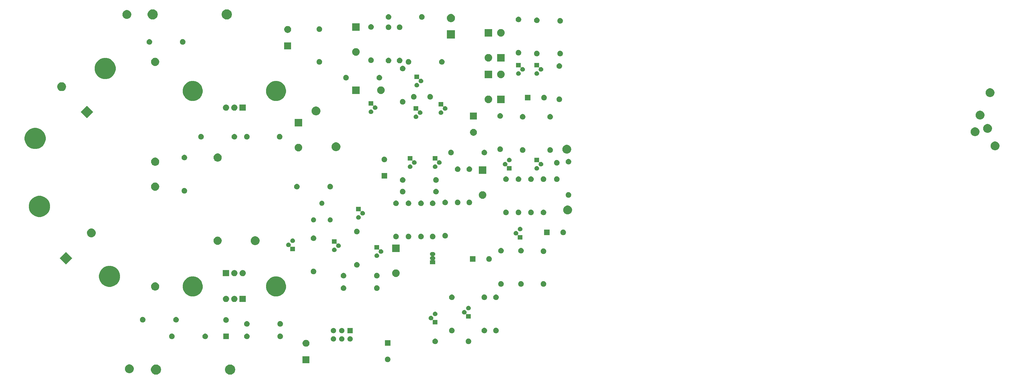
<source format=gbs>
G04 #@! TF.GenerationSoftware,KiCad,Pcbnew,5.0.1+dfsg1-3*
G04 #@! TF.CreationDate,2018-12-20T03:11:08+00:00*
G04 #@! TF.ProjectId,Trimodal Blameless,5472696D6F64616C20426C616D656C65,rev?*
G04 #@! TF.SameCoordinates,Original*
G04 #@! TF.FileFunction,Soldermask,Bot*
G04 #@! TF.FilePolarity,Negative*
%FSLAX46Y46*%
G04 Gerber Fmt 4.6, Leading zero omitted, Abs format (unit mm)*
G04 Created by KiCad (PCBNEW 5.0.1+dfsg1-3) date Thu 20 Dec 2018 03:11:08 UTC*
%MOMM*%
%LPD*%
G01*
G04 APERTURE LIST*
%ADD10C,0.100000*%
G04 APERTURE END LIST*
D10*
G36*
X87982527Y-140728736D02*
X88082410Y-140748604D01*
X88364674Y-140865521D01*
X88618705Y-141035259D01*
X88834741Y-141251295D01*
X89004479Y-141505326D01*
X89121396Y-141787590D01*
X89181000Y-142087240D01*
X89181000Y-142392760D01*
X89121396Y-142692410D01*
X89004479Y-142974674D01*
X88834741Y-143228705D01*
X88618705Y-143444741D01*
X88364674Y-143614479D01*
X88082410Y-143731396D01*
X87982527Y-143751264D01*
X87782762Y-143791000D01*
X87477238Y-143791000D01*
X87277473Y-143751264D01*
X87177590Y-143731396D01*
X86895326Y-143614479D01*
X86641295Y-143444741D01*
X86425259Y-143228705D01*
X86255521Y-142974674D01*
X86138604Y-142692410D01*
X86079000Y-142392760D01*
X86079000Y-142087240D01*
X86138604Y-141787590D01*
X86255521Y-141505326D01*
X86425259Y-141251295D01*
X86641295Y-141035259D01*
X86895326Y-140865521D01*
X87177590Y-140748604D01*
X87277473Y-140728736D01*
X87477238Y-140689000D01*
X87782762Y-140689000D01*
X87982527Y-140728736D01*
X87982527Y-140728736D01*
G37*
G36*
X65382527Y-140728736D02*
X65482410Y-140748604D01*
X65764674Y-140865521D01*
X66018705Y-141035259D01*
X66234741Y-141251295D01*
X66404479Y-141505326D01*
X66521396Y-141787590D01*
X66581000Y-142087240D01*
X66581000Y-142392760D01*
X66521396Y-142692410D01*
X66404479Y-142974674D01*
X66234741Y-143228705D01*
X66018705Y-143444741D01*
X65764674Y-143614479D01*
X65482410Y-143731396D01*
X65382527Y-143751264D01*
X65182762Y-143791000D01*
X64877238Y-143791000D01*
X64677473Y-143751264D01*
X64577590Y-143731396D01*
X64295326Y-143614479D01*
X64041295Y-143444741D01*
X63825259Y-143228705D01*
X63655521Y-142974674D01*
X63538604Y-142692410D01*
X63479000Y-142392760D01*
X63479000Y-142087240D01*
X63538604Y-141787590D01*
X63655521Y-141505326D01*
X63825259Y-141251295D01*
X64041295Y-141035259D01*
X64295326Y-140865521D01*
X64577590Y-140748604D01*
X64677473Y-140728736D01*
X64877238Y-140689000D01*
X65182762Y-140689000D01*
X65382527Y-140728736D01*
X65382527Y-140728736D01*
G37*
G36*
X57159567Y-140660959D02*
X57290072Y-140686918D01*
X57535939Y-140788759D01*
X57756464Y-140936110D01*
X57757215Y-140936612D01*
X57945388Y-141124785D01*
X57945390Y-141124788D01*
X58093241Y-141346061D01*
X58195082Y-141591928D01*
X58247000Y-141852938D01*
X58247000Y-142119062D01*
X58195082Y-142380072D01*
X58093241Y-142625939D01*
X57945890Y-142846464D01*
X57945388Y-142847215D01*
X57757215Y-143035388D01*
X57757212Y-143035390D01*
X57535939Y-143183241D01*
X57290072Y-143285082D01*
X57159567Y-143311041D01*
X57029063Y-143337000D01*
X56762937Y-143337000D01*
X56632433Y-143311041D01*
X56501928Y-143285082D01*
X56256061Y-143183241D01*
X56034788Y-143035390D01*
X56034785Y-143035388D01*
X55846612Y-142847215D01*
X55846110Y-142846464D01*
X55698759Y-142625939D01*
X55596918Y-142380072D01*
X55545000Y-142119062D01*
X55545000Y-141852938D01*
X55596918Y-141591928D01*
X55698759Y-141346061D01*
X55846610Y-141124788D01*
X55846612Y-141124785D01*
X56034785Y-140936612D01*
X56035536Y-140936110D01*
X56256061Y-140788759D01*
X56501928Y-140686918D01*
X56632433Y-140660959D01*
X56762937Y-140635000D01*
X57029063Y-140635000D01*
X57159567Y-140660959D01*
X57159567Y-140660959D01*
G37*
G36*
X111795000Y-140243000D02*
X109693000Y-140243000D01*
X109693000Y-138141000D01*
X111795000Y-138141000D01*
X111795000Y-140243000D01*
X111795000Y-140243000D01*
G37*
G36*
X135884228Y-138293703D02*
X136039100Y-138357853D01*
X136178481Y-138450985D01*
X136297015Y-138569519D01*
X136390147Y-138708900D01*
X136454297Y-138863772D01*
X136487000Y-139028184D01*
X136487000Y-139195816D01*
X136454297Y-139360228D01*
X136390147Y-139515100D01*
X136297015Y-139654481D01*
X136178481Y-139773015D01*
X136039100Y-139866147D01*
X135884228Y-139930297D01*
X135719816Y-139963000D01*
X135552184Y-139963000D01*
X135387772Y-139930297D01*
X135232900Y-139866147D01*
X135093519Y-139773015D01*
X134974985Y-139654481D01*
X134881853Y-139515100D01*
X134817703Y-139360228D01*
X134785000Y-139195816D01*
X134785000Y-139028184D01*
X134817703Y-138863772D01*
X134881853Y-138708900D01*
X134974985Y-138569519D01*
X135093519Y-138450985D01*
X135232900Y-138357853D01*
X135387772Y-138293703D01*
X135552184Y-138261000D01*
X135719816Y-138261000D01*
X135884228Y-138293703D01*
X135884228Y-138293703D01*
G37*
G36*
X111050565Y-133181389D02*
X111241834Y-133260615D01*
X111413976Y-133375637D01*
X111560363Y-133522024D01*
X111675385Y-133694166D01*
X111754611Y-133885435D01*
X111795000Y-134088484D01*
X111795000Y-134295516D01*
X111754611Y-134498565D01*
X111675385Y-134689834D01*
X111560363Y-134861976D01*
X111413976Y-135008363D01*
X111241834Y-135123385D01*
X111050565Y-135202611D01*
X110847516Y-135243000D01*
X110640484Y-135243000D01*
X110437435Y-135202611D01*
X110246166Y-135123385D01*
X110074024Y-135008363D01*
X109927637Y-134861976D01*
X109812615Y-134689834D01*
X109733389Y-134498565D01*
X109693000Y-134295516D01*
X109693000Y-134088484D01*
X109733389Y-133885435D01*
X109812615Y-133694166D01*
X109927637Y-133522024D01*
X110074024Y-133375637D01*
X110246166Y-133260615D01*
X110437435Y-133181389D01*
X110640484Y-133141000D01*
X110847516Y-133141000D01*
X111050565Y-133181389D01*
X111050565Y-133181389D01*
G37*
G36*
X136487000Y-134963000D02*
X134785000Y-134963000D01*
X134785000Y-133261000D01*
X136487000Y-133261000D01*
X136487000Y-134963000D01*
X136487000Y-134963000D01*
G37*
G36*
X150280821Y-132765313D02*
X150280824Y-132765314D01*
X150280825Y-132765314D01*
X150441239Y-132813975D01*
X150441241Y-132813976D01*
X150441244Y-132813977D01*
X150589078Y-132892995D01*
X150718659Y-132999341D01*
X150825005Y-133128922D01*
X150904023Y-133276756D01*
X150904024Y-133276759D01*
X150904025Y-133276761D01*
X150952686Y-133437175D01*
X150952687Y-133437179D01*
X150969117Y-133604000D01*
X150952687Y-133770821D01*
X150952686Y-133770824D01*
X150952686Y-133770825D01*
X150927993Y-133852228D01*
X150904023Y-133931244D01*
X150825005Y-134079078D01*
X150718659Y-134208659D01*
X150589078Y-134315005D01*
X150441244Y-134394023D01*
X150441241Y-134394024D01*
X150441239Y-134394025D01*
X150280825Y-134442686D01*
X150280824Y-134442686D01*
X150280821Y-134442687D01*
X150155804Y-134455000D01*
X150072196Y-134455000D01*
X149947179Y-134442687D01*
X149947176Y-134442686D01*
X149947175Y-134442686D01*
X149786761Y-134394025D01*
X149786759Y-134394024D01*
X149786756Y-134394023D01*
X149638922Y-134315005D01*
X149509341Y-134208659D01*
X149402995Y-134079078D01*
X149323977Y-133931244D01*
X149300008Y-133852228D01*
X149275314Y-133770825D01*
X149275314Y-133770824D01*
X149275313Y-133770821D01*
X149258883Y-133604000D01*
X149275313Y-133437179D01*
X149275314Y-133437175D01*
X149323975Y-133276761D01*
X149323976Y-133276759D01*
X149323977Y-133276756D01*
X149402995Y-133128922D01*
X149509341Y-132999341D01*
X149638922Y-132892995D01*
X149786756Y-132813977D01*
X149786759Y-132813976D01*
X149786761Y-132813975D01*
X149947175Y-132765314D01*
X149947176Y-132765314D01*
X149947179Y-132765313D01*
X150072196Y-132753000D01*
X150155804Y-132753000D01*
X150280821Y-132765313D01*
X150280821Y-132765313D01*
G37*
G36*
X160522228Y-132785703D02*
X160677100Y-132849853D01*
X160816481Y-132942985D01*
X160935015Y-133061519D01*
X161028147Y-133200900D01*
X161092297Y-133355772D01*
X161125000Y-133520184D01*
X161125000Y-133687816D01*
X161092297Y-133852228D01*
X161028147Y-134007100D01*
X160935015Y-134146481D01*
X160816481Y-134265015D01*
X160677100Y-134358147D01*
X160522228Y-134422297D01*
X160357816Y-134455000D01*
X160190184Y-134455000D01*
X160025772Y-134422297D01*
X159870900Y-134358147D01*
X159731519Y-134265015D01*
X159612985Y-134146481D01*
X159519853Y-134007100D01*
X159455703Y-133852228D01*
X159423000Y-133687816D01*
X159423000Y-133520184D01*
X159455703Y-133355772D01*
X159519853Y-133200900D01*
X159612985Y-133061519D01*
X159731519Y-132942985D01*
X159870900Y-132849853D01*
X160025772Y-132785703D01*
X160190184Y-132753000D01*
X160357816Y-132753000D01*
X160522228Y-132785703D01*
X160522228Y-132785703D01*
G37*
G36*
X119363142Y-132060242D02*
X119511102Y-132121530D01*
X119574387Y-132163816D01*
X119644257Y-132210501D01*
X119757499Y-132323743D01*
X119801683Y-132389870D01*
X119846470Y-132456898D01*
X119907758Y-132604858D01*
X119939000Y-132761925D01*
X119939000Y-132922075D01*
X119907758Y-133079142D01*
X119846470Y-133227102D01*
X119823820Y-133261000D01*
X119760496Y-133355772D01*
X119757498Y-133360258D01*
X119644258Y-133473498D01*
X119511102Y-133562470D01*
X119363142Y-133623758D01*
X119206075Y-133655000D01*
X119045925Y-133655000D01*
X118888858Y-133623758D01*
X118740898Y-133562470D01*
X118607742Y-133473498D01*
X118494502Y-133360258D01*
X118491505Y-133355772D01*
X118428180Y-133261000D01*
X118405530Y-133227102D01*
X118344242Y-133079142D01*
X118313000Y-132922075D01*
X118313000Y-132761925D01*
X118344242Y-132604858D01*
X118405530Y-132456898D01*
X118450317Y-132389870D01*
X118494501Y-132323743D01*
X118607743Y-132210501D01*
X118677613Y-132163816D01*
X118740898Y-132121530D01*
X118888858Y-132060242D01*
X119045925Y-132029000D01*
X119206075Y-132029000D01*
X119363142Y-132060242D01*
X119363142Y-132060242D01*
G37*
G36*
X121903142Y-132060242D02*
X122051102Y-132121530D01*
X122114387Y-132163816D01*
X122184257Y-132210501D01*
X122297499Y-132323743D01*
X122341683Y-132389870D01*
X122386470Y-132456898D01*
X122447758Y-132604858D01*
X122479000Y-132761925D01*
X122479000Y-132922075D01*
X122447758Y-133079142D01*
X122386470Y-133227102D01*
X122363820Y-133261000D01*
X122300496Y-133355772D01*
X122297498Y-133360258D01*
X122184258Y-133473498D01*
X122051102Y-133562470D01*
X121903142Y-133623758D01*
X121746075Y-133655000D01*
X121585925Y-133655000D01*
X121428858Y-133623758D01*
X121280898Y-133562470D01*
X121147742Y-133473498D01*
X121034502Y-133360258D01*
X121031505Y-133355772D01*
X120968180Y-133261000D01*
X120945530Y-133227102D01*
X120884242Y-133079142D01*
X120853000Y-132922075D01*
X120853000Y-132761925D01*
X120884242Y-132604858D01*
X120945530Y-132456898D01*
X120990317Y-132389870D01*
X121034501Y-132323743D01*
X121147743Y-132210501D01*
X121217613Y-132163816D01*
X121280898Y-132121530D01*
X121428858Y-132060242D01*
X121585925Y-132029000D01*
X121746075Y-132029000D01*
X121903142Y-132060242D01*
X121903142Y-132060242D01*
G37*
G36*
X124443142Y-132060242D02*
X124591102Y-132121530D01*
X124654387Y-132163816D01*
X124724257Y-132210501D01*
X124837499Y-132323743D01*
X124881683Y-132389870D01*
X124926470Y-132456898D01*
X124987758Y-132604858D01*
X125019000Y-132761925D01*
X125019000Y-132922075D01*
X124987758Y-133079142D01*
X124926470Y-133227102D01*
X124903820Y-133261000D01*
X124840496Y-133355772D01*
X124837498Y-133360258D01*
X124724258Y-133473498D01*
X124591102Y-133562470D01*
X124443142Y-133623758D01*
X124286075Y-133655000D01*
X124125925Y-133655000D01*
X123968858Y-133623758D01*
X123820898Y-133562470D01*
X123687742Y-133473498D01*
X123574502Y-133360258D01*
X123571505Y-133355772D01*
X123508180Y-133261000D01*
X123485530Y-133227102D01*
X123424242Y-133079142D01*
X123393000Y-132922075D01*
X123393000Y-132761925D01*
X123424242Y-132604858D01*
X123485530Y-132456898D01*
X123530317Y-132389870D01*
X123574501Y-132323743D01*
X123687743Y-132210501D01*
X123757613Y-132163816D01*
X123820898Y-132121530D01*
X123968858Y-132060242D01*
X124125925Y-132029000D01*
X124286075Y-132029000D01*
X124443142Y-132060242D01*
X124443142Y-132060242D01*
G37*
G36*
X80176821Y-131241313D02*
X80176824Y-131241314D01*
X80176825Y-131241314D01*
X80337239Y-131289975D01*
X80337241Y-131289976D01*
X80337244Y-131289977D01*
X80485078Y-131368995D01*
X80614659Y-131475341D01*
X80721005Y-131604922D01*
X80800023Y-131752756D01*
X80800024Y-131752759D01*
X80800025Y-131752761D01*
X80848686Y-131913175D01*
X80848687Y-131913179D01*
X80865117Y-132080000D01*
X80848687Y-132246821D01*
X80848686Y-132246824D01*
X80848686Y-132246825D01*
X80823993Y-132328228D01*
X80800023Y-132407244D01*
X80721005Y-132555078D01*
X80614659Y-132684659D01*
X80485078Y-132791005D01*
X80337244Y-132870023D01*
X80337241Y-132870024D01*
X80337239Y-132870025D01*
X80176825Y-132918686D01*
X80176824Y-132918686D01*
X80176821Y-132918687D01*
X80051804Y-132931000D01*
X79968196Y-132931000D01*
X79843179Y-132918687D01*
X79843176Y-132918686D01*
X79843175Y-132918686D01*
X79682761Y-132870025D01*
X79682759Y-132870024D01*
X79682756Y-132870023D01*
X79534922Y-132791005D01*
X79405341Y-132684659D01*
X79298995Y-132555078D01*
X79219977Y-132407244D01*
X79196008Y-132328228D01*
X79171314Y-132246825D01*
X79171314Y-132246824D01*
X79171313Y-132246821D01*
X79154883Y-132080000D01*
X79171313Y-131913179D01*
X79171314Y-131913175D01*
X79219975Y-131752761D01*
X79219976Y-131752759D01*
X79219977Y-131752756D01*
X79298995Y-131604922D01*
X79405341Y-131475341D01*
X79534922Y-131368995D01*
X79682756Y-131289977D01*
X79682759Y-131289976D01*
X79682761Y-131289975D01*
X79843175Y-131241314D01*
X79843176Y-131241314D01*
X79843179Y-131241313D01*
X79968196Y-131229000D01*
X80051804Y-131229000D01*
X80176821Y-131241313D01*
X80176821Y-131241313D01*
G37*
G36*
X70098228Y-131261703D02*
X70253100Y-131325853D01*
X70392481Y-131418985D01*
X70511015Y-131537519D01*
X70604147Y-131676900D01*
X70668297Y-131831772D01*
X70701000Y-131996184D01*
X70701000Y-132163816D01*
X70668297Y-132328228D01*
X70604147Y-132483100D01*
X70511015Y-132622481D01*
X70392481Y-132741015D01*
X70253100Y-132834147D01*
X70098228Y-132898297D01*
X69933816Y-132931000D01*
X69766184Y-132931000D01*
X69601772Y-132898297D01*
X69446900Y-132834147D01*
X69307519Y-132741015D01*
X69188985Y-132622481D01*
X69095853Y-132483100D01*
X69031703Y-132328228D01*
X68999000Y-132163816D01*
X68999000Y-131996184D01*
X69031703Y-131831772D01*
X69095853Y-131676900D01*
X69188985Y-131537519D01*
X69307519Y-131418985D01*
X69446900Y-131325853D01*
X69601772Y-131261703D01*
X69766184Y-131229000D01*
X69933816Y-131229000D01*
X70098228Y-131261703D01*
X70098228Y-131261703D01*
G37*
G36*
X103118228Y-131261703D02*
X103273100Y-131325853D01*
X103412481Y-131418985D01*
X103531015Y-131537519D01*
X103624147Y-131676900D01*
X103688297Y-131831772D01*
X103721000Y-131996184D01*
X103721000Y-132163816D01*
X103688297Y-132328228D01*
X103624147Y-132483100D01*
X103531015Y-132622481D01*
X103412481Y-132741015D01*
X103273100Y-132834147D01*
X103118228Y-132898297D01*
X102953816Y-132931000D01*
X102786184Y-132931000D01*
X102621772Y-132898297D01*
X102466900Y-132834147D01*
X102327519Y-132741015D01*
X102208985Y-132622481D01*
X102115853Y-132483100D01*
X102051703Y-132328228D01*
X102019000Y-132163816D01*
X102019000Y-131996184D01*
X102051703Y-131831772D01*
X102115853Y-131676900D01*
X102208985Y-131537519D01*
X102327519Y-131418985D01*
X102466900Y-131325853D01*
X102621772Y-131261703D01*
X102786184Y-131229000D01*
X102953816Y-131229000D01*
X103118228Y-131261703D01*
X103118228Y-131261703D01*
G37*
G36*
X92876821Y-131241313D02*
X92876824Y-131241314D01*
X92876825Y-131241314D01*
X93037239Y-131289975D01*
X93037241Y-131289976D01*
X93037244Y-131289977D01*
X93185078Y-131368995D01*
X93314659Y-131475341D01*
X93421005Y-131604922D01*
X93500023Y-131752756D01*
X93500024Y-131752759D01*
X93500025Y-131752761D01*
X93548686Y-131913175D01*
X93548687Y-131913179D01*
X93565117Y-132080000D01*
X93548687Y-132246821D01*
X93548686Y-132246824D01*
X93548686Y-132246825D01*
X93523993Y-132328228D01*
X93500023Y-132407244D01*
X93421005Y-132555078D01*
X93314659Y-132684659D01*
X93185078Y-132791005D01*
X93037244Y-132870023D01*
X93037241Y-132870024D01*
X93037239Y-132870025D01*
X92876825Y-132918686D01*
X92876824Y-132918686D01*
X92876821Y-132918687D01*
X92751804Y-132931000D01*
X92668196Y-132931000D01*
X92543179Y-132918687D01*
X92543176Y-132918686D01*
X92543175Y-132918686D01*
X92382761Y-132870025D01*
X92382759Y-132870024D01*
X92382756Y-132870023D01*
X92234922Y-132791005D01*
X92105341Y-132684659D01*
X91998995Y-132555078D01*
X91919977Y-132407244D01*
X91896008Y-132328228D01*
X91871314Y-132246825D01*
X91871314Y-132246824D01*
X91871313Y-132246821D01*
X91854883Y-132080000D01*
X91871313Y-131913179D01*
X91871314Y-131913175D01*
X91919975Y-131752761D01*
X91919976Y-131752759D01*
X91919977Y-131752756D01*
X91998995Y-131604922D01*
X92105341Y-131475341D01*
X92234922Y-131368995D01*
X92382756Y-131289977D01*
X92382759Y-131289976D01*
X92382761Y-131289975D01*
X92543175Y-131241314D01*
X92543176Y-131241314D01*
X92543179Y-131241313D01*
X92668196Y-131229000D01*
X92751804Y-131229000D01*
X92876821Y-131241313D01*
X92876821Y-131241313D01*
G37*
G36*
X87211000Y-132931000D02*
X85509000Y-132931000D01*
X85509000Y-131229000D01*
X87211000Y-131229000D01*
X87211000Y-132931000D01*
X87211000Y-132931000D01*
G37*
G36*
X155442228Y-129483703D02*
X155597100Y-129547853D01*
X155736481Y-129640985D01*
X155855015Y-129759519D01*
X155948147Y-129898900D01*
X156012297Y-130053772D01*
X156045000Y-130218184D01*
X156045000Y-130385816D01*
X156012297Y-130550228D01*
X155948147Y-130705100D01*
X155855015Y-130844481D01*
X155736481Y-130963015D01*
X155597100Y-131056147D01*
X155442228Y-131120297D01*
X155277816Y-131153000D01*
X155110184Y-131153000D01*
X154945772Y-131120297D01*
X154790900Y-131056147D01*
X154651519Y-130963015D01*
X154532985Y-130844481D01*
X154439853Y-130705100D01*
X154375703Y-130550228D01*
X154343000Y-130385816D01*
X154343000Y-130218184D01*
X154375703Y-130053772D01*
X154439853Y-129898900D01*
X154532985Y-129759519D01*
X154651519Y-129640985D01*
X154790900Y-129547853D01*
X154945772Y-129483703D01*
X155110184Y-129451000D01*
X155277816Y-129451000D01*
X155442228Y-129483703D01*
X155442228Y-129483703D01*
G37*
G36*
X168904228Y-129483703D02*
X169059100Y-129547853D01*
X169198481Y-129640985D01*
X169317015Y-129759519D01*
X169410147Y-129898900D01*
X169474297Y-130053772D01*
X169507000Y-130218184D01*
X169507000Y-130385816D01*
X169474297Y-130550228D01*
X169410147Y-130705100D01*
X169317015Y-130844481D01*
X169198481Y-130963015D01*
X169059100Y-131056147D01*
X168904228Y-131120297D01*
X168739816Y-131153000D01*
X168572184Y-131153000D01*
X168407772Y-131120297D01*
X168252900Y-131056147D01*
X168113519Y-130963015D01*
X167994985Y-130844481D01*
X167901853Y-130705100D01*
X167837703Y-130550228D01*
X167805000Y-130385816D01*
X167805000Y-130218184D01*
X167837703Y-130053772D01*
X167901853Y-129898900D01*
X167994985Y-129759519D01*
X168113519Y-129640985D01*
X168252900Y-129547853D01*
X168407772Y-129483703D01*
X168572184Y-129451000D01*
X168739816Y-129451000D01*
X168904228Y-129483703D01*
X168904228Y-129483703D01*
G37*
G36*
X165266821Y-129463313D02*
X165266824Y-129463314D01*
X165266825Y-129463314D01*
X165427239Y-129511975D01*
X165427241Y-129511976D01*
X165427244Y-129511977D01*
X165575078Y-129590995D01*
X165704659Y-129697341D01*
X165811005Y-129826922D01*
X165890023Y-129974756D01*
X165890024Y-129974759D01*
X165890025Y-129974761D01*
X165938686Y-130135175D01*
X165938687Y-130135179D01*
X165955117Y-130302000D01*
X165938687Y-130468821D01*
X165938686Y-130468824D01*
X165938686Y-130468825D01*
X165913993Y-130550228D01*
X165890023Y-130629244D01*
X165811005Y-130777078D01*
X165704659Y-130906659D01*
X165575078Y-131013005D01*
X165427244Y-131092023D01*
X165427241Y-131092024D01*
X165427239Y-131092025D01*
X165266825Y-131140686D01*
X165266824Y-131140686D01*
X165266821Y-131140687D01*
X165141804Y-131153000D01*
X165058196Y-131153000D01*
X164933179Y-131140687D01*
X164933176Y-131140686D01*
X164933175Y-131140686D01*
X164772761Y-131092025D01*
X164772759Y-131092024D01*
X164772756Y-131092023D01*
X164624922Y-131013005D01*
X164495341Y-130906659D01*
X164388995Y-130777078D01*
X164309977Y-130629244D01*
X164286008Y-130550228D01*
X164261314Y-130468825D01*
X164261314Y-130468824D01*
X164261313Y-130468821D01*
X164244883Y-130302000D01*
X164261313Y-130135179D01*
X164261314Y-130135175D01*
X164309975Y-129974761D01*
X164309976Y-129974759D01*
X164309977Y-129974756D01*
X164388995Y-129826922D01*
X164495341Y-129697341D01*
X164624922Y-129590995D01*
X164772756Y-129511977D01*
X164772759Y-129511976D01*
X164772761Y-129511975D01*
X164933175Y-129463314D01*
X164933176Y-129463314D01*
X164933179Y-129463313D01*
X165058196Y-129451000D01*
X165141804Y-129451000D01*
X165266821Y-129463313D01*
X165266821Y-129463313D01*
G37*
G36*
X119363142Y-129520242D02*
X119511102Y-129581530D01*
X119644258Y-129670502D01*
X119757498Y-129783742D01*
X119846470Y-129916898D01*
X119907758Y-130064858D01*
X119939000Y-130221925D01*
X119939000Y-130382075D01*
X119907758Y-130539142D01*
X119846470Y-130687102D01*
X119757498Y-130820258D01*
X119644258Y-130933498D01*
X119511102Y-131022470D01*
X119363142Y-131083758D01*
X119206075Y-131115000D01*
X119045925Y-131115000D01*
X118888858Y-131083758D01*
X118740898Y-131022470D01*
X118607742Y-130933498D01*
X118494502Y-130820258D01*
X118405530Y-130687102D01*
X118344242Y-130539142D01*
X118313000Y-130382075D01*
X118313000Y-130221925D01*
X118344242Y-130064858D01*
X118405530Y-129916898D01*
X118494502Y-129783742D01*
X118607742Y-129670502D01*
X118740898Y-129581530D01*
X118888858Y-129520242D01*
X119045925Y-129489000D01*
X119206075Y-129489000D01*
X119363142Y-129520242D01*
X119363142Y-129520242D01*
G37*
G36*
X125019000Y-131115000D02*
X123393000Y-131115000D01*
X123393000Y-129489000D01*
X125019000Y-129489000D01*
X125019000Y-131115000D01*
X125019000Y-131115000D01*
G37*
G36*
X121903142Y-129520242D02*
X122051102Y-129581530D01*
X122184258Y-129670502D01*
X122297498Y-129783742D01*
X122386470Y-129916898D01*
X122447758Y-130064858D01*
X122479000Y-130221925D01*
X122479000Y-130382075D01*
X122447758Y-130539142D01*
X122386470Y-130687102D01*
X122297498Y-130820258D01*
X122184258Y-130933498D01*
X122051102Y-131022470D01*
X121903142Y-131083758D01*
X121746075Y-131115000D01*
X121585925Y-131115000D01*
X121428858Y-131083758D01*
X121280898Y-131022470D01*
X121147742Y-130933498D01*
X121034502Y-130820258D01*
X120945530Y-130687102D01*
X120884242Y-130539142D01*
X120853000Y-130382075D01*
X120853000Y-130221925D01*
X120884242Y-130064858D01*
X120945530Y-129916898D01*
X121034502Y-129783742D01*
X121147742Y-129670502D01*
X121280898Y-129581530D01*
X121428858Y-129520242D01*
X121585925Y-129489000D01*
X121746075Y-129489000D01*
X121903142Y-129520242D01*
X121903142Y-129520242D01*
G37*
G36*
X103118228Y-127451703D02*
X103273100Y-127515853D01*
X103412481Y-127608985D01*
X103531015Y-127727519D01*
X103624147Y-127866900D01*
X103688297Y-128021772D01*
X103721000Y-128186184D01*
X103721000Y-128353816D01*
X103688297Y-128518228D01*
X103624147Y-128673100D01*
X103531015Y-128812481D01*
X103412481Y-128931015D01*
X103273100Y-129024147D01*
X103118228Y-129088297D01*
X102953816Y-129121000D01*
X102786184Y-129121000D01*
X102621772Y-129088297D01*
X102466900Y-129024147D01*
X102327519Y-128931015D01*
X102208985Y-128812481D01*
X102115853Y-128673100D01*
X102051703Y-128518228D01*
X102019000Y-128353816D01*
X102019000Y-128186184D01*
X102051703Y-128021772D01*
X102115853Y-127866900D01*
X102208985Y-127727519D01*
X102327519Y-127608985D01*
X102466900Y-127515853D01*
X102621772Y-127451703D01*
X102786184Y-127419000D01*
X102953816Y-127419000D01*
X103118228Y-127451703D01*
X103118228Y-127451703D01*
G37*
G36*
X92876821Y-127431313D02*
X92876824Y-127431314D01*
X92876825Y-127431314D01*
X93037239Y-127479975D01*
X93037241Y-127479976D01*
X93037244Y-127479977D01*
X93185078Y-127558995D01*
X93314659Y-127665341D01*
X93421005Y-127794922D01*
X93500023Y-127942756D01*
X93500024Y-127942759D01*
X93500025Y-127942761D01*
X93548686Y-128103175D01*
X93548687Y-128103179D01*
X93565117Y-128270000D01*
X93548687Y-128436821D01*
X93548686Y-128436824D01*
X93548686Y-128436825D01*
X93523993Y-128518228D01*
X93500023Y-128597244D01*
X93421005Y-128745078D01*
X93314659Y-128874659D01*
X93185078Y-128981005D01*
X93037244Y-129060023D01*
X93037241Y-129060024D01*
X93037239Y-129060025D01*
X92876825Y-129108686D01*
X92876824Y-129108686D01*
X92876821Y-129108687D01*
X92751804Y-129121000D01*
X92668196Y-129121000D01*
X92543179Y-129108687D01*
X92543176Y-129108686D01*
X92543175Y-129108686D01*
X92382761Y-129060025D01*
X92382759Y-129060024D01*
X92382756Y-129060023D01*
X92234922Y-128981005D01*
X92105341Y-128874659D01*
X91998995Y-128745078D01*
X91919977Y-128597244D01*
X91896008Y-128518228D01*
X91871314Y-128436825D01*
X91871314Y-128436824D01*
X91871313Y-128436821D01*
X91854883Y-128270000D01*
X91871313Y-128103179D01*
X91871314Y-128103175D01*
X91919975Y-127942761D01*
X91919976Y-127942759D01*
X91919977Y-127942756D01*
X91998995Y-127794922D01*
X92105341Y-127665341D01*
X92234922Y-127558995D01*
X92382756Y-127479977D01*
X92382759Y-127479976D01*
X92382761Y-127479975D01*
X92543175Y-127431314D01*
X92543176Y-127431314D01*
X92543179Y-127431313D01*
X92668196Y-127419000D01*
X92751804Y-127419000D01*
X92876821Y-127431313D01*
X92876821Y-127431313D01*
G37*
G36*
X149048472Y-125817938D02*
X149176049Y-125870782D01*
X149290865Y-125947500D01*
X149388500Y-126045135D01*
X149465218Y-126159951D01*
X149518062Y-126287528D01*
X149545000Y-126422956D01*
X149545000Y-126561044D01*
X149518062Y-126696472D01*
X149465218Y-126824049D01*
X149436817Y-126866554D01*
X149425266Y-126888165D01*
X149418153Y-126911614D01*
X149415751Y-126936000D01*
X149418153Y-126960386D01*
X149425266Y-126983836D01*
X149436817Y-127005446D01*
X149452363Y-127024388D01*
X149471305Y-127039934D01*
X149492916Y-127051485D01*
X149516365Y-127058598D01*
X149540751Y-127061000D01*
X150815000Y-127061000D01*
X150815000Y-128463000D01*
X149413000Y-128463000D01*
X149413000Y-127188751D01*
X149410598Y-127164365D01*
X149403485Y-127140916D01*
X149391934Y-127119305D01*
X149376388Y-127100363D01*
X149357446Y-127084817D01*
X149335835Y-127073266D01*
X149312386Y-127066153D01*
X149288000Y-127063751D01*
X149263614Y-127066153D01*
X149240165Y-127073266D01*
X149218554Y-127084817D01*
X149176049Y-127113218D01*
X149048472Y-127166062D01*
X148913044Y-127193000D01*
X148774956Y-127193000D01*
X148639528Y-127166062D01*
X148511951Y-127113218D01*
X148397135Y-127036500D01*
X148299500Y-126938865D01*
X148222782Y-126824049D01*
X148169938Y-126696472D01*
X148143000Y-126561044D01*
X148143000Y-126422956D01*
X148169938Y-126287528D01*
X148222782Y-126159951D01*
X148299500Y-126045135D01*
X148397135Y-125947500D01*
X148511951Y-125870782D01*
X148639528Y-125817938D01*
X148774956Y-125791000D01*
X148913044Y-125791000D01*
X149048472Y-125817938D01*
X149048472Y-125817938D01*
G37*
G36*
X86608228Y-126261703D02*
X86763100Y-126325853D01*
X86902481Y-126418985D01*
X87021015Y-126537519D01*
X87114147Y-126676900D01*
X87178297Y-126831772D01*
X87211000Y-126996184D01*
X87211000Y-127163816D01*
X87178297Y-127328228D01*
X87114147Y-127483100D01*
X87021015Y-127622481D01*
X86902481Y-127741015D01*
X86763100Y-127834147D01*
X86608228Y-127898297D01*
X86443816Y-127931000D01*
X86276184Y-127931000D01*
X86111772Y-127898297D01*
X85956900Y-127834147D01*
X85817519Y-127741015D01*
X85698985Y-127622481D01*
X85605853Y-127483100D01*
X85541703Y-127328228D01*
X85509000Y-127163816D01*
X85509000Y-126996184D01*
X85541703Y-126831772D01*
X85605853Y-126676900D01*
X85698985Y-126537519D01*
X85817519Y-126418985D01*
X85956900Y-126325853D01*
X86111772Y-126261703D01*
X86276184Y-126229000D01*
X86443816Y-126229000D01*
X86608228Y-126261703D01*
X86608228Y-126261703D01*
G37*
G36*
X61208228Y-126181703D02*
X61363100Y-126245853D01*
X61502481Y-126338985D01*
X61621015Y-126457519D01*
X61714147Y-126596900D01*
X61778297Y-126751772D01*
X61811000Y-126916184D01*
X61811000Y-127083816D01*
X61778297Y-127248228D01*
X61714147Y-127403100D01*
X61621015Y-127542481D01*
X61502481Y-127661015D01*
X61363100Y-127754147D01*
X61208228Y-127818297D01*
X61043816Y-127851000D01*
X60876184Y-127851000D01*
X60711772Y-127818297D01*
X60556900Y-127754147D01*
X60417519Y-127661015D01*
X60298985Y-127542481D01*
X60205853Y-127403100D01*
X60141703Y-127248228D01*
X60109000Y-127083816D01*
X60109000Y-126916184D01*
X60141703Y-126751772D01*
X60205853Y-126596900D01*
X60298985Y-126457519D01*
X60417519Y-126338985D01*
X60556900Y-126245853D01*
X60711772Y-126181703D01*
X60876184Y-126149000D01*
X61043816Y-126149000D01*
X61208228Y-126181703D01*
X61208228Y-126181703D01*
G37*
G36*
X71286821Y-126161313D02*
X71286824Y-126161314D01*
X71286825Y-126161314D01*
X71447239Y-126209975D01*
X71447241Y-126209976D01*
X71447244Y-126209977D01*
X71595078Y-126288995D01*
X71724659Y-126395341D01*
X71831005Y-126524922D01*
X71910023Y-126672756D01*
X71910024Y-126672759D01*
X71910025Y-126672761D01*
X71958260Y-126831772D01*
X71958687Y-126833179D01*
X71975117Y-127000000D01*
X71958687Y-127166821D01*
X71958686Y-127166824D01*
X71958686Y-127166825D01*
X71933993Y-127248228D01*
X71910023Y-127327244D01*
X71831005Y-127475078D01*
X71724659Y-127604659D01*
X71595078Y-127711005D01*
X71447244Y-127790023D01*
X71447241Y-127790024D01*
X71447239Y-127790025D01*
X71286825Y-127838686D01*
X71286824Y-127838686D01*
X71286821Y-127838687D01*
X71161804Y-127851000D01*
X71078196Y-127851000D01*
X70953179Y-127838687D01*
X70953176Y-127838686D01*
X70953175Y-127838686D01*
X70792761Y-127790025D01*
X70792759Y-127790024D01*
X70792756Y-127790023D01*
X70644922Y-127711005D01*
X70515341Y-127604659D01*
X70408995Y-127475078D01*
X70329977Y-127327244D01*
X70306008Y-127248228D01*
X70281314Y-127166825D01*
X70281314Y-127166824D01*
X70281313Y-127166821D01*
X70264883Y-127000000D01*
X70281313Y-126833179D01*
X70281740Y-126831772D01*
X70329975Y-126672761D01*
X70329976Y-126672759D01*
X70329977Y-126672756D01*
X70408995Y-126524922D01*
X70515341Y-126395341D01*
X70644922Y-126288995D01*
X70792756Y-126209977D01*
X70792759Y-126209976D01*
X70792761Y-126209975D01*
X70953175Y-126161314D01*
X70953176Y-126161314D01*
X70953179Y-126161313D01*
X71078196Y-126149000D01*
X71161804Y-126149000D01*
X71286821Y-126161313D01*
X71286821Y-126161313D01*
G37*
G36*
X159208472Y-124039938D02*
X159336049Y-124092782D01*
X159450865Y-124169500D01*
X159548500Y-124267135D01*
X159625218Y-124381951D01*
X159678062Y-124509528D01*
X159705000Y-124644956D01*
X159705000Y-124783044D01*
X159678062Y-124918472D01*
X159625218Y-125046049D01*
X159596817Y-125088554D01*
X159585266Y-125110165D01*
X159578153Y-125133614D01*
X159575751Y-125158000D01*
X159578153Y-125182386D01*
X159585266Y-125205836D01*
X159596817Y-125227446D01*
X159612363Y-125246388D01*
X159631305Y-125261934D01*
X159652916Y-125273485D01*
X159676365Y-125280598D01*
X159700751Y-125283000D01*
X160975000Y-125283000D01*
X160975000Y-126685000D01*
X159573000Y-126685000D01*
X159573000Y-125410751D01*
X159570598Y-125386365D01*
X159563485Y-125362916D01*
X159551934Y-125341305D01*
X159536388Y-125322363D01*
X159517446Y-125306817D01*
X159495835Y-125295266D01*
X159472386Y-125288153D01*
X159448000Y-125285751D01*
X159423614Y-125288153D01*
X159400165Y-125295266D01*
X159378554Y-125306817D01*
X159336049Y-125335218D01*
X159208472Y-125388062D01*
X159073044Y-125415000D01*
X158934956Y-125415000D01*
X158799528Y-125388062D01*
X158671951Y-125335218D01*
X158557135Y-125258500D01*
X158459500Y-125160865D01*
X158382782Y-125046049D01*
X158329938Y-124918472D01*
X158303000Y-124783044D01*
X158303000Y-124644956D01*
X158329938Y-124509528D01*
X158382782Y-124381951D01*
X158459500Y-124267135D01*
X158557135Y-124169500D01*
X158671951Y-124092782D01*
X158799528Y-124039938D01*
X158934956Y-124013000D01*
X159073044Y-124013000D01*
X159208472Y-124039938D01*
X159208472Y-124039938D01*
G37*
G36*
X150318472Y-124547938D02*
X150446049Y-124600782D01*
X150560865Y-124677500D01*
X150658500Y-124775135D01*
X150735218Y-124889951D01*
X150788062Y-125017528D01*
X150815000Y-125152956D01*
X150815000Y-125291044D01*
X150788062Y-125426472D01*
X150735218Y-125554049D01*
X150658500Y-125668865D01*
X150560865Y-125766500D01*
X150446049Y-125843218D01*
X150318472Y-125896062D01*
X150183044Y-125923000D01*
X150044956Y-125923000D01*
X149909528Y-125896062D01*
X149781951Y-125843218D01*
X149667135Y-125766500D01*
X149569500Y-125668865D01*
X149492782Y-125554049D01*
X149439938Y-125426472D01*
X149413000Y-125291044D01*
X149413000Y-125152956D01*
X149439938Y-125017528D01*
X149492782Y-124889951D01*
X149569500Y-124775135D01*
X149667135Y-124677500D01*
X149781951Y-124600782D01*
X149909528Y-124547938D01*
X150044956Y-124521000D01*
X150183044Y-124521000D01*
X150318472Y-124547938D01*
X150318472Y-124547938D01*
G37*
G36*
X160478472Y-122769938D02*
X160606049Y-122822782D01*
X160720865Y-122899500D01*
X160818500Y-122997135D01*
X160895218Y-123111951D01*
X160948062Y-123239528D01*
X160975000Y-123374956D01*
X160975000Y-123513044D01*
X160948062Y-123648472D01*
X160895218Y-123776049D01*
X160818500Y-123890865D01*
X160720865Y-123988500D01*
X160606049Y-124065218D01*
X160478472Y-124118062D01*
X160343044Y-124145000D01*
X160204956Y-124145000D01*
X160069528Y-124118062D01*
X159941951Y-124065218D01*
X159827135Y-123988500D01*
X159729500Y-123890865D01*
X159652782Y-123776049D01*
X159599938Y-123648472D01*
X159573000Y-123513044D01*
X159573000Y-123374956D01*
X159599938Y-123239528D01*
X159652782Y-123111951D01*
X159729500Y-122997135D01*
X159827135Y-122899500D01*
X159941951Y-122822782D01*
X160069528Y-122769938D01*
X160204956Y-122743000D01*
X160343044Y-122743000D01*
X160478472Y-122769938D01*
X160478472Y-122769938D01*
G37*
G36*
X86546425Y-119712760D02*
X86546428Y-119712761D01*
X86546429Y-119712761D01*
X86725693Y-119767140D01*
X86725695Y-119767141D01*
X86890905Y-119855448D01*
X87035712Y-119974288D01*
X87154552Y-120119095D01*
X87154553Y-120119097D01*
X87242860Y-120284307D01*
X87297239Y-120463571D01*
X87297240Y-120463575D01*
X87315601Y-120650000D01*
X87297240Y-120836425D01*
X87297239Y-120836428D01*
X87297239Y-120836429D01*
X87249744Y-120993000D01*
X87242859Y-121015695D01*
X87154552Y-121180905D01*
X87035712Y-121325712D01*
X86890905Y-121444552D01*
X86890903Y-121444553D01*
X86725693Y-121532860D01*
X86546429Y-121587239D01*
X86546428Y-121587239D01*
X86546425Y-121587240D01*
X86406718Y-121601000D01*
X86313282Y-121601000D01*
X86173575Y-121587240D01*
X86173572Y-121587239D01*
X86173571Y-121587239D01*
X85994307Y-121532860D01*
X85829097Y-121444553D01*
X85829095Y-121444552D01*
X85684288Y-121325712D01*
X85565448Y-121180905D01*
X85477141Y-121015695D01*
X85470257Y-120993000D01*
X85422761Y-120836429D01*
X85422761Y-120836428D01*
X85422760Y-120836425D01*
X85404399Y-120650000D01*
X85422760Y-120463575D01*
X85422761Y-120463571D01*
X85477140Y-120284307D01*
X85565447Y-120119097D01*
X85565448Y-120119095D01*
X85684288Y-119974288D01*
X85829095Y-119855448D01*
X85994305Y-119767141D01*
X85994307Y-119767140D01*
X86173571Y-119712761D01*
X86173572Y-119712761D01*
X86173575Y-119712760D01*
X86313282Y-119699000D01*
X86406718Y-119699000D01*
X86546425Y-119712760D01*
X86546425Y-119712760D01*
G37*
G36*
X89086425Y-119712760D02*
X89086428Y-119712761D01*
X89086429Y-119712761D01*
X89265693Y-119767140D01*
X89265695Y-119767141D01*
X89430905Y-119855448D01*
X89575712Y-119974288D01*
X89694552Y-120119095D01*
X89694553Y-120119097D01*
X89782860Y-120284307D01*
X89837239Y-120463571D01*
X89837240Y-120463575D01*
X89855601Y-120650000D01*
X89837240Y-120836425D01*
X89837239Y-120836428D01*
X89837239Y-120836429D01*
X89789744Y-120993000D01*
X89782859Y-121015695D01*
X89694552Y-121180905D01*
X89575712Y-121325712D01*
X89430905Y-121444552D01*
X89430903Y-121444553D01*
X89265693Y-121532860D01*
X89086429Y-121587239D01*
X89086428Y-121587239D01*
X89086425Y-121587240D01*
X88946718Y-121601000D01*
X88853282Y-121601000D01*
X88713575Y-121587240D01*
X88713572Y-121587239D01*
X88713571Y-121587239D01*
X88534307Y-121532860D01*
X88369097Y-121444553D01*
X88369095Y-121444552D01*
X88224288Y-121325712D01*
X88105448Y-121180905D01*
X88017141Y-121015695D01*
X88010257Y-120993000D01*
X87962761Y-120836429D01*
X87962761Y-120836428D01*
X87962760Y-120836425D01*
X87944399Y-120650000D01*
X87962760Y-120463575D01*
X87962761Y-120463571D01*
X88017140Y-120284307D01*
X88105447Y-120119097D01*
X88105448Y-120119095D01*
X88224288Y-119974288D01*
X88369095Y-119855448D01*
X88534305Y-119767141D01*
X88534307Y-119767140D01*
X88713571Y-119712761D01*
X88713572Y-119712761D01*
X88713575Y-119712760D01*
X88853282Y-119699000D01*
X88946718Y-119699000D01*
X89086425Y-119712760D01*
X89086425Y-119712760D01*
G37*
G36*
X92391000Y-121601000D02*
X90489000Y-121601000D01*
X90489000Y-119699000D01*
X92391000Y-119699000D01*
X92391000Y-121601000D01*
X92391000Y-121601000D01*
G37*
G36*
X165348228Y-119323703D02*
X165503100Y-119387853D01*
X165642481Y-119480985D01*
X165761015Y-119599519D01*
X165854147Y-119738900D01*
X165918297Y-119893772D01*
X165951000Y-120058184D01*
X165951000Y-120225816D01*
X165918297Y-120390228D01*
X165854147Y-120545100D01*
X165761015Y-120684481D01*
X165642481Y-120803015D01*
X165503100Y-120896147D01*
X165348228Y-120960297D01*
X165183816Y-120993000D01*
X165016184Y-120993000D01*
X164851772Y-120960297D01*
X164696900Y-120896147D01*
X164557519Y-120803015D01*
X164438985Y-120684481D01*
X164345853Y-120545100D01*
X164281703Y-120390228D01*
X164249000Y-120225816D01*
X164249000Y-120058184D01*
X164281703Y-119893772D01*
X164345853Y-119738900D01*
X164438985Y-119599519D01*
X164557519Y-119480985D01*
X164696900Y-119387853D01*
X164851772Y-119323703D01*
X165016184Y-119291000D01*
X165183816Y-119291000D01*
X165348228Y-119323703D01*
X165348228Y-119323703D01*
G37*
G36*
X155360821Y-119303313D02*
X155360824Y-119303314D01*
X155360825Y-119303314D01*
X155521239Y-119351975D01*
X155521241Y-119351976D01*
X155521244Y-119351977D01*
X155669078Y-119430995D01*
X155798659Y-119537341D01*
X155905005Y-119666922D01*
X155984023Y-119814756D01*
X155984024Y-119814759D01*
X155984025Y-119814761D01*
X156032417Y-119974288D01*
X156032687Y-119975179D01*
X156049117Y-120142000D01*
X156032687Y-120308821D01*
X156032686Y-120308824D01*
X156032686Y-120308825D01*
X156007993Y-120390228D01*
X155984023Y-120469244D01*
X155905005Y-120617078D01*
X155798659Y-120746659D01*
X155669078Y-120853005D01*
X155521244Y-120932023D01*
X155521241Y-120932024D01*
X155521239Y-120932025D01*
X155360825Y-120980686D01*
X155360824Y-120980686D01*
X155360821Y-120980687D01*
X155235804Y-120993000D01*
X155152196Y-120993000D01*
X155027179Y-120980687D01*
X155027176Y-120980686D01*
X155027175Y-120980686D01*
X154866761Y-120932025D01*
X154866759Y-120932024D01*
X154866756Y-120932023D01*
X154718922Y-120853005D01*
X154589341Y-120746659D01*
X154482995Y-120617078D01*
X154403977Y-120469244D01*
X154380008Y-120390228D01*
X154355314Y-120308825D01*
X154355314Y-120308824D01*
X154355313Y-120308821D01*
X154338883Y-120142000D01*
X154355313Y-119975179D01*
X154355583Y-119974288D01*
X154403975Y-119814761D01*
X154403976Y-119814759D01*
X154403977Y-119814756D01*
X154482995Y-119666922D01*
X154589341Y-119537341D01*
X154718922Y-119430995D01*
X154866756Y-119351977D01*
X154866759Y-119351976D01*
X154866761Y-119351975D01*
X155027175Y-119303314D01*
X155027176Y-119303314D01*
X155027179Y-119303313D01*
X155152196Y-119291000D01*
X155235804Y-119291000D01*
X155360821Y-119303313D01*
X155360821Y-119303313D01*
G37*
G36*
X168822821Y-119303313D02*
X168822824Y-119303314D01*
X168822825Y-119303314D01*
X168983239Y-119351975D01*
X168983241Y-119351976D01*
X168983244Y-119351977D01*
X169131078Y-119430995D01*
X169260659Y-119537341D01*
X169367005Y-119666922D01*
X169446023Y-119814756D01*
X169446024Y-119814759D01*
X169446025Y-119814761D01*
X169494417Y-119974288D01*
X169494687Y-119975179D01*
X169511117Y-120142000D01*
X169494687Y-120308821D01*
X169494686Y-120308824D01*
X169494686Y-120308825D01*
X169469993Y-120390228D01*
X169446023Y-120469244D01*
X169367005Y-120617078D01*
X169260659Y-120746659D01*
X169131078Y-120853005D01*
X168983244Y-120932023D01*
X168983241Y-120932024D01*
X168983239Y-120932025D01*
X168822825Y-120980686D01*
X168822824Y-120980686D01*
X168822821Y-120980687D01*
X168697804Y-120993000D01*
X168614196Y-120993000D01*
X168489179Y-120980687D01*
X168489176Y-120980686D01*
X168489175Y-120980686D01*
X168328761Y-120932025D01*
X168328759Y-120932024D01*
X168328756Y-120932023D01*
X168180922Y-120853005D01*
X168051341Y-120746659D01*
X167944995Y-120617078D01*
X167865977Y-120469244D01*
X167842008Y-120390228D01*
X167817314Y-120308825D01*
X167817314Y-120308824D01*
X167817313Y-120308821D01*
X167800883Y-120142000D01*
X167817313Y-119975179D01*
X167817583Y-119974288D01*
X167865975Y-119814761D01*
X167865976Y-119814759D01*
X167865977Y-119814756D01*
X167944995Y-119666922D01*
X168051341Y-119537341D01*
X168180922Y-119430995D01*
X168328756Y-119351977D01*
X168328759Y-119351976D01*
X168328761Y-119351975D01*
X168489175Y-119303314D01*
X168489176Y-119303314D01*
X168489179Y-119303313D01*
X168614196Y-119291000D01*
X168697804Y-119291000D01*
X168822821Y-119303313D01*
X168822821Y-119303313D01*
G37*
G36*
X102489941Y-113906248D02*
X102489943Y-113906249D01*
X102489944Y-113906249D01*
X103045190Y-114136239D01*
X103332215Y-114328023D01*
X103544902Y-114470136D01*
X103969864Y-114895098D01*
X103969866Y-114895101D01*
X104303761Y-115394810D01*
X104443172Y-115731379D01*
X104533752Y-115950059D01*
X104651000Y-116539501D01*
X104651000Y-117140499D01*
X104552147Y-117637466D01*
X104533751Y-117729944D01*
X104303761Y-118285190D01*
X104303760Y-118285191D01*
X103969864Y-118784902D01*
X103544902Y-119209864D01*
X103544899Y-119209866D01*
X103045190Y-119543761D01*
X102489944Y-119773751D01*
X102489943Y-119773751D01*
X102489941Y-119773752D01*
X101900499Y-119891000D01*
X101299501Y-119891000D01*
X100710059Y-119773752D01*
X100710057Y-119773751D01*
X100710056Y-119773751D01*
X100154810Y-119543761D01*
X99655101Y-119209866D01*
X99655098Y-119209864D01*
X99230136Y-118784902D01*
X98896240Y-118285191D01*
X98896239Y-118285190D01*
X98666249Y-117729944D01*
X98647854Y-117637466D01*
X98549000Y-117140499D01*
X98549000Y-116539501D01*
X98666248Y-115950059D01*
X98756828Y-115731379D01*
X98896239Y-115394810D01*
X99230134Y-114895101D01*
X99230136Y-114895098D01*
X99655098Y-114470136D01*
X99867785Y-114328023D01*
X100154810Y-114136239D01*
X100710056Y-113906249D01*
X100710057Y-113906249D01*
X100710059Y-113906248D01*
X101299501Y-113789000D01*
X101900499Y-113789000D01*
X102489941Y-113906248D01*
X102489941Y-113906248D01*
G37*
G36*
X77089941Y-113906248D02*
X77089943Y-113906249D01*
X77089944Y-113906249D01*
X77645190Y-114136239D01*
X77932215Y-114328023D01*
X78144902Y-114470136D01*
X78569864Y-114895098D01*
X78569866Y-114895101D01*
X78903761Y-115394810D01*
X79043172Y-115731379D01*
X79133752Y-115950059D01*
X79251000Y-116539501D01*
X79251000Y-117140499D01*
X79152147Y-117637466D01*
X79133751Y-117729944D01*
X78903761Y-118285190D01*
X78903760Y-118285191D01*
X78569864Y-118784902D01*
X78144902Y-119209864D01*
X78144899Y-119209866D01*
X77645190Y-119543761D01*
X77089944Y-119773751D01*
X77089943Y-119773751D01*
X77089941Y-119773752D01*
X76500499Y-119891000D01*
X75899501Y-119891000D01*
X75310059Y-119773752D01*
X75310057Y-119773751D01*
X75310056Y-119773751D01*
X74754810Y-119543761D01*
X74255101Y-119209866D01*
X74255098Y-119209864D01*
X73830136Y-118784902D01*
X73496240Y-118285191D01*
X73496239Y-118285190D01*
X73266249Y-117729944D01*
X73247854Y-117637466D01*
X73149000Y-117140499D01*
X73149000Y-116539501D01*
X73266248Y-115950059D01*
X73356828Y-115731379D01*
X73496239Y-115394810D01*
X73830134Y-114895101D01*
X73830136Y-114895098D01*
X74255098Y-114470136D01*
X74467785Y-114328023D01*
X74754810Y-114136239D01*
X75310056Y-113906249D01*
X75310057Y-113906249D01*
X75310059Y-113906248D01*
X75899501Y-113789000D01*
X76500499Y-113789000D01*
X77089941Y-113906248D01*
X77089941Y-113906248D01*
G37*
G36*
X132582228Y-116529703D02*
X132737100Y-116593853D01*
X132876481Y-116686985D01*
X132995015Y-116805519D01*
X133088147Y-116944900D01*
X133152297Y-117099772D01*
X133185000Y-117264184D01*
X133185000Y-117431816D01*
X133152297Y-117596228D01*
X133088147Y-117751100D01*
X132995015Y-117890481D01*
X132876481Y-118009015D01*
X132737100Y-118102147D01*
X132582228Y-118166297D01*
X132417816Y-118199000D01*
X132250184Y-118199000D01*
X132085772Y-118166297D01*
X131930900Y-118102147D01*
X131791519Y-118009015D01*
X131672985Y-117890481D01*
X131579853Y-117751100D01*
X131515703Y-117596228D01*
X131483000Y-117431816D01*
X131483000Y-117264184D01*
X131515703Y-117099772D01*
X131579853Y-116944900D01*
X131672985Y-116805519D01*
X131791519Y-116686985D01*
X131930900Y-116593853D01*
X132085772Y-116529703D01*
X132250184Y-116497000D01*
X132417816Y-116497000D01*
X132582228Y-116529703D01*
X132582228Y-116529703D01*
G37*
G36*
X122340821Y-116509313D02*
X122340824Y-116509314D01*
X122340825Y-116509314D01*
X122501239Y-116557975D01*
X122501241Y-116557976D01*
X122501244Y-116557977D01*
X122649078Y-116636995D01*
X122778659Y-116743341D01*
X122885005Y-116872922D01*
X122964023Y-117020756D01*
X122964024Y-117020759D01*
X122964025Y-117020761D01*
X123000346Y-117140497D01*
X123012687Y-117181179D01*
X123029117Y-117348000D01*
X123012687Y-117514821D01*
X123012686Y-117514824D01*
X123012686Y-117514825D01*
X122987993Y-117596228D01*
X122964023Y-117675244D01*
X122885005Y-117823078D01*
X122778659Y-117952659D01*
X122649078Y-118059005D01*
X122501244Y-118138023D01*
X122501241Y-118138024D01*
X122501239Y-118138025D01*
X122340825Y-118186686D01*
X122340824Y-118186686D01*
X122340821Y-118186687D01*
X122215804Y-118199000D01*
X122132196Y-118199000D01*
X122007179Y-118186687D01*
X122007176Y-118186686D01*
X122007175Y-118186686D01*
X121846761Y-118138025D01*
X121846759Y-118138024D01*
X121846756Y-118138023D01*
X121698922Y-118059005D01*
X121569341Y-117952659D01*
X121462995Y-117823078D01*
X121383977Y-117675244D01*
X121360008Y-117596228D01*
X121335314Y-117514825D01*
X121335314Y-117514824D01*
X121335313Y-117514821D01*
X121318883Y-117348000D01*
X121335313Y-117181179D01*
X121347654Y-117140497D01*
X121383975Y-117020761D01*
X121383976Y-117020759D01*
X121383977Y-117020756D01*
X121462995Y-116872922D01*
X121569341Y-116743341D01*
X121698922Y-116636995D01*
X121846756Y-116557977D01*
X121846759Y-116557976D01*
X121846761Y-116557975D01*
X122007175Y-116509314D01*
X122007176Y-116509314D01*
X122007179Y-116509313D01*
X122132196Y-116497000D01*
X122215804Y-116497000D01*
X122340821Y-116509313D01*
X122340821Y-116509313D01*
G37*
G36*
X64953636Y-115601019D02*
X65134903Y-115637075D01*
X65362571Y-115731378D01*
X65482101Y-115811246D01*
X65567469Y-115868287D01*
X65741713Y-116042531D01*
X65741715Y-116042534D01*
X65878622Y-116247429D01*
X65972925Y-116475097D01*
X66021000Y-116716787D01*
X66021000Y-116963213D01*
X65972925Y-117204903D01*
X65878622Y-117432571D01*
X65823661Y-117514825D01*
X65741713Y-117637469D01*
X65567469Y-117811713D01*
X65567466Y-117811715D01*
X65362571Y-117948622D01*
X65134903Y-118042925D01*
X64953635Y-118078981D01*
X64893214Y-118091000D01*
X64646786Y-118091000D01*
X64586365Y-118078981D01*
X64405097Y-118042925D01*
X64177429Y-117948622D01*
X63972534Y-117811715D01*
X63972531Y-117811713D01*
X63798287Y-117637469D01*
X63716339Y-117514825D01*
X63661378Y-117432571D01*
X63567075Y-117204903D01*
X63519000Y-116963213D01*
X63519000Y-116716787D01*
X63567075Y-116475097D01*
X63661378Y-116247429D01*
X63798285Y-116042534D01*
X63798287Y-116042531D01*
X63972531Y-115868287D01*
X64057899Y-115811246D01*
X64177429Y-115731378D01*
X64405097Y-115637075D01*
X64586364Y-115601019D01*
X64646786Y-115589000D01*
X64893214Y-115589000D01*
X64953636Y-115601019D01*
X64953636Y-115601019D01*
G37*
G36*
X51791241Y-110652761D02*
X52378335Y-110895943D01*
X52906710Y-111248992D01*
X53356048Y-111698330D01*
X53709097Y-112226705D01*
X53952279Y-112813799D01*
X54076252Y-113437053D01*
X54076252Y-114072523D01*
X53952279Y-114695777D01*
X53709097Y-115282871D01*
X53356048Y-115811246D01*
X52906710Y-116260584D01*
X52378335Y-116613633D01*
X51791241Y-116856815D01*
X51167987Y-116980788D01*
X50532517Y-116980788D01*
X49909263Y-116856815D01*
X49322169Y-116613633D01*
X48793794Y-116260584D01*
X48344456Y-115811246D01*
X47991407Y-115282871D01*
X47748225Y-114695777D01*
X47624252Y-114072523D01*
X47624252Y-113437053D01*
X47748225Y-112813799D01*
X47991407Y-112226705D01*
X48344456Y-111698330D01*
X48793794Y-111248992D01*
X49322169Y-110895943D01*
X49909263Y-110652761D01*
X50532517Y-110528788D01*
X51167987Y-110528788D01*
X51791241Y-110652761D01*
X51791241Y-110652761D01*
G37*
G36*
X176524228Y-115259703D02*
X176679100Y-115323853D01*
X176818481Y-115416985D01*
X176937015Y-115535519D01*
X177030147Y-115674900D01*
X177094297Y-115829772D01*
X177127000Y-115994184D01*
X177127000Y-116161816D01*
X177094297Y-116326228D01*
X177030147Y-116481100D01*
X176937015Y-116620481D01*
X176818481Y-116739015D01*
X176679100Y-116832147D01*
X176524228Y-116896297D01*
X176359816Y-116929000D01*
X176192184Y-116929000D01*
X176027772Y-116896297D01*
X175872900Y-116832147D01*
X175733519Y-116739015D01*
X175614985Y-116620481D01*
X175521853Y-116481100D01*
X175457703Y-116326228D01*
X175425000Y-116161816D01*
X175425000Y-115994184D01*
X175457703Y-115829772D01*
X175521853Y-115674900D01*
X175614985Y-115535519D01*
X175733519Y-115416985D01*
X175872900Y-115323853D01*
X176027772Y-115259703D01*
X176192184Y-115227000D01*
X176359816Y-115227000D01*
X176524228Y-115259703D01*
X176524228Y-115259703D01*
G37*
G36*
X170428228Y-115259703D02*
X170583100Y-115323853D01*
X170722481Y-115416985D01*
X170841015Y-115535519D01*
X170934147Y-115674900D01*
X170998297Y-115829772D01*
X171031000Y-115994184D01*
X171031000Y-116161816D01*
X170998297Y-116326228D01*
X170934147Y-116481100D01*
X170841015Y-116620481D01*
X170722481Y-116739015D01*
X170583100Y-116832147D01*
X170428228Y-116896297D01*
X170263816Y-116929000D01*
X170096184Y-116929000D01*
X169931772Y-116896297D01*
X169776900Y-116832147D01*
X169637519Y-116739015D01*
X169518985Y-116620481D01*
X169425853Y-116481100D01*
X169361703Y-116326228D01*
X169329000Y-116161816D01*
X169329000Y-115994184D01*
X169361703Y-115829772D01*
X169425853Y-115674900D01*
X169518985Y-115535519D01*
X169637519Y-115416985D01*
X169776900Y-115323853D01*
X169931772Y-115259703D01*
X170096184Y-115227000D01*
X170263816Y-115227000D01*
X170428228Y-115259703D01*
X170428228Y-115259703D01*
G37*
G36*
X183382228Y-115259703D02*
X183537100Y-115323853D01*
X183676481Y-115416985D01*
X183795015Y-115535519D01*
X183888147Y-115674900D01*
X183952297Y-115829772D01*
X183985000Y-115994184D01*
X183985000Y-116161816D01*
X183952297Y-116326228D01*
X183888147Y-116481100D01*
X183795015Y-116620481D01*
X183676481Y-116739015D01*
X183537100Y-116832147D01*
X183382228Y-116896297D01*
X183217816Y-116929000D01*
X183050184Y-116929000D01*
X182885772Y-116896297D01*
X182730900Y-116832147D01*
X182591519Y-116739015D01*
X182472985Y-116620481D01*
X182379853Y-116481100D01*
X182315703Y-116326228D01*
X182283000Y-116161816D01*
X182283000Y-115994184D01*
X182315703Y-115829772D01*
X182379853Y-115674900D01*
X182472985Y-115535519D01*
X182591519Y-115416985D01*
X182730900Y-115323853D01*
X182885772Y-115259703D01*
X183050184Y-115227000D01*
X183217816Y-115227000D01*
X183382228Y-115259703D01*
X183382228Y-115259703D01*
G37*
G36*
X132582228Y-112719703D02*
X132737100Y-112783853D01*
X132876481Y-112876985D01*
X132995015Y-112995519D01*
X133088147Y-113134900D01*
X133152297Y-113289772D01*
X133185000Y-113454184D01*
X133185000Y-113621816D01*
X133152297Y-113786228D01*
X133088147Y-113941100D01*
X132995015Y-114080481D01*
X132876481Y-114199015D01*
X132737100Y-114292147D01*
X132582228Y-114356297D01*
X132417816Y-114389000D01*
X132250184Y-114389000D01*
X132085772Y-114356297D01*
X131930900Y-114292147D01*
X131791519Y-114199015D01*
X131672985Y-114080481D01*
X131579853Y-113941100D01*
X131515703Y-113786228D01*
X131483000Y-113621816D01*
X131483000Y-113454184D01*
X131515703Y-113289772D01*
X131579853Y-113134900D01*
X131672985Y-112995519D01*
X131791519Y-112876985D01*
X131930900Y-112783853D01*
X132085772Y-112719703D01*
X132250184Y-112687000D01*
X132417816Y-112687000D01*
X132582228Y-112719703D01*
X132582228Y-112719703D01*
G37*
G36*
X122340821Y-112699313D02*
X122340824Y-112699314D01*
X122340825Y-112699314D01*
X122501239Y-112747975D01*
X122501241Y-112747976D01*
X122501244Y-112747977D01*
X122649078Y-112826995D01*
X122778659Y-112933341D01*
X122885005Y-113062922D01*
X122964023Y-113210756D01*
X122964024Y-113210759D01*
X122964025Y-113210761D01*
X122993189Y-113306903D01*
X123012687Y-113371179D01*
X123029117Y-113538000D01*
X123012687Y-113704821D01*
X123012686Y-113704824D01*
X123012686Y-113704825D01*
X122970308Y-113844528D01*
X122964023Y-113865244D01*
X122885005Y-114013078D01*
X122778659Y-114142659D01*
X122649078Y-114249005D01*
X122501244Y-114328023D01*
X122501241Y-114328024D01*
X122501239Y-114328025D01*
X122340825Y-114376686D01*
X122340824Y-114376686D01*
X122340821Y-114376687D01*
X122215804Y-114389000D01*
X122132196Y-114389000D01*
X122007179Y-114376687D01*
X122007176Y-114376686D01*
X122007175Y-114376686D01*
X121846761Y-114328025D01*
X121846759Y-114328024D01*
X121846756Y-114328023D01*
X121698922Y-114249005D01*
X121569341Y-114142659D01*
X121462995Y-114013078D01*
X121383977Y-113865244D01*
X121377693Y-113844528D01*
X121335314Y-113704825D01*
X121335314Y-113704824D01*
X121335313Y-113704821D01*
X121318883Y-113538000D01*
X121335313Y-113371179D01*
X121354811Y-113306903D01*
X121383975Y-113210761D01*
X121383976Y-113210759D01*
X121383977Y-113210756D01*
X121462995Y-113062922D01*
X121569341Y-112933341D01*
X121698922Y-112826995D01*
X121846756Y-112747977D01*
X121846759Y-112747976D01*
X121846761Y-112747975D01*
X122007175Y-112699314D01*
X122007176Y-112699314D01*
X122007179Y-112699313D01*
X122132196Y-112687000D01*
X122215804Y-112687000D01*
X122340821Y-112699313D01*
X122340821Y-112699313D01*
G37*
G36*
X138300180Y-111631662D02*
X138401635Y-111641654D01*
X138618600Y-111707470D01*
X138618602Y-111707471D01*
X138618605Y-111707472D01*
X138818556Y-111814347D01*
X138993818Y-111958182D01*
X139137653Y-112133444D01*
X139244528Y-112333395D01*
X139244529Y-112333398D01*
X139244530Y-112333400D01*
X139310346Y-112550365D01*
X139332569Y-112776000D01*
X139310346Y-113001635D01*
X139244530Y-113218600D01*
X139244528Y-113218605D01*
X139137653Y-113418556D01*
X138993818Y-113593818D01*
X138818556Y-113737653D01*
X138618605Y-113844528D01*
X138618602Y-113844529D01*
X138618600Y-113844530D01*
X138401635Y-113910346D01*
X138300180Y-113920338D01*
X138232545Y-113927000D01*
X138119455Y-113927000D01*
X138051820Y-113920338D01*
X137950365Y-113910346D01*
X137733400Y-113844530D01*
X137733398Y-113844529D01*
X137733395Y-113844528D01*
X137533444Y-113737653D01*
X137358182Y-113593818D01*
X137214347Y-113418556D01*
X137107472Y-113218605D01*
X137107470Y-113218600D01*
X137041654Y-113001635D01*
X137019431Y-112776000D01*
X137041654Y-112550365D01*
X137107470Y-112333400D01*
X137107471Y-112333398D01*
X137107472Y-112333395D01*
X137214347Y-112133444D01*
X137358182Y-111958182D01*
X137533444Y-111814347D01*
X137733395Y-111707472D01*
X137733398Y-111707471D01*
X137733400Y-111707470D01*
X137950365Y-111641654D01*
X138051820Y-111631662D01*
X138119455Y-111625000D01*
X138232545Y-111625000D01*
X138300180Y-111631662D01*
X138300180Y-111631662D01*
G37*
G36*
X87311000Y-113727000D02*
X85409000Y-113727000D01*
X85409000Y-111825000D01*
X87311000Y-111825000D01*
X87311000Y-113727000D01*
X87311000Y-113727000D01*
G37*
G36*
X89086425Y-111838760D02*
X89086428Y-111838761D01*
X89086429Y-111838761D01*
X89265693Y-111893140D01*
X89265695Y-111893141D01*
X89430905Y-111981448D01*
X89575712Y-112100288D01*
X89694552Y-112245095D01*
X89741752Y-112333400D01*
X89782860Y-112410307D01*
X89825346Y-112550365D01*
X89837240Y-112589575D01*
X89855601Y-112776000D01*
X89837240Y-112962425D01*
X89837239Y-112962428D01*
X89837239Y-112962429D01*
X89784921Y-113134900D01*
X89782859Y-113141695D01*
X89694552Y-113306905D01*
X89575712Y-113451712D01*
X89430905Y-113570552D01*
X89334997Y-113621816D01*
X89265693Y-113658860D01*
X89086429Y-113713239D01*
X89086428Y-113713239D01*
X89086425Y-113713240D01*
X88946718Y-113727000D01*
X88853282Y-113727000D01*
X88713575Y-113713240D01*
X88713572Y-113713239D01*
X88713571Y-113713239D01*
X88534307Y-113658860D01*
X88465003Y-113621816D01*
X88369095Y-113570552D01*
X88224288Y-113451712D01*
X88105448Y-113306905D01*
X88017141Y-113141695D01*
X88015080Y-113134900D01*
X87962761Y-112962429D01*
X87962761Y-112962428D01*
X87962760Y-112962425D01*
X87944399Y-112776000D01*
X87962760Y-112589575D01*
X87974654Y-112550365D01*
X88017140Y-112410307D01*
X88058248Y-112333400D01*
X88105448Y-112245095D01*
X88224288Y-112100288D01*
X88369095Y-111981448D01*
X88534305Y-111893141D01*
X88534307Y-111893140D01*
X88713571Y-111838761D01*
X88713572Y-111838761D01*
X88713575Y-111838760D01*
X88853282Y-111825000D01*
X88946718Y-111825000D01*
X89086425Y-111838760D01*
X89086425Y-111838760D01*
G37*
G36*
X91626425Y-111838760D02*
X91626428Y-111838761D01*
X91626429Y-111838761D01*
X91805693Y-111893140D01*
X91805695Y-111893141D01*
X91970905Y-111981448D01*
X92115712Y-112100288D01*
X92234552Y-112245095D01*
X92281752Y-112333400D01*
X92322860Y-112410307D01*
X92365346Y-112550365D01*
X92377240Y-112589575D01*
X92395601Y-112776000D01*
X92377240Y-112962425D01*
X92377239Y-112962428D01*
X92377239Y-112962429D01*
X92324921Y-113134900D01*
X92322859Y-113141695D01*
X92234552Y-113306905D01*
X92115712Y-113451712D01*
X91970905Y-113570552D01*
X91874997Y-113621816D01*
X91805693Y-113658860D01*
X91626429Y-113713239D01*
X91626428Y-113713239D01*
X91626425Y-113713240D01*
X91486718Y-113727000D01*
X91393282Y-113727000D01*
X91253575Y-113713240D01*
X91253572Y-113713239D01*
X91253571Y-113713239D01*
X91074307Y-113658860D01*
X91005003Y-113621816D01*
X90909095Y-113570552D01*
X90764288Y-113451712D01*
X90645448Y-113306905D01*
X90557141Y-113141695D01*
X90555080Y-113134900D01*
X90502761Y-112962429D01*
X90502761Y-112962428D01*
X90502760Y-112962425D01*
X90484399Y-112776000D01*
X90502760Y-112589575D01*
X90514654Y-112550365D01*
X90557140Y-112410307D01*
X90598248Y-112333400D01*
X90645448Y-112245095D01*
X90764288Y-112100288D01*
X90909095Y-111981448D01*
X91074305Y-111893141D01*
X91074307Y-111893140D01*
X91253571Y-111838761D01*
X91253572Y-111838761D01*
X91253575Y-111838760D01*
X91393282Y-111825000D01*
X91486718Y-111825000D01*
X91626425Y-111838760D01*
X91626425Y-111838760D01*
G37*
G36*
X113278228Y-111449703D02*
X113433100Y-111513853D01*
X113572481Y-111606985D01*
X113691015Y-111725519D01*
X113784147Y-111864900D01*
X113848297Y-112019772D01*
X113881000Y-112184184D01*
X113881000Y-112351816D01*
X113848297Y-112516228D01*
X113784147Y-112671100D01*
X113691015Y-112810481D01*
X113572481Y-112929015D01*
X113433100Y-113022147D01*
X113278228Y-113086297D01*
X113113816Y-113119000D01*
X112946184Y-113119000D01*
X112781772Y-113086297D01*
X112626900Y-113022147D01*
X112487519Y-112929015D01*
X112368985Y-112810481D01*
X112275853Y-112671100D01*
X112211703Y-112516228D01*
X112179000Y-112351816D01*
X112179000Y-112184184D01*
X112211703Y-112019772D01*
X112275853Y-111864900D01*
X112368985Y-111725519D01*
X112487519Y-111606985D01*
X112626900Y-111513853D01*
X112781772Y-111449703D01*
X112946184Y-111417000D01*
X113113816Y-111417000D01*
X113278228Y-111449703D01*
X113278228Y-111449703D01*
G37*
G36*
X126404821Y-109397313D02*
X126404824Y-109397314D01*
X126404825Y-109397314D01*
X126565239Y-109445975D01*
X126565241Y-109445976D01*
X126565244Y-109445977D01*
X126713078Y-109524995D01*
X126842659Y-109631341D01*
X126949005Y-109760922D01*
X127028023Y-109908756D01*
X127076687Y-110069179D01*
X127093117Y-110236000D01*
X127076687Y-110402821D01*
X127076686Y-110402824D01*
X127076686Y-110402825D01*
X127038476Y-110528788D01*
X127028023Y-110563244D01*
X126949005Y-110711078D01*
X126842659Y-110840659D01*
X126713078Y-110947005D01*
X126565244Y-111026023D01*
X126565241Y-111026024D01*
X126565239Y-111026025D01*
X126404825Y-111074686D01*
X126404824Y-111074686D01*
X126404821Y-111074687D01*
X126279804Y-111087000D01*
X126196196Y-111087000D01*
X126071179Y-111074687D01*
X126071176Y-111074686D01*
X126071175Y-111074686D01*
X125910761Y-111026025D01*
X125910759Y-111026024D01*
X125910756Y-111026023D01*
X125762922Y-110947005D01*
X125633341Y-110840659D01*
X125526995Y-110711078D01*
X125447977Y-110563244D01*
X125437525Y-110528788D01*
X125399314Y-110402825D01*
X125399314Y-110402824D01*
X125399313Y-110402821D01*
X125382883Y-110236000D01*
X125399313Y-110069179D01*
X125447977Y-109908756D01*
X125526995Y-109760922D01*
X125633341Y-109631341D01*
X125762922Y-109524995D01*
X125910756Y-109445977D01*
X125910759Y-109445976D01*
X125910761Y-109445975D01*
X126071175Y-109397314D01*
X126071176Y-109397314D01*
X126071179Y-109397313D01*
X126196196Y-109385000D01*
X126279804Y-109385000D01*
X126404821Y-109397313D01*
X126404821Y-109397313D01*
G37*
G36*
X39502603Y-108204000D02*
X37592000Y-110114603D01*
X35681397Y-108204000D01*
X37592000Y-106293397D01*
X39502603Y-108204000D01*
X39502603Y-108204000D01*
G37*
G36*
X149689916Y-106366334D02*
X149798492Y-106399271D01*
X149898557Y-106452756D01*
X149986264Y-106524736D01*
X150058244Y-106612443D01*
X150111729Y-106712508D01*
X150144666Y-106821084D01*
X150155787Y-106934000D01*
X150144666Y-107046916D01*
X150111729Y-107155492D01*
X150058244Y-107255557D01*
X149986264Y-107343264D01*
X149898557Y-107415244D01*
X149817143Y-107458760D01*
X149796768Y-107472373D01*
X149779441Y-107489701D01*
X149765827Y-107510075D01*
X149756450Y-107532714D01*
X149751669Y-107556747D01*
X149751669Y-107581252D01*
X149756449Y-107605285D01*
X149765827Y-107627924D01*
X149779440Y-107648299D01*
X149796768Y-107665626D01*
X149817143Y-107679240D01*
X149898557Y-107722756D01*
X149986264Y-107794736D01*
X150058244Y-107882443D01*
X150111729Y-107982508D01*
X150144666Y-108091084D01*
X150155787Y-108204000D01*
X150144666Y-108316916D01*
X150111729Y-108425492D01*
X150111726Y-108425497D01*
X150058244Y-108525557D01*
X149986264Y-108613264D01*
X149909365Y-108676374D01*
X149892038Y-108693701D01*
X149878424Y-108714076D01*
X149869046Y-108736715D01*
X149864266Y-108760748D01*
X149864266Y-108785252D01*
X149869047Y-108809286D01*
X149878424Y-108831925D01*
X149892038Y-108852299D01*
X149909365Y-108869626D01*
X149929740Y-108883240D01*
X149952379Y-108892618D01*
X149988664Y-108898000D01*
X150153000Y-108898000D01*
X150153000Y-110050000D01*
X148551000Y-110050000D01*
X148551000Y-108898000D01*
X148715336Y-108898000D01*
X148739722Y-108895598D01*
X148763171Y-108888485D01*
X148784782Y-108876934D01*
X148803724Y-108861388D01*
X148819270Y-108842446D01*
X148830821Y-108820835D01*
X148837934Y-108797386D01*
X148840336Y-108773000D01*
X148837934Y-108748614D01*
X148830821Y-108725165D01*
X148819270Y-108703554D01*
X148794635Y-108676374D01*
X148717736Y-108613264D01*
X148645756Y-108525557D01*
X148592274Y-108425497D01*
X148592271Y-108425492D01*
X148559334Y-108316916D01*
X148548213Y-108204000D01*
X148559334Y-108091084D01*
X148592271Y-107982508D01*
X148645756Y-107882443D01*
X148717736Y-107794736D01*
X148805443Y-107722756D01*
X148886857Y-107679240D01*
X148907232Y-107665627D01*
X148924559Y-107648299D01*
X148938173Y-107627925D01*
X148947550Y-107605286D01*
X148952331Y-107581253D01*
X148952331Y-107556748D01*
X148947551Y-107532715D01*
X148938173Y-107510076D01*
X148924560Y-107489701D01*
X148907232Y-107472374D01*
X148886857Y-107458760D01*
X148805443Y-107415244D01*
X148717736Y-107343264D01*
X148645756Y-107255557D01*
X148592271Y-107155492D01*
X148559334Y-107046916D01*
X148548213Y-106934000D01*
X148559334Y-106821084D01*
X148592271Y-106712508D01*
X148645756Y-106612443D01*
X148717736Y-106524736D01*
X148805443Y-106452756D01*
X148905508Y-106399271D01*
X149014084Y-106366334D01*
X149098702Y-106358000D01*
X149605298Y-106358000D01*
X149689916Y-106366334D01*
X149689916Y-106366334D01*
G37*
G36*
X166792228Y-107639703D02*
X166947100Y-107703853D01*
X167086481Y-107796985D01*
X167205015Y-107915519D01*
X167298147Y-108054900D01*
X167362297Y-108209772D01*
X167395000Y-108374184D01*
X167395000Y-108541816D01*
X167362297Y-108706228D01*
X167298147Y-108861100D01*
X167205015Y-109000481D01*
X167086481Y-109119015D01*
X166947100Y-109212147D01*
X166792228Y-109276297D01*
X166627816Y-109309000D01*
X166460184Y-109309000D01*
X166295772Y-109276297D01*
X166140900Y-109212147D01*
X166001519Y-109119015D01*
X165882985Y-109000481D01*
X165789853Y-108861100D01*
X165725703Y-108706228D01*
X165693000Y-108541816D01*
X165693000Y-108374184D01*
X165725703Y-108209772D01*
X165789853Y-108054900D01*
X165882985Y-107915519D01*
X166001519Y-107796985D01*
X166140900Y-107703853D01*
X166295772Y-107639703D01*
X166460184Y-107607000D01*
X166627816Y-107607000D01*
X166792228Y-107639703D01*
X166792228Y-107639703D01*
G37*
G36*
X162395000Y-109309000D02*
X160693000Y-109309000D01*
X160693000Y-107607000D01*
X162395000Y-107607000D01*
X162395000Y-109309000D01*
X162395000Y-109309000D01*
G37*
G36*
X132538472Y-106767938D02*
X132666049Y-106820782D01*
X132780865Y-106897500D01*
X132878500Y-106995135D01*
X132955218Y-107109951D01*
X133008062Y-107237528D01*
X133035000Y-107372956D01*
X133035000Y-107511044D01*
X133008062Y-107646472D01*
X132955218Y-107774049D01*
X132878500Y-107888865D01*
X132780865Y-107986500D01*
X132666049Y-108063218D01*
X132538472Y-108116062D01*
X132403044Y-108143000D01*
X132264956Y-108143000D01*
X132129528Y-108116062D01*
X132001951Y-108063218D01*
X131887135Y-107986500D01*
X131789500Y-107888865D01*
X131712782Y-107774049D01*
X131659938Y-107646472D01*
X131633000Y-107511044D01*
X131633000Y-107372956D01*
X131659938Y-107237528D01*
X131712782Y-107109951D01*
X131789500Y-106995135D01*
X131887135Y-106897500D01*
X132001951Y-106820782D01*
X132129528Y-106767938D01*
X132264956Y-106741000D01*
X132403044Y-106741000D01*
X132538472Y-106767938D01*
X132538472Y-106767938D01*
G37*
G36*
X183382228Y-105259703D02*
X183537100Y-105323853D01*
X183676481Y-105416985D01*
X183795015Y-105535519D01*
X183888147Y-105674900D01*
X183952297Y-105829772D01*
X183985000Y-105994184D01*
X183985000Y-106161816D01*
X183952297Y-106326228D01*
X183888147Y-106481100D01*
X183795015Y-106620481D01*
X183676481Y-106739015D01*
X183537100Y-106832147D01*
X183382228Y-106896297D01*
X183217816Y-106929000D01*
X183050184Y-106929000D01*
X182885772Y-106896297D01*
X182730900Y-106832147D01*
X182591519Y-106739015D01*
X182472985Y-106620481D01*
X182379853Y-106481100D01*
X182315703Y-106326228D01*
X182283000Y-106161816D01*
X182283000Y-105994184D01*
X182315703Y-105829772D01*
X182379853Y-105674900D01*
X182472985Y-105535519D01*
X182591519Y-105416985D01*
X182730900Y-105323853D01*
X182885772Y-105259703D01*
X183050184Y-105227000D01*
X183217816Y-105227000D01*
X183382228Y-105259703D01*
X183382228Y-105259703D01*
G37*
G36*
X133035000Y-105475249D02*
X133037402Y-105499635D01*
X133044515Y-105523084D01*
X133056066Y-105544695D01*
X133071612Y-105563637D01*
X133090554Y-105579183D01*
X133112165Y-105590734D01*
X133135614Y-105597847D01*
X133160000Y-105600249D01*
X133184386Y-105597847D01*
X133207835Y-105590734D01*
X133229446Y-105579183D01*
X133271951Y-105550782D01*
X133399528Y-105497938D01*
X133534956Y-105471000D01*
X133673044Y-105471000D01*
X133808472Y-105497938D01*
X133936049Y-105550782D01*
X134050865Y-105627500D01*
X134148500Y-105725135D01*
X134225218Y-105839951D01*
X134278062Y-105967528D01*
X134305000Y-106102956D01*
X134305000Y-106241044D01*
X134278062Y-106376472D01*
X134225218Y-106504049D01*
X134148500Y-106618865D01*
X134050865Y-106716500D01*
X133936049Y-106793218D01*
X133808472Y-106846062D01*
X133673044Y-106873000D01*
X133534956Y-106873000D01*
X133399528Y-106846062D01*
X133271951Y-106793218D01*
X133157135Y-106716500D01*
X133059500Y-106618865D01*
X132982782Y-106504049D01*
X132929938Y-106376472D01*
X132903000Y-106241044D01*
X132903000Y-106102956D01*
X132929938Y-105967528D01*
X132982782Y-105839951D01*
X133011183Y-105797446D01*
X133022734Y-105775835D01*
X133029847Y-105752386D01*
X133032249Y-105728000D01*
X133029847Y-105703614D01*
X133022734Y-105680164D01*
X133011183Y-105658554D01*
X132995637Y-105639612D01*
X132976695Y-105624066D01*
X132955084Y-105612515D01*
X132931635Y-105605402D01*
X132907249Y-105603000D01*
X131633000Y-105603000D01*
X131633000Y-104201000D01*
X133035000Y-104201000D01*
X133035000Y-105475249D01*
X133035000Y-105475249D01*
G37*
G36*
X170346821Y-105079313D02*
X170346824Y-105079314D01*
X170346825Y-105079314D01*
X170507239Y-105127975D01*
X170507241Y-105127976D01*
X170507244Y-105127977D01*
X170655078Y-105206995D01*
X170784659Y-105313341D01*
X170891005Y-105442922D01*
X170970023Y-105590756D01*
X170970024Y-105590759D01*
X170970025Y-105590761D01*
X171010787Y-105725135D01*
X171018687Y-105751179D01*
X171035117Y-105918000D01*
X171018687Y-106084821D01*
X171018686Y-106084824D01*
X171018686Y-106084825D01*
X170971298Y-106241044D01*
X170970023Y-106245244D01*
X170891005Y-106393078D01*
X170784659Y-106522659D01*
X170655078Y-106629005D01*
X170507244Y-106708023D01*
X170507241Y-106708024D01*
X170507239Y-106708025D01*
X170346825Y-106756686D01*
X170346824Y-106756686D01*
X170346821Y-106756687D01*
X170221804Y-106769000D01*
X170138196Y-106769000D01*
X170013179Y-106756687D01*
X170013176Y-106756686D01*
X170013175Y-106756686D01*
X169852761Y-106708025D01*
X169852759Y-106708024D01*
X169852756Y-106708023D01*
X169704922Y-106629005D01*
X169575341Y-106522659D01*
X169468995Y-106393078D01*
X169389977Y-106245244D01*
X169388703Y-106241044D01*
X169341314Y-106084825D01*
X169341314Y-106084824D01*
X169341313Y-106084821D01*
X169324883Y-105918000D01*
X169341313Y-105751179D01*
X169349213Y-105725135D01*
X169389975Y-105590761D01*
X169389976Y-105590759D01*
X169389977Y-105590756D01*
X169468995Y-105442922D01*
X169575341Y-105313341D01*
X169704922Y-105206995D01*
X169852756Y-105127977D01*
X169852759Y-105127976D01*
X169852761Y-105127975D01*
X170013175Y-105079314D01*
X170013176Y-105079314D01*
X170013179Y-105079313D01*
X170138196Y-105067000D01*
X170221804Y-105067000D01*
X170346821Y-105079313D01*
X170346821Y-105079313D01*
G37*
G36*
X176442821Y-105079313D02*
X176442824Y-105079314D01*
X176442825Y-105079314D01*
X176603239Y-105127975D01*
X176603241Y-105127976D01*
X176603244Y-105127977D01*
X176751078Y-105206995D01*
X176880659Y-105313341D01*
X176987005Y-105442922D01*
X177066023Y-105590756D01*
X177066024Y-105590759D01*
X177066025Y-105590761D01*
X177106787Y-105725135D01*
X177114687Y-105751179D01*
X177131117Y-105918000D01*
X177114687Y-106084821D01*
X177114686Y-106084824D01*
X177114686Y-106084825D01*
X177067298Y-106241044D01*
X177066023Y-106245244D01*
X176987005Y-106393078D01*
X176880659Y-106522659D01*
X176751078Y-106629005D01*
X176603244Y-106708023D01*
X176603241Y-106708024D01*
X176603239Y-106708025D01*
X176442825Y-106756686D01*
X176442824Y-106756686D01*
X176442821Y-106756687D01*
X176317804Y-106769000D01*
X176234196Y-106769000D01*
X176109179Y-106756687D01*
X176109176Y-106756686D01*
X176109175Y-106756686D01*
X175948761Y-106708025D01*
X175948759Y-106708024D01*
X175948756Y-106708023D01*
X175800922Y-106629005D01*
X175671341Y-106522659D01*
X175564995Y-106393078D01*
X175485977Y-106245244D01*
X175484703Y-106241044D01*
X175437314Y-106084825D01*
X175437314Y-106084824D01*
X175437313Y-106084821D01*
X175420883Y-105918000D01*
X175437313Y-105751179D01*
X175445213Y-105725135D01*
X175485975Y-105590761D01*
X175485976Y-105590759D01*
X175485977Y-105590756D01*
X175564995Y-105442922D01*
X175671341Y-105313341D01*
X175800922Y-105206995D01*
X175948756Y-105127977D01*
X175948759Y-105127976D01*
X175948761Y-105127975D01*
X176109175Y-105079314D01*
X176109176Y-105079314D01*
X176109179Y-105079313D01*
X176234196Y-105067000D01*
X176317804Y-105067000D01*
X176442821Y-105079313D01*
X176442821Y-105079313D01*
G37*
G36*
X119584472Y-104989938D02*
X119712049Y-105042782D01*
X119826865Y-105119500D01*
X119924500Y-105217135D01*
X120001218Y-105331951D01*
X120054062Y-105459528D01*
X120081000Y-105594956D01*
X120081000Y-105733044D01*
X120054062Y-105868472D01*
X120001218Y-105996049D01*
X119924500Y-106110865D01*
X119826865Y-106208500D01*
X119712049Y-106285218D01*
X119584472Y-106338062D01*
X119449044Y-106365000D01*
X119310956Y-106365000D01*
X119175528Y-106338062D01*
X119047951Y-106285218D01*
X118933135Y-106208500D01*
X118835500Y-106110865D01*
X118758782Y-105996049D01*
X118705938Y-105868472D01*
X118679000Y-105733044D01*
X118679000Y-105594956D01*
X118705938Y-105459528D01*
X118758782Y-105331951D01*
X118835500Y-105217135D01*
X118933135Y-105119500D01*
X119047951Y-105042782D01*
X119175528Y-104989938D01*
X119310956Y-104963000D01*
X119449044Y-104963000D01*
X119584472Y-104989938D01*
X119584472Y-104989938D01*
G37*
G36*
X139327000Y-106307000D02*
X137025000Y-106307000D01*
X137025000Y-104005000D01*
X139327000Y-104005000D01*
X139327000Y-106307000D01*
X139327000Y-106307000D01*
G37*
G36*
X105614472Y-103465938D02*
X105742049Y-103518782D01*
X105856865Y-103595500D01*
X105954500Y-103693135D01*
X106031218Y-103807951D01*
X106084062Y-103935528D01*
X106111000Y-104070956D01*
X106111000Y-104209044D01*
X106084062Y-104344472D01*
X106031218Y-104472049D01*
X106002817Y-104514554D01*
X105991266Y-104536165D01*
X105984153Y-104559614D01*
X105981751Y-104584000D01*
X105984153Y-104608386D01*
X105991266Y-104631836D01*
X106002817Y-104653446D01*
X106018363Y-104672388D01*
X106037305Y-104687934D01*
X106058916Y-104699485D01*
X106082365Y-104706598D01*
X106106751Y-104709000D01*
X107381000Y-104709000D01*
X107381000Y-106111000D01*
X105979000Y-106111000D01*
X105979000Y-104836751D01*
X105976598Y-104812365D01*
X105969485Y-104788916D01*
X105957934Y-104767305D01*
X105942388Y-104748363D01*
X105923446Y-104732817D01*
X105901835Y-104721266D01*
X105878386Y-104714153D01*
X105854000Y-104711751D01*
X105829614Y-104714153D01*
X105806165Y-104721266D01*
X105784554Y-104732817D01*
X105742049Y-104761218D01*
X105614472Y-104814062D01*
X105479044Y-104841000D01*
X105340956Y-104841000D01*
X105205528Y-104814062D01*
X105077951Y-104761218D01*
X104963135Y-104684500D01*
X104865500Y-104586865D01*
X104788782Y-104472049D01*
X104735938Y-104344472D01*
X104709000Y-104209044D01*
X104709000Y-104070956D01*
X104735938Y-103935528D01*
X104788782Y-103807951D01*
X104865500Y-103693135D01*
X104963135Y-103595500D01*
X105077951Y-103518782D01*
X105205528Y-103465938D01*
X105340956Y-103439000D01*
X105479044Y-103439000D01*
X105614472Y-103465938D01*
X105614472Y-103465938D01*
G37*
G36*
X120081000Y-103697249D02*
X120083402Y-103721635D01*
X120090515Y-103745084D01*
X120102066Y-103766695D01*
X120117612Y-103785637D01*
X120136554Y-103801183D01*
X120158165Y-103812734D01*
X120181614Y-103819847D01*
X120206000Y-103822249D01*
X120230386Y-103819847D01*
X120253835Y-103812734D01*
X120275446Y-103801183D01*
X120317951Y-103772782D01*
X120445528Y-103719938D01*
X120580956Y-103693000D01*
X120719044Y-103693000D01*
X120854472Y-103719938D01*
X120982049Y-103772782D01*
X121096865Y-103849500D01*
X121194500Y-103947135D01*
X121271218Y-104061951D01*
X121324062Y-104189528D01*
X121351000Y-104324956D01*
X121351000Y-104463044D01*
X121324062Y-104598472D01*
X121271218Y-104726049D01*
X121194500Y-104840865D01*
X121096865Y-104938500D01*
X120982049Y-105015218D01*
X120854472Y-105068062D01*
X120719044Y-105095000D01*
X120580956Y-105095000D01*
X120445528Y-105068062D01*
X120317951Y-105015218D01*
X120203135Y-104938500D01*
X120105500Y-104840865D01*
X120028782Y-104726049D01*
X119975938Y-104598472D01*
X119949000Y-104463044D01*
X119949000Y-104324956D01*
X119975938Y-104189528D01*
X120028782Y-104061951D01*
X120057183Y-104019446D01*
X120068734Y-103997835D01*
X120075847Y-103974386D01*
X120078249Y-103950000D01*
X120075847Y-103925614D01*
X120068734Y-103902164D01*
X120057183Y-103880554D01*
X120041637Y-103861612D01*
X120022695Y-103846066D01*
X120001084Y-103834515D01*
X119977635Y-103827402D01*
X119953249Y-103825000D01*
X118679000Y-103825000D01*
X118679000Y-102423000D01*
X120081000Y-102423000D01*
X120081000Y-103697249D01*
X120081000Y-103697249D01*
G37*
G36*
X95447322Y-101531782D02*
X95644072Y-101570918D01*
X95889939Y-101672759D01*
X96051574Y-101780761D01*
X96111215Y-101820612D01*
X96299388Y-102008785D01*
X96299390Y-102008788D01*
X96447241Y-102230061D01*
X96549082Y-102475928D01*
X96601000Y-102736938D01*
X96601000Y-103003062D01*
X96549082Y-103264072D01*
X96447241Y-103509939D01*
X96306923Y-103719938D01*
X96299388Y-103731215D01*
X96111215Y-103919388D01*
X96111212Y-103919390D01*
X95889939Y-104067241D01*
X95644072Y-104169082D01*
X95541293Y-104189526D01*
X95383063Y-104221000D01*
X95116937Y-104221000D01*
X94958707Y-104189526D01*
X94855928Y-104169082D01*
X94610061Y-104067241D01*
X94388788Y-103919390D01*
X94388785Y-103919388D01*
X94200612Y-103731215D01*
X94193077Y-103719938D01*
X94052759Y-103509939D01*
X93950918Y-103264072D01*
X93899000Y-103003062D01*
X93899000Y-102736938D01*
X93950918Y-102475928D01*
X94052759Y-102230061D01*
X94200610Y-102008788D01*
X94200612Y-102008785D01*
X94388785Y-101820612D01*
X94448426Y-101780761D01*
X94610061Y-101672759D01*
X94855928Y-101570918D01*
X95052678Y-101531782D01*
X95116937Y-101519000D01*
X95383063Y-101519000D01*
X95447322Y-101531782D01*
X95447322Y-101531782D01*
G37*
G36*
X84065239Y-101637101D02*
X84301053Y-101708634D01*
X84518381Y-101824799D01*
X84708871Y-101981129D01*
X84865201Y-102171619D01*
X84981366Y-102388947D01*
X85052899Y-102624761D01*
X85077053Y-102870000D01*
X85052899Y-103115239D01*
X84981366Y-103351053D01*
X84865201Y-103568381D01*
X84708871Y-103758871D01*
X84518381Y-103915201D01*
X84301053Y-104031366D01*
X84065239Y-104102899D01*
X83881457Y-104121000D01*
X83758543Y-104121000D01*
X83574761Y-104102899D01*
X83338947Y-104031366D01*
X83121619Y-103915201D01*
X82931129Y-103758871D01*
X82774799Y-103568381D01*
X82658634Y-103351053D01*
X82587101Y-103115239D01*
X82562947Y-102870000D01*
X82587101Y-102624761D01*
X82658634Y-102388947D01*
X82774799Y-102171619D01*
X82931129Y-101981129D01*
X83121619Y-101824799D01*
X83338947Y-101708634D01*
X83574761Y-101637101D01*
X83758543Y-101619000D01*
X83881457Y-101619000D01*
X84065239Y-101637101D01*
X84065239Y-101637101D01*
G37*
G36*
X106884472Y-102195938D02*
X107012049Y-102248782D01*
X107126865Y-102325500D01*
X107224500Y-102423135D01*
X107301218Y-102537951D01*
X107354062Y-102665528D01*
X107381000Y-102800956D01*
X107381000Y-102939044D01*
X107354062Y-103074472D01*
X107301218Y-103202049D01*
X107224500Y-103316865D01*
X107126865Y-103414500D01*
X107012049Y-103491218D01*
X106884472Y-103544062D01*
X106749044Y-103571000D01*
X106610956Y-103571000D01*
X106475528Y-103544062D01*
X106347951Y-103491218D01*
X106233135Y-103414500D01*
X106135500Y-103316865D01*
X106058782Y-103202049D01*
X106005938Y-103074472D01*
X105979000Y-102939044D01*
X105979000Y-102800956D01*
X106005938Y-102665528D01*
X106058782Y-102537951D01*
X106135500Y-102423135D01*
X106233135Y-102325500D01*
X106347951Y-102248782D01*
X106475528Y-102195938D01*
X106610956Y-102169000D01*
X106749044Y-102169000D01*
X106884472Y-102195938D01*
X106884472Y-102195938D01*
G37*
G36*
X113196821Y-101269313D02*
X113196824Y-101269314D01*
X113196825Y-101269314D01*
X113357239Y-101317975D01*
X113357241Y-101317976D01*
X113357244Y-101317977D01*
X113505078Y-101396995D01*
X113634659Y-101503341D01*
X113741005Y-101632922D01*
X113820023Y-101780756D01*
X113820024Y-101780759D01*
X113820025Y-101780761D01*
X113852701Y-101888481D01*
X113868687Y-101941179D01*
X113885117Y-102108000D01*
X113868687Y-102274821D01*
X113868686Y-102274824D01*
X113868686Y-102274825D01*
X113823696Y-102423138D01*
X113820023Y-102435244D01*
X113741005Y-102583078D01*
X113634659Y-102712659D01*
X113505078Y-102819005D01*
X113357244Y-102898023D01*
X113357241Y-102898024D01*
X113357239Y-102898025D01*
X113196825Y-102946686D01*
X113196824Y-102946686D01*
X113196821Y-102946687D01*
X113071804Y-102959000D01*
X112988196Y-102959000D01*
X112863179Y-102946687D01*
X112863176Y-102946686D01*
X112863175Y-102946686D01*
X112702761Y-102898025D01*
X112702759Y-102898024D01*
X112702756Y-102898023D01*
X112554922Y-102819005D01*
X112425341Y-102712659D01*
X112318995Y-102583078D01*
X112239977Y-102435244D01*
X112236305Y-102423138D01*
X112191314Y-102274825D01*
X112191314Y-102274824D01*
X112191313Y-102274821D01*
X112174883Y-102108000D01*
X112191313Y-101941179D01*
X112207299Y-101888481D01*
X112239975Y-101780761D01*
X112239976Y-101780759D01*
X112239977Y-101780756D01*
X112318995Y-101632922D01*
X112425341Y-101503341D01*
X112554922Y-101396995D01*
X112702756Y-101317977D01*
X112702759Y-101317976D01*
X112702761Y-101317975D01*
X112863175Y-101269314D01*
X112863176Y-101269314D01*
X112863179Y-101269313D01*
X112988196Y-101257000D01*
X113071804Y-101257000D01*
X113196821Y-101269313D01*
X113196821Y-101269313D01*
G37*
G36*
X174956472Y-99909938D02*
X175084049Y-99962782D01*
X175198865Y-100039500D01*
X175296500Y-100137135D01*
X175373218Y-100251951D01*
X175426062Y-100379528D01*
X175453000Y-100514956D01*
X175453000Y-100653044D01*
X175426062Y-100788472D01*
X175373218Y-100916049D01*
X175344817Y-100958554D01*
X175333266Y-100980165D01*
X175326153Y-101003614D01*
X175323751Y-101028000D01*
X175326153Y-101052386D01*
X175333266Y-101075836D01*
X175344817Y-101097446D01*
X175360363Y-101116388D01*
X175379305Y-101131934D01*
X175400916Y-101143485D01*
X175424365Y-101150598D01*
X175448751Y-101153000D01*
X176723000Y-101153000D01*
X176723000Y-102555000D01*
X175321000Y-102555000D01*
X175321000Y-101280751D01*
X175318598Y-101256365D01*
X175311485Y-101232916D01*
X175299934Y-101211305D01*
X175284388Y-101192363D01*
X175265446Y-101176817D01*
X175243835Y-101165266D01*
X175220386Y-101158153D01*
X175196000Y-101155751D01*
X175171614Y-101158153D01*
X175148165Y-101165266D01*
X175126554Y-101176817D01*
X175084049Y-101205218D01*
X174956472Y-101258062D01*
X174821044Y-101285000D01*
X174682956Y-101285000D01*
X174547528Y-101258062D01*
X174419951Y-101205218D01*
X174305135Y-101128500D01*
X174207500Y-101030865D01*
X174130782Y-100916049D01*
X174077938Y-100788472D01*
X174051000Y-100653044D01*
X174051000Y-100514956D01*
X174077938Y-100379528D01*
X174130782Y-100251951D01*
X174207500Y-100137135D01*
X174305135Y-100039500D01*
X174419951Y-99962782D01*
X174547528Y-99909938D01*
X174682956Y-99883000D01*
X174821044Y-99883000D01*
X174956472Y-99909938D01*
X174956472Y-99909938D01*
G37*
G36*
X146044228Y-100781703D02*
X146199100Y-100845853D01*
X146338481Y-100938985D01*
X146457015Y-101057519D01*
X146550147Y-101196900D01*
X146614297Y-101351772D01*
X146647000Y-101516184D01*
X146647000Y-101683816D01*
X146614297Y-101848228D01*
X146550147Y-102003100D01*
X146457015Y-102142481D01*
X146338481Y-102261015D01*
X146199100Y-102354147D01*
X146044228Y-102418297D01*
X145879816Y-102451000D01*
X145712184Y-102451000D01*
X145547772Y-102418297D01*
X145392900Y-102354147D01*
X145253519Y-102261015D01*
X145134985Y-102142481D01*
X145041853Y-102003100D01*
X144977703Y-101848228D01*
X144945000Y-101683816D01*
X144945000Y-101516184D01*
X144977703Y-101351772D01*
X145041853Y-101196900D01*
X145134985Y-101057519D01*
X145253519Y-100938985D01*
X145392900Y-100845853D01*
X145547772Y-100781703D01*
X145712184Y-100749000D01*
X145879816Y-100749000D01*
X146044228Y-100781703D01*
X146044228Y-100781703D01*
G37*
G36*
X138424228Y-100781703D02*
X138579100Y-100845853D01*
X138718481Y-100938985D01*
X138837015Y-101057519D01*
X138930147Y-101196900D01*
X138994297Y-101351772D01*
X139027000Y-101516184D01*
X139027000Y-101683816D01*
X138994297Y-101848228D01*
X138930147Y-102003100D01*
X138837015Y-102142481D01*
X138718481Y-102261015D01*
X138579100Y-102354147D01*
X138424228Y-102418297D01*
X138259816Y-102451000D01*
X138092184Y-102451000D01*
X137927772Y-102418297D01*
X137772900Y-102354147D01*
X137633519Y-102261015D01*
X137514985Y-102142481D01*
X137421853Y-102003100D01*
X137357703Y-101848228D01*
X137325000Y-101683816D01*
X137325000Y-101516184D01*
X137357703Y-101351772D01*
X137421853Y-101196900D01*
X137514985Y-101057519D01*
X137633519Y-100938985D01*
X137772900Y-100845853D01*
X137927772Y-100781703D01*
X138092184Y-100749000D01*
X138259816Y-100749000D01*
X138424228Y-100781703D01*
X138424228Y-100781703D01*
G37*
G36*
X149600228Y-100781703D02*
X149755100Y-100845853D01*
X149894481Y-100938985D01*
X150013015Y-101057519D01*
X150106147Y-101196900D01*
X150170297Y-101351772D01*
X150203000Y-101516184D01*
X150203000Y-101683816D01*
X150170297Y-101848228D01*
X150106147Y-102003100D01*
X150013015Y-102142481D01*
X149894481Y-102261015D01*
X149755100Y-102354147D01*
X149600228Y-102418297D01*
X149435816Y-102451000D01*
X149268184Y-102451000D01*
X149103772Y-102418297D01*
X148948900Y-102354147D01*
X148809519Y-102261015D01*
X148690985Y-102142481D01*
X148597853Y-102003100D01*
X148533703Y-101848228D01*
X148501000Y-101683816D01*
X148501000Y-101516184D01*
X148533703Y-101351772D01*
X148597853Y-101196900D01*
X148690985Y-101057519D01*
X148809519Y-100938985D01*
X148948900Y-100845853D01*
X149103772Y-100781703D01*
X149268184Y-100749000D01*
X149435816Y-100749000D01*
X149600228Y-100781703D01*
X149600228Y-100781703D01*
G37*
G36*
X142234228Y-100781703D02*
X142389100Y-100845853D01*
X142528481Y-100938985D01*
X142647015Y-101057519D01*
X142740147Y-101196900D01*
X142804297Y-101351772D01*
X142837000Y-101516184D01*
X142837000Y-101683816D01*
X142804297Y-101848228D01*
X142740147Y-102003100D01*
X142647015Y-102142481D01*
X142528481Y-102261015D01*
X142389100Y-102354147D01*
X142234228Y-102418297D01*
X142069816Y-102451000D01*
X141902184Y-102451000D01*
X141737772Y-102418297D01*
X141582900Y-102354147D01*
X141443519Y-102261015D01*
X141324985Y-102142481D01*
X141231853Y-102003100D01*
X141167703Y-101848228D01*
X141135000Y-101683816D01*
X141135000Y-101516184D01*
X141167703Y-101351772D01*
X141231853Y-101196900D01*
X141324985Y-101057519D01*
X141443519Y-100938985D01*
X141582900Y-100845853D01*
X141737772Y-100781703D01*
X141902184Y-100749000D01*
X142069816Y-100749000D01*
X142234228Y-100781703D01*
X142234228Y-100781703D01*
G37*
G36*
X153410228Y-100527703D02*
X153565100Y-100591853D01*
X153704481Y-100684985D01*
X153823015Y-100803519D01*
X153916147Y-100942900D01*
X153980297Y-101097772D01*
X154013000Y-101262184D01*
X154013000Y-101429816D01*
X153980297Y-101594228D01*
X153916147Y-101749100D01*
X153823015Y-101888481D01*
X153704481Y-102007015D01*
X153565100Y-102100147D01*
X153410228Y-102164297D01*
X153245816Y-102197000D01*
X153078184Y-102197000D01*
X152913772Y-102164297D01*
X152758900Y-102100147D01*
X152619519Y-102007015D01*
X152500985Y-101888481D01*
X152407853Y-101749100D01*
X152343703Y-101594228D01*
X152311000Y-101429816D01*
X152311000Y-101262184D01*
X152343703Y-101097772D01*
X152407853Y-100942900D01*
X152500985Y-100803519D01*
X152619519Y-100684985D01*
X152758900Y-100591853D01*
X152913772Y-100527703D01*
X153078184Y-100495000D01*
X153245816Y-100495000D01*
X153410228Y-100527703D01*
X153410228Y-100527703D01*
G37*
G36*
X45577173Y-99157353D02*
X45707678Y-99183312D01*
X45953545Y-99285153D01*
X46147851Y-99414985D01*
X46174821Y-99433006D01*
X46362994Y-99621179D01*
X46362996Y-99621182D01*
X46510847Y-99842455D01*
X46612688Y-100088322D01*
X46664606Y-100349332D01*
X46664606Y-100615456D01*
X46612688Y-100876466D01*
X46510847Y-101122333D01*
X46380122Y-101317975D01*
X46362994Y-101343609D01*
X46174821Y-101531782D01*
X46174818Y-101531784D01*
X45953545Y-101679635D01*
X45707678Y-101781476D01*
X45577173Y-101807435D01*
X45446669Y-101833394D01*
X45180543Y-101833394D01*
X45050039Y-101807435D01*
X44919534Y-101781476D01*
X44673667Y-101679635D01*
X44452394Y-101531784D01*
X44452391Y-101531782D01*
X44264218Y-101343609D01*
X44247090Y-101317975D01*
X44116365Y-101122333D01*
X44014524Y-100876466D01*
X43962606Y-100615456D01*
X43962606Y-100349332D01*
X44014524Y-100088322D01*
X44116365Y-99842455D01*
X44264216Y-99621182D01*
X44264218Y-99621179D01*
X44452391Y-99433006D01*
X44479361Y-99414985D01*
X44673667Y-99285153D01*
X44919534Y-99183312D01*
X45050039Y-99157353D01*
X45180543Y-99131394D01*
X45446669Y-99131394D01*
X45577173Y-99157353D01*
X45577173Y-99157353D01*
G37*
G36*
X185001000Y-101181000D02*
X183299000Y-101181000D01*
X183299000Y-99479000D01*
X185001000Y-99479000D01*
X185001000Y-101181000D01*
X185001000Y-101181000D01*
G37*
G36*
X189398228Y-99511703D02*
X189553100Y-99575853D01*
X189692481Y-99668985D01*
X189811015Y-99787519D01*
X189904147Y-99926900D01*
X189968297Y-100081772D01*
X190001000Y-100246184D01*
X190001000Y-100413816D01*
X189968297Y-100578228D01*
X189904147Y-100733100D01*
X189811015Y-100872481D01*
X189692481Y-100991015D01*
X189553100Y-101084147D01*
X189398228Y-101148297D01*
X189233816Y-101181000D01*
X189066184Y-101181000D01*
X188901772Y-101148297D01*
X188746900Y-101084147D01*
X188607519Y-100991015D01*
X188488985Y-100872481D01*
X188395853Y-100733100D01*
X188331703Y-100578228D01*
X188299000Y-100413816D01*
X188299000Y-100246184D01*
X188331703Y-100081772D01*
X188395853Y-99926900D01*
X188488985Y-99787519D01*
X188607519Y-99668985D01*
X188746900Y-99575853D01*
X188901772Y-99511703D01*
X189066184Y-99479000D01*
X189233816Y-99479000D01*
X189398228Y-99511703D01*
X189398228Y-99511703D01*
G37*
G36*
X126486228Y-99257703D02*
X126641100Y-99321853D01*
X126780481Y-99414985D01*
X126899015Y-99533519D01*
X126992147Y-99672900D01*
X127056297Y-99827772D01*
X127089000Y-99992184D01*
X127089000Y-100159816D01*
X127056297Y-100324228D01*
X126992147Y-100479100D01*
X126899015Y-100618481D01*
X126780481Y-100737015D01*
X126641100Y-100830147D01*
X126486228Y-100894297D01*
X126321816Y-100927000D01*
X126154184Y-100927000D01*
X125989772Y-100894297D01*
X125834900Y-100830147D01*
X125695519Y-100737015D01*
X125576985Y-100618481D01*
X125483853Y-100479100D01*
X125419703Y-100324228D01*
X125387000Y-100159816D01*
X125387000Y-99992184D01*
X125419703Y-99827772D01*
X125483853Y-99672900D01*
X125576985Y-99533519D01*
X125695519Y-99414985D01*
X125834900Y-99321853D01*
X125989772Y-99257703D01*
X126154184Y-99225000D01*
X126321816Y-99225000D01*
X126486228Y-99257703D01*
X126486228Y-99257703D01*
G37*
G36*
X176226472Y-98639938D02*
X176354049Y-98692782D01*
X176468865Y-98769500D01*
X176566500Y-98867135D01*
X176643218Y-98981951D01*
X176696062Y-99109528D01*
X176723000Y-99244956D01*
X176723000Y-99383044D01*
X176696062Y-99518472D01*
X176643218Y-99646049D01*
X176566500Y-99760865D01*
X176468865Y-99858500D01*
X176354049Y-99935218D01*
X176226472Y-99988062D01*
X176091044Y-100015000D01*
X175952956Y-100015000D01*
X175817528Y-99988062D01*
X175689951Y-99935218D01*
X175575135Y-99858500D01*
X175477500Y-99760865D01*
X175400782Y-99646049D01*
X175347938Y-99518472D01*
X175321000Y-99383044D01*
X175321000Y-99244956D01*
X175347938Y-99109528D01*
X175400782Y-98981951D01*
X175477500Y-98867135D01*
X175575135Y-98769500D01*
X175689951Y-98692782D01*
X175817528Y-98639938D01*
X175952956Y-98613000D01*
X176091044Y-98613000D01*
X176226472Y-98639938D01*
X176226472Y-98639938D01*
G37*
G36*
X113155589Y-95758876D02*
X113254893Y-95778629D01*
X113395206Y-95836748D01*
X113521484Y-95921125D01*
X113628875Y-96028516D01*
X113713252Y-96154794D01*
X113771371Y-96295107D01*
X113801000Y-96444063D01*
X113801000Y-96595937D01*
X113771371Y-96744893D01*
X113713252Y-96885206D01*
X113628875Y-97011484D01*
X113521484Y-97118875D01*
X113395206Y-97203252D01*
X113254893Y-97261371D01*
X113155589Y-97281124D01*
X113105938Y-97291000D01*
X112954062Y-97291000D01*
X112904411Y-97281124D01*
X112805107Y-97261371D01*
X112664794Y-97203252D01*
X112538516Y-97118875D01*
X112431125Y-97011484D01*
X112346748Y-96885206D01*
X112288629Y-96744893D01*
X112259000Y-96595937D01*
X112259000Y-96444063D01*
X112288629Y-96295107D01*
X112346748Y-96154794D01*
X112431125Y-96028516D01*
X112538516Y-95921125D01*
X112664794Y-95836748D01*
X112805107Y-95778629D01*
X112904411Y-95758876D01*
X112954062Y-95749000D01*
X113105938Y-95749000D01*
X113155589Y-95758876D01*
X113155589Y-95758876D01*
G37*
G36*
X118235589Y-95758876D02*
X118334893Y-95778629D01*
X118475206Y-95836748D01*
X118601484Y-95921125D01*
X118708875Y-96028516D01*
X118793252Y-96154794D01*
X118851371Y-96295107D01*
X118881000Y-96444063D01*
X118881000Y-96595937D01*
X118851371Y-96744893D01*
X118793252Y-96885206D01*
X118708875Y-97011484D01*
X118601484Y-97118875D01*
X118475206Y-97203252D01*
X118334893Y-97261371D01*
X118235589Y-97281124D01*
X118185938Y-97291000D01*
X118034062Y-97291000D01*
X117984411Y-97281124D01*
X117885107Y-97261371D01*
X117744794Y-97203252D01*
X117618516Y-97118875D01*
X117511125Y-97011484D01*
X117426748Y-96885206D01*
X117368629Y-96744893D01*
X117339000Y-96595937D01*
X117339000Y-96444063D01*
X117368629Y-96295107D01*
X117426748Y-96154794D01*
X117511125Y-96028516D01*
X117618516Y-95921125D01*
X117744794Y-95836748D01*
X117885107Y-95778629D01*
X117984411Y-95758876D01*
X118034062Y-95749000D01*
X118185938Y-95749000D01*
X118235589Y-95758876D01*
X118235589Y-95758876D01*
G37*
G36*
X126950472Y-95083938D02*
X127078049Y-95136782D01*
X127192865Y-95213500D01*
X127290500Y-95311135D01*
X127367218Y-95425951D01*
X127420062Y-95553528D01*
X127447000Y-95688956D01*
X127447000Y-95827044D01*
X127420062Y-95962472D01*
X127367218Y-96090049D01*
X127290500Y-96204865D01*
X127192865Y-96302500D01*
X127078049Y-96379218D01*
X126950472Y-96432062D01*
X126815044Y-96459000D01*
X126676956Y-96459000D01*
X126541528Y-96432062D01*
X126413951Y-96379218D01*
X126299135Y-96302500D01*
X126201500Y-96204865D01*
X126124782Y-96090049D01*
X126071938Y-95962472D01*
X126045000Y-95827044D01*
X126045000Y-95688956D01*
X126071938Y-95553528D01*
X126124782Y-95425951D01*
X126201500Y-95311135D01*
X126299135Y-95213500D01*
X126413951Y-95136782D01*
X126541528Y-95083938D01*
X126676956Y-95057000D01*
X126815044Y-95057000D01*
X126950472Y-95083938D01*
X126950472Y-95083938D01*
G37*
G36*
X30436616Y-89298136D02*
X31023710Y-89541318D01*
X31552085Y-89894367D01*
X32001423Y-90343705D01*
X32354472Y-90872080D01*
X32597654Y-91459174D01*
X32721627Y-92082428D01*
X32721627Y-92717898D01*
X32597654Y-93341152D01*
X32354472Y-93928246D01*
X32001423Y-94456621D01*
X31552085Y-94905959D01*
X31023710Y-95259008D01*
X30436616Y-95502190D01*
X29813362Y-95626163D01*
X29177892Y-95626163D01*
X28554638Y-95502190D01*
X27967544Y-95259008D01*
X27439169Y-94905959D01*
X26989831Y-94456621D01*
X26636782Y-93928246D01*
X26393600Y-93341152D01*
X26269627Y-92717898D01*
X26269627Y-92082428D01*
X26393600Y-91459174D01*
X26636782Y-90872080D01*
X26989831Y-90343705D01*
X27439169Y-89894367D01*
X27967544Y-89541318D01*
X28554638Y-89298136D01*
X29177892Y-89174163D01*
X29813362Y-89174163D01*
X30436616Y-89298136D01*
X30436616Y-89298136D01*
G37*
G36*
X127447000Y-93791249D02*
X127449402Y-93815635D01*
X127456515Y-93839084D01*
X127468066Y-93860695D01*
X127483612Y-93879637D01*
X127502554Y-93895183D01*
X127524165Y-93906734D01*
X127547614Y-93913847D01*
X127572000Y-93916249D01*
X127596386Y-93913847D01*
X127619835Y-93906734D01*
X127641446Y-93895183D01*
X127683951Y-93866782D01*
X127811528Y-93813938D01*
X127946956Y-93787000D01*
X128085044Y-93787000D01*
X128220472Y-93813938D01*
X128348049Y-93866782D01*
X128462865Y-93943500D01*
X128560500Y-94041135D01*
X128637218Y-94155951D01*
X128690062Y-94283528D01*
X128717000Y-94418956D01*
X128717000Y-94557044D01*
X128690062Y-94692472D01*
X128637218Y-94820049D01*
X128560500Y-94934865D01*
X128462865Y-95032500D01*
X128348049Y-95109218D01*
X128220472Y-95162062D01*
X128085044Y-95189000D01*
X127946956Y-95189000D01*
X127811528Y-95162062D01*
X127683951Y-95109218D01*
X127569135Y-95032500D01*
X127471500Y-94934865D01*
X127394782Y-94820049D01*
X127341938Y-94692472D01*
X127315000Y-94557044D01*
X127315000Y-94418956D01*
X127341938Y-94283528D01*
X127394782Y-94155951D01*
X127423183Y-94113446D01*
X127434734Y-94091835D01*
X127441847Y-94068386D01*
X127444249Y-94044000D01*
X127441847Y-94019614D01*
X127434734Y-93996164D01*
X127423183Y-93974554D01*
X127407637Y-93955612D01*
X127388695Y-93940066D01*
X127367084Y-93928515D01*
X127343635Y-93921402D01*
X127319249Y-93919000D01*
X126045000Y-93919000D01*
X126045000Y-92517000D01*
X127447000Y-92517000D01*
X127447000Y-93791249D01*
X127447000Y-93791249D01*
G37*
G36*
X179572228Y-93415703D02*
X179727100Y-93479853D01*
X179866481Y-93572985D01*
X179985015Y-93691519D01*
X180078147Y-93830900D01*
X180142297Y-93985772D01*
X180175000Y-94150184D01*
X180175000Y-94317816D01*
X180142297Y-94482228D01*
X180078147Y-94637100D01*
X179985015Y-94776481D01*
X179866481Y-94895015D01*
X179727100Y-94988147D01*
X179572228Y-95052297D01*
X179407816Y-95085000D01*
X179240184Y-95085000D01*
X179075772Y-95052297D01*
X178920900Y-94988147D01*
X178781519Y-94895015D01*
X178662985Y-94776481D01*
X178569853Y-94637100D01*
X178505703Y-94482228D01*
X178473000Y-94317816D01*
X178473000Y-94150184D01*
X178505703Y-93985772D01*
X178569853Y-93830900D01*
X178662985Y-93691519D01*
X178781519Y-93572985D01*
X178920900Y-93479853D01*
X179075772Y-93415703D01*
X179240184Y-93383000D01*
X179407816Y-93383000D01*
X179572228Y-93415703D01*
X179572228Y-93415703D01*
G37*
G36*
X171952228Y-93415703D02*
X172107100Y-93479853D01*
X172246481Y-93572985D01*
X172365015Y-93691519D01*
X172458147Y-93830900D01*
X172522297Y-93985772D01*
X172555000Y-94150184D01*
X172555000Y-94317816D01*
X172522297Y-94482228D01*
X172458147Y-94637100D01*
X172365015Y-94776481D01*
X172246481Y-94895015D01*
X172107100Y-94988147D01*
X171952228Y-95052297D01*
X171787816Y-95085000D01*
X171620184Y-95085000D01*
X171455772Y-95052297D01*
X171300900Y-94988147D01*
X171161519Y-94895015D01*
X171042985Y-94776481D01*
X170949853Y-94637100D01*
X170885703Y-94482228D01*
X170853000Y-94317816D01*
X170853000Y-94150184D01*
X170885703Y-93985772D01*
X170949853Y-93830900D01*
X171042985Y-93691519D01*
X171161519Y-93572985D01*
X171300900Y-93479853D01*
X171455772Y-93415703D01*
X171620184Y-93383000D01*
X171787816Y-93383000D01*
X171952228Y-93415703D01*
X171952228Y-93415703D01*
G37*
G36*
X183300821Y-93395313D02*
X183300824Y-93395314D01*
X183300825Y-93395314D01*
X183461239Y-93443975D01*
X183461241Y-93443976D01*
X183461244Y-93443977D01*
X183609078Y-93522995D01*
X183738659Y-93629341D01*
X183845005Y-93758922D01*
X183924023Y-93906756D01*
X183924024Y-93906759D01*
X183924025Y-93906761D01*
X183964787Y-94041135D01*
X183972687Y-94067179D01*
X183989117Y-94234000D01*
X183972687Y-94400821D01*
X183972686Y-94400824D01*
X183972686Y-94400825D01*
X183925298Y-94557044D01*
X183924023Y-94561244D01*
X183845005Y-94709078D01*
X183738659Y-94838659D01*
X183609078Y-94945005D01*
X183461244Y-95024023D01*
X183461241Y-95024024D01*
X183461239Y-95024025D01*
X183300825Y-95072686D01*
X183300824Y-95072686D01*
X183300821Y-95072687D01*
X183175804Y-95085000D01*
X183092196Y-95085000D01*
X182967179Y-95072687D01*
X182967176Y-95072686D01*
X182967175Y-95072686D01*
X182806761Y-95024025D01*
X182806759Y-95024024D01*
X182806756Y-95024023D01*
X182658922Y-94945005D01*
X182529341Y-94838659D01*
X182422995Y-94709078D01*
X182343977Y-94561244D01*
X182342703Y-94557044D01*
X182295314Y-94400825D01*
X182295314Y-94400824D01*
X182295313Y-94400821D01*
X182278883Y-94234000D01*
X182295313Y-94067179D01*
X182303213Y-94041135D01*
X182343975Y-93906761D01*
X182343976Y-93906759D01*
X182343977Y-93906756D01*
X182422995Y-93758922D01*
X182529341Y-93629341D01*
X182658922Y-93522995D01*
X182806756Y-93443977D01*
X182806759Y-93443976D01*
X182806761Y-93443975D01*
X182967175Y-93395314D01*
X182967176Y-93395314D01*
X182967179Y-93395313D01*
X183092196Y-93383000D01*
X183175804Y-93383000D01*
X183300821Y-93395313D01*
X183300821Y-93395313D01*
G37*
G36*
X175762228Y-93415703D02*
X175917100Y-93479853D01*
X176056481Y-93572985D01*
X176175015Y-93691519D01*
X176268147Y-93830900D01*
X176332297Y-93985772D01*
X176365000Y-94150184D01*
X176365000Y-94317816D01*
X176332297Y-94482228D01*
X176268147Y-94637100D01*
X176175015Y-94776481D01*
X176056481Y-94895015D01*
X175917100Y-94988147D01*
X175762228Y-95052297D01*
X175597816Y-95085000D01*
X175430184Y-95085000D01*
X175265772Y-95052297D01*
X175110900Y-94988147D01*
X174971519Y-94895015D01*
X174852985Y-94776481D01*
X174759853Y-94637100D01*
X174695703Y-94482228D01*
X174663000Y-94317816D01*
X174663000Y-94150184D01*
X174695703Y-93985772D01*
X174759853Y-93830900D01*
X174852985Y-93691519D01*
X174971519Y-93572985D01*
X175110900Y-93479853D01*
X175265772Y-93415703D01*
X175430184Y-93383000D01*
X175597816Y-93383000D01*
X175762228Y-93415703D01*
X175762228Y-93415703D01*
G37*
G36*
X190763567Y-92146959D02*
X190894072Y-92172918D01*
X191139939Y-92274759D01*
X191360464Y-92422110D01*
X191361215Y-92422612D01*
X191549388Y-92610785D01*
X191549390Y-92610788D01*
X191697241Y-92832061D01*
X191799082Y-93077928D01*
X191851000Y-93338938D01*
X191851000Y-93605062D01*
X191799082Y-93866072D01*
X191697241Y-94111939D01*
X191582589Y-94283526D01*
X191549388Y-94333215D01*
X191361215Y-94521388D01*
X191361212Y-94521390D01*
X191139939Y-94669241D01*
X190894072Y-94771082D01*
X190866929Y-94776481D01*
X190633063Y-94823000D01*
X190366937Y-94823000D01*
X190133071Y-94776481D01*
X190105928Y-94771082D01*
X189860061Y-94669241D01*
X189638788Y-94521390D01*
X189638785Y-94521388D01*
X189450612Y-94333215D01*
X189417411Y-94283526D01*
X189302759Y-94111939D01*
X189200918Y-93866072D01*
X189149000Y-93605062D01*
X189149000Y-93338938D01*
X189200918Y-93077928D01*
X189302759Y-92832061D01*
X189450610Y-92610788D01*
X189450612Y-92610785D01*
X189638785Y-92422612D01*
X189639536Y-92422110D01*
X189860061Y-92274759D01*
X190105928Y-92172918D01*
X190236433Y-92146959D01*
X190366937Y-92121000D01*
X190633063Y-92121000D01*
X190763567Y-92146959D01*
X190763567Y-92146959D01*
G37*
G36*
X149518821Y-90601313D02*
X149518824Y-90601314D01*
X149518825Y-90601314D01*
X149679239Y-90649975D01*
X149679241Y-90649976D01*
X149679244Y-90649977D01*
X149827078Y-90728995D01*
X149956659Y-90835341D01*
X150063005Y-90964922D01*
X150142023Y-91112756D01*
X150142024Y-91112759D01*
X150142025Y-91112761D01*
X150173071Y-91215107D01*
X150190687Y-91273179D01*
X150207117Y-91440000D01*
X150190687Y-91606821D01*
X150190686Y-91606824D01*
X150190686Y-91606825D01*
X150174229Y-91661078D01*
X150142023Y-91767244D01*
X150063005Y-91915078D01*
X149956659Y-92044659D01*
X149827078Y-92151005D01*
X149679244Y-92230023D01*
X149679241Y-92230024D01*
X149679239Y-92230025D01*
X149518825Y-92278686D01*
X149518824Y-92278686D01*
X149518821Y-92278687D01*
X149393804Y-92291000D01*
X149310196Y-92291000D01*
X149185179Y-92278687D01*
X149185176Y-92278686D01*
X149185175Y-92278686D01*
X149024761Y-92230025D01*
X149024759Y-92230024D01*
X149024756Y-92230023D01*
X148876922Y-92151005D01*
X148747341Y-92044659D01*
X148640995Y-91915078D01*
X148561977Y-91767244D01*
X148529772Y-91661078D01*
X148513314Y-91606825D01*
X148513314Y-91606824D01*
X148513313Y-91606821D01*
X148496883Y-91440000D01*
X148513313Y-91273179D01*
X148530929Y-91215107D01*
X148561975Y-91112761D01*
X148561976Y-91112759D01*
X148561977Y-91112756D01*
X148640995Y-90964922D01*
X148747341Y-90835341D01*
X148876922Y-90728995D01*
X149024756Y-90649977D01*
X149024759Y-90649976D01*
X149024761Y-90649975D01*
X149185175Y-90601314D01*
X149185176Y-90601314D01*
X149185179Y-90601313D01*
X149310196Y-90589000D01*
X149393804Y-90589000D01*
X149518821Y-90601313D01*
X149518821Y-90601313D01*
G37*
G36*
X145962821Y-90601313D02*
X145962824Y-90601314D01*
X145962825Y-90601314D01*
X146123239Y-90649975D01*
X146123241Y-90649976D01*
X146123244Y-90649977D01*
X146271078Y-90728995D01*
X146400659Y-90835341D01*
X146507005Y-90964922D01*
X146586023Y-91112756D01*
X146586024Y-91112759D01*
X146586025Y-91112761D01*
X146617071Y-91215107D01*
X146634687Y-91273179D01*
X146651117Y-91440000D01*
X146634687Y-91606821D01*
X146634686Y-91606824D01*
X146634686Y-91606825D01*
X146618229Y-91661078D01*
X146586023Y-91767244D01*
X146507005Y-91915078D01*
X146400659Y-92044659D01*
X146271078Y-92151005D01*
X146123244Y-92230023D01*
X146123241Y-92230024D01*
X146123239Y-92230025D01*
X145962825Y-92278686D01*
X145962824Y-92278686D01*
X145962821Y-92278687D01*
X145837804Y-92291000D01*
X145754196Y-92291000D01*
X145629179Y-92278687D01*
X145629176Y-92278686D01*
X145629175Y-92278686D01*
X145468761Y-92230025D01*
X145468759Y-92230024D01*
X145468756Y-92230023D01*
X145320922Y-92151005D01*
X145191341Y-92044659D01*
X145084995Y-91915078D01*
X145005977Y-91767244D01*
X144973772Y-91661078D01*
X144957314Y-91606825D01*
X144957314Y-91606824D01*
X144957313Y-91606821D01*
X144940883Y-91440000D01*
X144957313Y-91273179D01*
X144974929Y-91215107D01*
X145005975Y-91112761D01*
X145005976Y-91112759D01*
X145005977Y-91112756D01*
X145084995Y-90964922D01*
X145191341Y-90835341D01*
X145320922Y-90728995D01*
X145468756Y-90649977D01*
X145468759Y-90649976D01*
X145468761Y-90649975D01*
X145629175Y-90601314D01*
X145629176Y-90601314D01*
X145629179Y-90601313D01*
X145754196Y-90589000D01*
X145837804Y-90589000D01*
X145962821Y-90601313D01*
X145962821Y-90601313D01*
G37*
G36*
X138342821Y-90601313D02*
X138342824Y-90601314D01*
X138342825Y-90601314D01*
X138503239Y-90649975D01*
X138503241Y-90649976D01*
X138503244Y-90649977D01*
X138651078Y-90728995D01*
X138780659Y-90835341D01*
X138887005Y-90964922D01*
X138966023Y-91112756D01*
X138966024Y-91112759D01*
X138966025Y-91112761D01*
X138997071Y-91215107D01*
X139014687Y-91273179D01*
X139031117Y-91440000D01*
X139014687Y-91606821D01*
X139014686Y-91606824D01*
X139014686Y-91606825D01*
X138998229Y-91661078D01*
X138966023Y-91767244D01*
X138887005Y-91915078D01*
X138780659Y-92044659D01*
X138651078Y-92151005D01*
X138503244Y-92230023D01*
X138503241Y-92230024D01*
X138503239Y-92230025D01*
X138342825Y-92278686D01*
X138342824Y-92278686D01*
X138342821Y-92278687D01*
X138217804Y-92291000D01*
X138134196Y-92291000D01*
X138009179Y-92278687D01*
X138009176Y-92278686D01*
X138009175Y-92278686D01*
X137848761Y-92230025D01*
X137848759Y-92230024D01*
X137848756Y-92230023D01*
X137700922Y-92151005D01*
X137571341Y-92044659D01*
X137464995Y-91915078D01*
X137385977Y-91767244D01*
X137353772Y-91661078D01*
X137337314Y-91606825D01*
X137337314Y-91606824D01*
X137337313Y-91606821D01*
X137320883Y-91440000D01*
X137337313Y-91273179D01*
X137354929Y-91215107D01*
X137385975Y-91112761D01*
X137385976Y-91112759D01*
X137385977Y-91112756D01*
X137464995Y-90964922D01*
X137571341Y-90835341D01*
X137700922Y-90728995D01*
X137848756Y-90649977D01*
X137848759Y-90649976D01*
X137848761Y-90649975D01*
X138009175Y-90601314D01*
X138009176Y-90601314D01*
X138009179Y-90601313D01*
X138134196Y-90589000D01*
X138217804Y-90589000D01*
X138342821Y-90601313D01*
X138342821Y-90601313D01*
G37*
G36*
X142152821Y-90601313D02*
X142152824Y-90601314D01*
X142152825Y-90601314D01*
X142313239Y-90649975D01*
X142313241Y-90649976D01*
X142313244Y-90649977D01*
X142461078Y-90728995D01*
X142590659Y-90835341D01*
X142697005Y-90964922D01*
X142776023Y-91112756D01*
X142776024Y-91112759D01*
X142776025Y-91112761D01*
X142807071Y-91215107D01*
X142824687Y-91273179D01*
X142841117Y-91440000D01*
X142824687Y-91606821D01*
X142824686Y-91606824D01*
X142824686Y-91606825D01*
X142808229Y-91661078D01*
X142776023Y-91767244D01*
X142697005Y-91915078D01*
X142590659Y-92044659D01*
X142461078Y-92151005D01*
X142313244Y-92230023D01*
X142313241Y-92230024D01*
X142313239Y-92230025D01*
X142152825Y-92278686D01*
X142152824Y-92278686D01*
X142152821Y-92278687D01*
X142027804Y-92291000D01*
X141944196Y-92291000D01*
X141819179Y-92278687D01*
X141819176Y-92278686D01*
X141819175Y-92278686D01*
X141658761Y-92230025D01*
X141658759Y-92230024D01*
X141658756Y-92230023D01*
X141510922Y-92151005D01*
X141381341Y-92044659D01*
X141274995Y-91915078D01*
X141195977Y-91767244D01*
X141163772Y-91661078D01*
X141147314Y-91606825D01*
X141147314Y-91606824D01*
X141147313Y-91606821D01*
X141130883Y-91440000D01*
X141147313Y-91273179D01*
X141164929Y-91215107D01*
X141195975Y-91112761D01*
X141195976Y-91112759D01*
X141195977Y-91112756D01*
X141274995Y-90964922D01*
X141381341Y-90835341D01*
X141510922Y-90728995D01*
X141658756Y-90649977D01*
X141658759Y-90649976D01*
X141658761Y-90649975D01*
X141819175Y-90601314D01*
X141819176Y-90601314D01*
X141819179Y-90601313D01*
X141944196Y-90589000D01*
X142027804Y-90589000D01*
X142152821Y-90601313D01*
X142152821Y-90601313D01*
G37*
G36*
X115695589Y-90678876D02*
X115794893Y-90698629D01*
X115935206Y-90756748D01*
X116061484Y-90841125D01*
X116168875Y-90948516D01*
X116253252Y-91074794D01*
X116311371Y-91215107D01*
X116341000Y-91364063D01*
X116341000Y-91515937D01*
X116311371Y-91664893D01*
X116253252Y-91805206D01*
X116168875Y-91931484D01*
X116061484Y-92038875D01*
X115935206Y-92123252D01*
X115794893Y-92181371D01*
X115695589Y-92201124D01*
X115645938Y-92211000D01*
X115494062Y-92211000D01*
X115444411Y-92201124D01*
X115345107Y-92181371D01*
X115204794Y-92123252D01*
X115078516Y-92038875D01*
X114971125Y-91931484D01*
X114886748Y-91805206D01*
X114828629Y-91664893D01*
X114799000Y-91515937D01*
X114799000Y-91364063D01*
X114828629Y-91215107D01*
X114886748Y-91074794D01*
X114971125Y-90948516D01*
X115078516Y-90841125D01*
X115204794Y-90756748D01*
X115345107Y-90698629D01*
X115444411Y-90678876D01*
X115494062Y-90669000D01*
X115645938Y-90669000D01*
X115695589Y-90678876D01*
X115695589Y-90678876D01*
G37*
G36*
X160776228Y-90367703D02*
X160931100Y-90431853D01*
X161070481Y-90524985D01*
X161189015Y-90643519D01*
X161282147Y-90782900D01*
X161346297Y-90937772D01*
X161379000Y-91102184D01*
X161379000Y-91269816D01*
X161346297Y-91434228D01*
X161282147Y-91589100D01*
X161189015Y-91728481D01*
X161070481Y-91847015D01*
X160931100Y-91940147D01*
X160776228Y-92004297D01*
X160611816Y-92037000D01*
X160444184Y-92037000D01*
X160279772Y-92004297D01*
X160124900Y-91940147D01*
X159985519Y-91847015D01*
X159866985Y-91728481D01*
X159773853Y-91589100D01*
X159709703Y-91434228D01*
X159677000Y-91269816D01*
X159677000Y-91102184D01*
X159709703Y-90937772D01*
X159773853Y-90782900D01*
X159866985Y-90643519D01*
X159985519Y-90524985D01*
X160124900Y-90431853D01*
X160279772Y-90367703D01*
X160444184Y-90335000D01*
X160611816Y-90335000D01*
X160776228Y-90367703D01*
X160776228Y-90367703D01*
G37*
G36*
X153328821Y-90347313D02*
X153328824Y-90347314D01*
X153328825Y-90347314D01*
X153489239Y-90395975D01*
X153489241Y-90395976D01*
X153489244Y-90395977D01*
X153637078Y-90474995D01*
X153766659Y-90581341D01*
X153873005Y-90710922D01*
X153952023Y-90858756D01*
X153952024Y-90858759D01*
X153952025Y-90858761D01*
X154000686Y-91019175D01*
X154000687Y-91019179D01*
X154017117Y-91186000D01*
X154000687Y-91352821D01*
X154000686Y-91352824D01*
X154000686Y-91352825D01*
X153974242Y-91440000D01*
X153952023Y-91513244D01*
X153873005Y-91661078D01*
X153766659Y-91790659D01*
X153637078Y-91897005D01*
X153489244Y-91976023D01*
X153489241Y-91976024D01*
X153489239Y-91976025D01*
X153328825Y-92024686D01*
X153328824Y-92024686D01*
X153328821Y-92024687D01*
X153203804Y-92037000D01*
X153120196Y-92037000D01*
X152995179Y-92024687D01*
X152995176Y-92024686D01*
X152995175Y-92024686D01*
X152834761Y-91976025D01*
X152834759Y-91976024D01*
X152834756Y-91976023D01*
X152686922Y-91897005D01*
X152557341Y-91790659D01*
X152450995Y-91661078D01*
X152371977Y-91513244D01*
X152349759Y-91440000D01*
X152323314Y-91352825D01*
X152323314Y-91352824D01*
X152323313Y-91352821D01*
X152306883Y-91186000D01*
X152323313Y-91019179D01*
X152323314Y-91019175D01*
X152371975Y-90858761D01*
X152371976Y-90858759D01*
X152371977Y-90858756D01*
X152450995Y-90710922D01*
X152557341Y-90581341D01*
X152686922Y-90474995D01*
X152834756Y-90395977D01*
X152834759Y-90395976D01*
X152834761Y-90395975D01*
X152995175Y-90347314D01*
X152995176Y-90347314D01*
X152995179Y-90347313D01*
X153120196Y-90335000D01*
X153203804Y-90335000D01*
X153328821Y-90347313D01*
X153328821Y-90347313D01*
G37*
G36*
X157220228Y-90367703D02*
X157375100Y-90431853D01*
X157514481Y-90524985D01*
X157633015Y-90643519D01*
X157726147Y-90782900D01*
X157790297Y-90937772D01*
X157823000Y-91102184D01*
X157823000Y-91269816D01*
X157790297Y-91434228D01*
X157726147Y-91589100D01*
X157633015Y-91728481D01*
X157514481Y-91847015D01*
X157375100Y-91940147D01*
X157220228Y-92004297D01*
X157055816Y-92037000D01*
X156888184Y-92037000D01*
X156723772Y-92004297D01*
X156568900Y-91940147D01*
X156429519Y-91847015D01*
X156310985Y-91728481D01*
X156217853Y-91589100D01*
X156153703Y-91434228D01*
X156121000Y-91269816D01*
X156121000Y-91102184D01*
X156153703Y-90937772D01*
X156217853Y-90782900D01*
X156310985Y-90643519D01*
X156429519Y-90524985D01*
X156568900Y-90431853D01*
X156723772Y-90367703D01*
X156888184Y-90335000D01*
X157055816Y-90335000D01*
X157220228Y-90367703D01*
X157220228Y-90367703D01*
G37*
G36*
X164716180Y-87755662D02*
X164817635Y-87765654D01*
X165034600Y-87831470D01*
X165034602Y-87831471D01*
X165034605Y-87831472D01*
X165234556Y-87938347D01*
X165409818Y-88082182D01*
X165553653Y-88257444D01*
X165660528Y-88457395D01*
X165660529Y-88457398D01*
X165660530Y-88457400D01*
X165726346Y-88674365D01*
X165748569Y-88900000D01*
X165726346Y-89125635D01*
X165672512Y-89303100D01*
X165660528Y-89342605D01*
X165553653Y-89542556D01*
X165409818Y-89717818D01*
X165234556Y-89861653D01*
X165034605Y-89968528D01*
X165034602Y-89968529D01*
X165034600Y-89968530D01*
X164817635Y-90034346D01*
X164716180Y-90044338D01*
X164648545Y-90051000D01*
X164535455Y-90051000D01*
X164467820Y-90044338D01*
X164366365Y-90034346D01*
X164149400Y-89968530D01*
X164149398Y-89968529D01*
X164149395Y-89968528D01*
X163949444Y-89861653D01*
X163774182Y-89717818D01*
X163630347Y-89542556D01*
X163523472Y-89342605D01*
X163511488Y-89303100D01*
X163457654Y-89125635D01*
X163435431Y-88900000D01*
X163457654Y-88674365D01*
X163523470Y-88457400D01*
X163523471Y-88457398D01*
X163523472Y-88457395D01*
X163630347Y-88257444D01*
X163774182Y-88082182D01*
X163949444Y-87938347D01*
X164149395Y-87831472D01*
X164149398Y-87831471D01*
X164149400Y-87831470D01*
X164366365Y-87765654D01*
X164467820Y-87755662D01*
X164535455Y-87749000D01*
X164648545Y-87749000D01*
X164716180Y-87755662D01*
X164716180Y-87755662D01*
G37*
G36*
X191002228Y-88081703D02*
X191157100Y-88145853D01*
X191296481Y-88238985D01*
X191415015Y-88357519D01*
X191508147Y-88496900D01*
X191572297Y-88651772D01*
X191605000Y-88816184D01*
X191605000Y-88983816D01*
X191572297Y-89148228D01*
X191508147Y-89303100D01*
X191415015Y-89442481D01*
X191296481Y-89561015D01*
X191157100Y-89654147D01*
X191002228Y-89718297D01*
X190837816Y-89751000D01*
X190670184Y-89751000D01*
X190505772Y-89718297D01*
X190350900Y-89654147D01*
X190211519Y-89561015D01*
X190092985Y-89442481D01*
X189999853Y-89303100D01*
X189935703Y-89148228D01*
X189903000Y-88983816D01*
X189903000Y-88816184D01*
X189935703Y-88651772D01*
X189999853Y-88496900D01*
X190092985Y-88357519D01*
X190211519Y-88238985D01*
X190350900Y-88145853D01*
X190505772Y-88081703D01*
X190670184Y-88049000D01*
X190837816Y-88049000D01*
X191002228Y-88081703D01*
X191002228Y-88081703D01*
G37*
G36*
X140456228Y-87065703D02*
X140611100Y-87129853D01*
X140750481Y-87222985D01*
X140869015Y-87341519D01*
X140962147Y-87480900D01*
X141026297Y-87635772D01*
X141059000Y-87800184D01*
X141059000Y-87967816D01*
X141026297Y-88132228D01*
X140962147Y-88287100D01*
X140869015Y-88426481D01*
X140750481Y-88545015D01*
X140611100Y-88638147D01*
X140456228Y-88702297D01*
X140291816Y-88735000D01*
X140124184Y-88735000D01*
X139959772Y-88702297D01*
X139804900Y-88638147D01*
X139665519Y-88545015D01*
X139546985Y-88426481D01*
X139453853Y-88287100D01*
X139389703Y-88132228D01*
X139357000Y-87967816D01*
X139357000Y-87800184D01*
X139389703Y-87635772D01*
X139453853Y-87480900D01*
X139546985Y-87341519D01*
X139665519Y-87222985D01*
X139804900Y-87129853D01*
X139959772Y-87065703D01*
X140124184Y-87033000D01*
X140291816Y-87033000D01*
X140456228Y-87065703D01*
X140456228Y-87065703D01*
G37*
G36*
X150534821Y-87045313D02*
X150534824Y-87045314D01*
X150534825Y-87045314D01*
X150695239Y-87093975D01*
X150695241Y-87093976D01*
X150695244Y-87093977D01*
X150843078Y-87172995D01*
X150972659Y-87279341D01*
X151079005Y-87408922D01*
X151158023Y-87556756D01*
X151158024Y-87556759D01*
X151158025Y-87556761D01*
X151205667Y-87713816D01*
X151206687Y-87717179D01*
X151223117Y-87884000D01*
X151206687Y-88050821D01*
X151206686Y-88050824D01*
X151206686Y-88050825D01*
X151177860Y-88145853D01*
X151158023Y-88211244D01*
X151079005Y-88359078D01*
X150972659Y-88488659D01*
X150843078Y-88595005D01*
X150695244Y-88674023D01*
X150695241Y-88674024D01*
X150695239Y-88674025D01*
X150534825Y-88722686D01*
X150534824Y-88722686D01*
X150534821Y-88722687D01*
X150409804Y-88735000D01*
X150326196Y-88735000D01*
X150201179Y-88722687D01*
X150201176Y-88722686D01*
X150201175Y-88722686D01*
X150040761Y-88674025D01*
X150040759Y-88674024D01*
X150040756Y-88674023D01*
X149892922Y-88595005D01*
X149763341Y-88488659D01*
X149656995Y-88359078D01*
X149577977Y-88211244D01*
X149558141Y-88145853D01*
X149529314Y-88050825D01*
X149529314Y-88050824D01*
X149529313Y-88050821D01*
X149512883Y-87884000D01*
X149529313Y-87717179D01*
X149530333Y-87713816D01*
X149577975Y-87556761D01*
X149577976Y-87556759D01*
X149577977Y-87556756D01*
X149656995Y-87408922D01*
X149763341Y-87279341D01*
X149892922Y-87172995D01*
X150040756Y-87093977D01*
X150040759Y-87093976D01*
X150040761Y-87093975D01*
X150201175Y-87045314D01*
X150201176Y-87045314D01*
X150201179Y-87045313D01*
X150326196Y-87033000D01*
X150409804Y-87033000D01*
X150534821Y-87045313D01*
X150534821Y-87045313D01*
G37*
G36*
X73908228Y-86811703D02*
X74063100Y-86875853D01*
X74202481Y-86968985D01*
X74321015Y-87087519D01*
X74414147Y-87226900D01*
X74478297Y-87381772D01*
X74511000Y-87546184D01*
X74511000Y-87713816D01*
X74478297Y-87878228D01*
X74414147Y-88033100D01*
X74321015Y-88172481D01*
X74202481Y-88291015D01*
X74063100Y-88384147D01*
X73908228Y-88448297D01*
X73743816Y-88481000D01*
X73576184Y-88481000D01*
X73411772Y-88448297D01*
X73256900Y-88384147D01*
X73117519Y-88291015D01*
X72998985Y-88172481D01*
X72905853Y-88033100D01*
X72841703Y-87878228D01*
X72809000Y-87713816D01*
X72809000Y-87546184D01*
X72841703Y-87381772D01*
X72905853Y-87226900D01*
X72998985Y-87087519D01*
X73117519Y-86968985D01*
X73256900Y-86875853D01*
X73411772Y-86811703D01*
X73576184Y-86779000D01*
X73743816Y-86779000D01*
X73908228Y-86811703D01*
X73908228Y-86811703D01*
G37*
G36*
X65015239Y-85127101D02*
X65251053Y-85198634D01*
X65468381Y-85314799D01*
X65658871Y-85471129D01*
X65815201Y-85661619D01*
X65931366Y-85878947D01*
X66002899Y-86114761D01*
X66027053Y-86360000D01*
X66002899Y-86605239D01*
X65931366Y-86841053D01*
X65815201Y-87058381D01*
X65658871Y-87248871D01*
X65468381Y-87405201D01*
X65251053Y-87521366D01*
X65015239Y-87592899D01*
X64831457Y-87611000D01*
X64708543Y-87611000D01*
X64524761Y-87592899D01*
X64288947Y-87521366D01*
X64071619Y-87405201D01*
X63881129Y-87248871D01*
X63724799Y-87058381D01*
X63608634Y-86841053D01*
X63537101Y-86605239D01*
X63512947Y-86360000D01*
X63537101Y-86114761D01*
X63608634Y-85878947D01*
X63724799Y-85661619D01*
X63881129Y-85471129D01*
X64071619Y-85314799D01*
X64288947Y-85198634D01*
X64524761Y-85127101D01*
X64708543Y-85109000D01*
X64831457Y-85109000D01*
X65015239Y-85127101D01*
X65015239Y-85127101D01*
G37*
G36*
X118358228Y-85541703D02*
X118513100Y-85605853D01*
X118652481Y-85698985D01*
X118771015Y-85817519D01*
X118864147Y-85956900D01*
X118928297Y-86111772D01*
X118961000Y-86276184D01*
X118961000Y-86443816D01*
X118928297Y-86608228D01*
X118864147Y-86763100D01*
X118771015Y-86902481D01*
X118652481Y-87021015D01*
X118513100Y-87114147D01*
X118358228Y-87178297D01*
X118193816Y-87211000D01*
X118026184Y-87211000D01*
X117861772Y-87178297D01*
X117706900Y-87114147D01*
X117567519Y-87021015D01*
X117448985Y-86902481D01*
X117355853Y-86763100D01*
X117291703Y-86608228D01*
X117259000Y-86443816D01*
X117259000Y-86276184D01*
X117291703Y-86111772D01*
X117355853Y-85956900D01*
X117448985Y-85817519D01*
X117567519Y-85698985D01*
X117706900Y-85605853D01*
X117861772Y-85541703D01*
X118026184Y-85509000D01*
X118193816Y-85509000D01*
X118358228Y-85541703D01*
X118358228Y-85541703D01*
G37*
G36*
X108116821Y-85521313D02*
X108116824Y-85521314D01*
X108116825Y-85521314D01*
X108277239Y-85569975D01*
X108277241Y-85569976D01*
X108277244Y-85569977D01*
X108425078Y-85648995D01*
X108554659Y-85755341D01*
X108661005Y-85884922D01*
X108740023Y-86032756D01*
X108740024Y-86032759D01*
X108740025Y-86032761D01*
X108788686Y-86193175D01*
X108788687Y-86193179D01*
X108805117Y-86360000D01*
X108788687Y-86526821D01*
X108788686Y-86526824D01*
X108788686Y-86526825D01*
X108763993Y-86608228D01*
X108740023Y-86687244D01*
X108661005Y-86835078D01*
X108554659Y-86964659D01*
X108425078Y-87071005D01*
X108277244Y-87150023D01*
X108277241Y-87150024D01*
X108277239Y-87150025D01*
X108116825Y-87198686D01*
X108116824Y-87198686D01*
X108116821Y-87198687D01*
X107991804Y-87211000D01*
X107908196Y-87211000D01*
X107783179Y-87198687D01*
X107783176Y-87198686D01*
X107783175Y-87198686D01*
X107622761Y-87150025D01*
X107622759Y-87150024D01*
X107622756Y-87150023D01*
X107474922Y-87071005D01*
X107345341Y-86964659D01*
X107238995Y-86835078D01*
X107159977Y-86687244D01*
X107136008Y-86608228D01*
X107111314Y-86526825D01*
X107111314Y-86526824D01*
X107111313Y-86526821D01*
X107094883Y-86360000D01*
X107111313Y-86193179D01*
X107111314Y-86193175D01*
X107159975Y-86032761D01*
X107159976Y-86032759D01*
X107159977Y-86032756D01*
X107238995Y-85884922D01*
X107345341Y-85755341D01*
X107474922Y-85648995D01*
X107622756Y-85569977D01*
X107622759Y-85569976D01*
X107622761Y-85569975D01*
X107783175Y-85521314D01*
X107783176Y-85521314D01*
X107783179Y-85521313D01*
X107908196Y-85509000D01*
X107991804Y-85509000D01*
X108116821Y-85521313D01*
X108116821Y-85521313D01*
G37*
G36*
X140374821Y-83489313D02*
X140374824Y-83489314D01*
X140374825Y-83489314D01*
X140535239Y-83537975D01*
X140535241Y-83537976D01*
X140535244Y-83537977D01*
X140683078Y-83616995D01*
X140812659Y-83723341D01*
X140919005Y-83852922D01*
X140998023Y-84000756D01*
X140998024Y-84000759D01*
X140998025Y-84000761D01*
X141045667Y-84157816D01*
X141046687Y-84161179D01*
X141063117Y-84328000D01*
X141046687Y-84494821D01*
X141046686Y-84494824D01*
X141046686Y-84494825D01*
X141021993Y-84576228D01*
X140998023Y-84655244D01*
X140919005Y-84803078D01*
X140812659Y-84932659D01*
X140683078Y-85039005D01*
X140535244Y-85118023D01*
X140535241Y-85118024D01*
X140535239Y-85118025D01*
X140374825Y-85166686D01*
X140374824Y-85166686D01*
X140374821Y-85166687D01*
X140249804Y-85179000D01*
X140166196Y-85179000D01*
X140041179Y-85166687D01*
X140041176Y-85166686D01*
X140041175Y-85166686D01*
X139880761Y-85118025D01*
X139880759Y-85118024D01*
X139880756Y-85118023D01*
X139732922Y-85039005D01*
X139603341Y-84932659D01*
X139496995Y-84803078D01*
X139417977Y-84655244D01*
X139394008Y-84576228D01*
X139369314Y-84494825D01*
X139369314Y-84494824D01*
X139369313Y-84494821D01*
X139352883Y-84328000D01*
X139369313Y-84161179D01*
X139370333Y-84157816D01*
X139417975Y-84000761D01*
X139417976Y-84000759D01*
X139417977Y-84000756D01*
X139496995Y-83852922D01*
X139603341Y-83723341D01*
X139732922Y-83616995D01*
X139880756Y-83537977D01*
X139880759Y-83537976D01*
X139880761Y-83537975D01*
X140041175Y-83489314D01*
X140041176Y-83489314D01*
X140041179Y-83489313D01*
X140166196Y-83477000D01*
X140249804Y-83477000D01*
X140374821Y-83489313D01*
X140374821Y-83489313D01*
G37*
G36*
X150616228Y-83509703D02*
X150771100Y-83573853D01*
X150910481Y-83666985D01*
X151029015Y-83785519D01*
X151122147Y-83924900D01*
X151186297Y-84079772D01*
X151219000Y-84244184D01*
X151219000Y-84411816D01*
X151186297Y-84576228D01*
X151122147Y-84731100D01*
X151029015Y-84870481D01*
X150910481Y-84989015D01*
X150771100Y-85082147D01*
X150616228Y-85146297D01*
X150451816Y-85179000D01*
X150284184Y-85179000D01*
X150119772Y-85146297D01*
X149964900Y-85082147D01*
X149825519Y-84989015D01*
X149706985Y-84870481D01*
X149613853Y-84731100D01*
X149549703Y-84576228D01*
X149517000Y-84411816D01*
X149517000Y-84244184D01*
X149549703Y-84079772D01*
X149613853Y-83924900D01*
X149706985Y-83785519D01*
X149825519Y-83666985D01*
X149964900Y-83573853D01*
X150119772Y-83509703D01*
X150284184Y-83477000D01*
X150451816Y-83477000D01*
X150616228Y-83509703D01*
X150616228Y-83509703D01*
G37*
G36*
X187446228Y-83255703D02*
X187601100Y-83319853D01*
X187740481Y-83412985D01*
X187859015Y-83531519D01*
X187952147Y-83670900D01*
X188016297Y-83825772D01*
X188049000Y-83990184D01*
X188049000Y-84157816D01*
X188016297Y-84322228D01*
X187952147Y-84477100D01*
X187859015Y-84616481D01*
X187740481Y-84735015D01*
X187601100Y-84828147D01*
X187446228Y-84892297D01*
X187281816Y-84925000D01*
X187114184Y-84925000D01*
X186949772Y-84892297D01*
X186794900Y-84828147D01*
X186655519Y-84735015D01*
X186536985Y-84616481D01*
X186443853Y-84477100D01*
X186379703Y-84322228D01*
X186347000Y-84157816D01*
X186347000Y-83990184D01*
X186379703Y-83825772D01*
X186443853Y-83670900D01*
X186536985Y-83531519D01*
X186655519Y-83412985D01*
X186794900Y-83319853D01*
X186949772Y-83255703D01*
X187114184Y-83223000D01*
X187281816Y-83223000D01*
X187446228Y-83255703D01*
X187446228Y-83255703D01*
G37*
G36*
X183382228Y-83255703D02*
X183537100Y-83319853D01*
X183676481Y-83412985D01*
X183795015Y-83531519D01*
X183888147Y-83670900D01*
X183952297Y-83825772D01*
X183985000Y-83990184D01*
X183985000Y-84157816D01*
X183952297Y-84322228D01*
X183888147Y-84477100D01*
X183795015Y-84616481D01*
X183676481Y-84735015D01*
X183537100Y-84828147D01*
X183382228Y-84892297D01*
X183217816Y-84925000D01*
X183050184Y-84925000D01*
X182885772Y-84892297D01*
X182730900Y-84828147D01*
X182591519Y-84735015D01*
X182472985Y-84616481D01*
X182379853Y-84477100D01*
X182315703Y-84322228D01*
X182283000Y-84157816D01*
X182283000Y-83990184D01*
X182315703Y-83825772D01*
X182379853Y-83670900D01*
X182472985Y-83531519D01*
X182591519Y-83412985D01*
X182730900Y-83319853D01*
X182885772Y-83255703D01*
X183050184Y-83223000D01*
X183217816Y-83223000D01*
X183382228Y-83255703D01*
X183382228Y-83255703D01*
G37*
G36*
X179490821Y-83235313D02*
X179490824Y-83235314D01*
X179490825Y-83235314D01*
X179651239Y-83283975D01*
X179651241Y-83283976D01*
X179651244Y-83283977D01*
X179799078Y-83362995D01*
X179928659Y-83469341D01*
X180035005Y-83598922D01*
X180114023Y-83746756D01*
X180114024Y-83746759D01*
X180114025Y-83746761D01*
X180162686Y-83907175D01*
X180162687Y-83907179D01*
X180179117Y-84074000D01*
X180162687Y-84240821D01*
X180162686Y-84240824D01*
X180162686Y-84240825D01*
X180136242Y-84328000D01*
X180114023Y-84401244D01*
X180035005Y-84549078D01*
X179928659Y-84678659D01*
X179799078Y-84785005D01*
X179651244Y-84864023D01*
X179651241Y-84864024D01*
X179651239Y-84864025D01*
X179490825Y-84912686D01*
X179490824Y-84912686D01*
X179490821Y-84912687D01*
X179365804Y-84925000D01*
X179282196Y-84925000D01*
X179157179Y-84912687D01*
X179157176Y-84912686D01*
X179157175Y-84912686D01*
X178996761Y-84864025D01*
X178996759Y-84864024D01*
X178996756Y-84864023D01*
X178848922Y-84785005D01*
X178719341Y-84678659D01*
X178612995Y-84549078D01*
X178533977Y-84401244D01*
X178511759Y-84328000D01*
X178485314Y-84240825D01*
X178485314Y-84240824D01*
X178485313Y-84240821D01*
X178468883Y-84074000D01*
X178485313Y-83907179D01*
X178485314Y-83907175D01*
X178533975Y-83746761D01*
X178533976Y-83746759D01*
X178533977Y-83746756D01*
X178612995Y-83598922D01*
X178719341Y-83469341D01*
X178848922Y-83362995D01*
X178996756Y-83283977D01*
X178996759Y-83283976D01*
X178996761Y-83283975D01*
X179157175Y-83235314D01*
X179157176Y-83235314D01*
X179157179Y-83235313D01*
X179282196Y-83223000D01*
X179365804Y-83223000D01*
X179490821Y-83235313D01*
X179490821Y-83235313D01*
G37*
G36*
X175680821Y-83235313D02*
X175680824Y-83235314D01*
X175680825Y-83235314D01*
X175841239Y-83283975D01*
X175841241Y-83283976D01*
X175841244Y-83283977D01*
X175989078Y-83362995D01*
X176118659Y-83469341D01*
X176225005Y-83598922D01*
X176304023Y-83746756D01*
X176304024Y-83746759D01*
X176304025Y-83746761D01*
X176352686Y-83907175D01*
X176352687Y-83907179D01*
X176369117Y-84074000D01*
X176352687Y-84240821D01*
X176352686Y-84240824D01*
X176352686Y-84240825D01*
X176326242Y-84328000D01*
X176304023Y-84401244D01*
X176225005Y-84549078D01*
X176118659Y-84678659D01*
X175989078Y-84785005D01*
X175841244Y-84864023D01*
X175841241Y-84864024D01*
X175841239Y-84864025D01*
X175680825Y-84912686D01*
X175680824Y-84912686D01*
X175680821Y-84912687D01*
X175555804Y-84925000D01*
X175472196Y-84925000D01*
X175347179Y-84912687D01*
X175347176Y-84912686D01*
X175347175Y-84912686D01*
X175186761Y-84864025D01*
X175186759Y-84864024D01*
X175186756Y-84864023D01*
X175038922Y-84785005D01*
X174909341Y-84678659D01*
X174802995Y-84549078D01*
X174723977Y-84401244D01*
X174701759Y-84328000D01*
X174675314Y-84240825D01*
X174675314Y-84240824D01*
X174675313Y-84240821D01*
X174658883Y-84074000D01*
X174675313Y-83907179D01*
X174675314Y-83907175D01*
X174723975Y-83746761D01*
X174723976Y-83746759D01*
X174723977Y-83746756D01*
X174802995Y-83598922D01*
X174909341Y-83469341D01*
X175038922Y-83362995D01*
X175186756Y-83283977D01*
X175186759Y-83283976D01*
X175186761Y-83283975D01*
X175347175Y-83235314D01*
X175347176Y-83235314D01*
X175347179Y-83235313D01*
X175472196Y-83223000D01*
X175555804Y-83223000D01*
X175680821Y-83235313D01*
X175680821Y-83235313D01*
G37*
G36*
X171870821Y-83235313D02*
X171870824Y-83235314D01*
X171870825Y-83235314D01*
X172031239Y-83283975D01*
X172031241Y-83283976D01*
X172031244Y-83283977D01*
X172179078Y-83362995D01*
X172308659Y-83469341D01*
X172415005Y-83598922D01*
X172494023Y-83746756D01*
X172494024Y-83746759D01*
X172494025Y-83746761D01*
X172542686Y-83907175D01*
X172542687Y-83907179D01*
X172559117Y-84074000D01*
X172542687Y-84240821D01*
X172542686Y-84240824D01*
X172542686Y-84240825D01*
X172516242Y-84328000D01*
X172494023Y-84401244D01*
X172415005Y-84549078D01*
X172308659Y-84678659D01*
X172179078Y-84785005D01*
X172031244Y-84864023D01*
X172031241Y-84864024D01*
X172031239Y-84864025D01*
X171870825Y-84912686D01*
X171870824Y-84912686D01*
X171870821Y-84912687D01*
X171745804Y-84925000D01*
X171662196Y-84925000D01*
X171537179Y-84912687D01*
X171537176Y-84912686D01*
X171537175Y-84912686D01*
X171376761Y-84864025D01*
X171376759Y-84864024D01*
X171376756Y-84864023D01*
X171228922Y-84785005D01*
X171099341Y-84678659D01*
X170992995Y-84549078D01*
X170913977Y-84401244D01*
X170891759Y-84328000D01*
X170865314Y-84240825D01*
X170865314Y-84240824D01*
X170865313Y-84240821D01*
X170848883Y-84074000D01*
X170865313Y-83907179D01*
X170865314Y-83907175D01*
X170913975Y-83746761D01*
X170913976Y-83746759D01*
X170913977Y-83746756D01*
X170992995Y-83598922D01*
X171099341Y-83469341D01*
X171228922Y-83362995D01*
X171376756Y-83283977D01*
X171376759Y-83283976D01*
X171376761Y-83283975D01*
X171537175Y-83235314D01*
X171537176Y-83235314D01*
X171537179Y-83235313D01*
X171662196Y-83223000D01*
X171745804Y-83223000D01*
X171870821Y-83235313D01*
X171870821Y-83235313D01*
G37*
G36*
X135471000Y-83909000D02*
X133769000Y-83909000D01*
X133769000Y-82207000D01*
X135471000Y-82207000D01*
X135471000Y-83909000D01*
X135471000Y-83909000D01*
G37*
G36*
X165743000Y-82431000D02*
X163441000Y-82431000D01*
X163441000Y-80129000D01*
X165743000Y-80129000D01*
X165743000Y-82431000D01*
X165743000Y-82431000D01*
G37*
G36*
X160694821Y-80187313D02*
X160694824Y-80187314D01*
X160694825Y-80187314D01*
X160855239Y-80235975D01*
X160855241Y-80235976D01*
X160855244Y-80235977D01*
X161003078Y-80314995D01*
X161132659Y-80421341D01*
X161239005Y-80550922D01*
X161318023Y-80698756D01*
X161318024Y-80698759D01*
X161318025Y-80698761D01*
X161361185Y-80841042D01*
X161366687Y-80859179D01*
X161383117Y-81026000D01*
X161366687Y-81192821D01*
X161366686Y-81192824D01*
X161366686Y-81192825D01*
X161329170Y-81316500D01*
X161318023Y-81353244D01*
X161239005Y-81501078D01*
X161132659Y-81630659D01*
X161003078Y-81737005D01*
X160855244Y-81816023D01*
X160855241Y-81816024D01*
X160855239Y-81816025D01*
X160694825Y-81864686D01*
X160694824Y-81864686D01*
X160694821Y-81864687D01*
X160569804Y-81877000D01*
X160486196Y-81877000D01*
X160361179Y-81864687D01*
X160361176Y-81864686D01*
X160361175Y-81864686D01*
X160200761Y-81816025D01*
X160200759Y-81816024D01*
X160200756Y-81816023D01*
X160052922Y-81737005D01*
X159923341Y-81630659D01*
X159816995Y-81501078D01*
X159737977Y-81353244D01*
X159726831Y-81316500D01*
X159689314Y-81192825D01*
X159689314Y-81192824D01*
X159689313Y-81192821D01*
X159672883Y-81026000D01*
X159689313Y-80859179D01*
X159694815Y-80841042D01*
X159737975Y-80698761D01*
X159737976Y-80698759D01*
X159737977Y-80698756D01*
X159816995Y-80550922D01*
X159923341Y-80421341D01*
X160052922Y-80314995D01*
X160200756Y-80235977D01*
X160200759Y-80235976D01*
X160200761Y-80235975D01*
X160361175Y-80187314D01*
X160361176Y-80187314D01*
X160361179Y-80187313D01*
X160486196Y-80175000D01*
X160569804Y-80175000D01*
X160694821Y-80187313D01*
X160694821Y-80187313D01*
G37*
G36*
X157138821Y-80187313D02*
X157138824Y-80187314D01*
X157138825Y-80187314D01*
X157299239Y-80235975D01*
X157299241Y-80235976D01*
X157299244Y-80235977D01*
X157447078Y-80314995D01*
X157576659Y-80421341D01*
X157683005Y-80550922D01*
X157762023Y-80698756D01*
X157762024Y-80698759D01*
X157762025Y-80698761D01*
X157805185Y-80841042D01*
X157810687Y-80859179D01*
X157827117Y-81026000D01*
X157810687Y-81192821D01*
X157810686Y-81192824D01*
X157810686Y-81192825D01*
X157773170Y-81316500D01*
X157762023Y-81353244D01*
X157683005Y-81501078D01*
X157576659Y-81630659D01*
X157447078Y-81737005D01*
X157299244Y-81816023D01*
X157299241Y-81816024D01*
X157299239Y-81816025D01*
X157138825Y-81864686D01*
X157138824Y-81864686D01*
X157138821Y-81864687D01*
X157013804Y-81877000D01*
X156930196Y-81877000D01*
X156805179Y-81864687D01*
X156805176Y-81864686D01*
X156805175Y-81864686D01*
X156644761Y-81816025D01*
X156644759Y-81816024D01*
X156644756Y-81816023D01*
X156496922Y-81737005D01*
X156367341Y-81630659D01*
X156260995Y-81501078D01*
X156181977Y-81353244D01*
X156170831Y-81316500D01*
X156133314Y-81192825D01*
X156133314Y-81192824D01*
X156133313Y-81192821D01*
X156116883Y-81026000D01*
X156133313Y-80859179D01*
X156138815Y-80841042D01*
X156181975Y-80698761D01*
X156181976Y-80698759D01*
X156181977Y-80698756D01*
X156260995Y-80550922D01*
X156367341Y-80421341D01*
X156496922Y-80314995D01*
X156644756Y-80235977D01*
X156644759Y-80235976D01*
X156644761Y-80235975D01*
X156805175Y-80187314D01*
X156805176Y-80187314D01*
X156805179Y-80187313D01*
X156930196Y-80175000D01*
X157013804Y-80175000D01*
X157138821Y-80187313D01*
X157138821Y-80187313D01*
G37*
G36*
X171654472Y-78827938D02*
X171782049Y-78880782D01*
X171896865Y-78957500D01*
X171994500Y-79055135D01*
X172071218Y-79169951D01*
X172124062Y-79297528D01*
X172151000Y-79432956D01*
X172151000Y-79571044D01*
X172124062Y-79706472D01*
X172071218Y-79834049D01*
X172042817Y-79876554D01*
X172031266Y-79898165D01*
X172024153Y-79921614D01*
X172021751Y-79946000D01*
X172024153Y-79970386D01*
X172031266Y-79993836D01*
X172042817Y-80015446D01*
X172058363Y-80034388D01*
X172077305Y-80049934D01*
X172098916Y-80061485D01*
X172122365Y-80068598D01*
X172146751Y-80071000D01*
X173421000Y-80071000D01*
X173421000Y-81473000D01*
X172019000Y-81473000D01*
X172019000Y-80198751D01*
X172016598Y-80174365D01*
X172009485Y-80150916D01*
X171997934Y-80129305D01*
X171982388Y-80110363D01*
X171963446Y-80094817D01*
X171941835Y-80083266D01*
X171918386Y-80076153D01*
X171894000Y-80073751D01*
X171869614Y-80076153D01*
X171846165Y-80083266D01*
X171824554Y-80094817D01*
X171782049Y-80123218D01*
X171654472Y-80176062D01*
X171519044Y-80203000D01*
X171380956Y-80203000D01*
X171245528Y-80176062D01*
X171117951Y-80123218D01*
X171003135Y-80046500D01*
X170905500Y-79948865D01*
X170828782Y-79834049D01*
X170775938Y-79706472D01*
X170749000Y-79571044D01*
X170749000Y-79432956D01*
X170775938Y-79297528D01*
X170828782Y-79169951D01*
X170905500Y-79055135D01*
X171003135Y-78957500D01*
X171117951Y-78880782D01*
X171245528Y-78827938D01*
X171380956Y-78801000D01*
X171519044Y-78801000D01*
X171654472Y-78827938D01*
X171654472Y-78827938D01*
G37*
G36*
X181306472Y-80097938D02*
X181434049Y-80150782D01*
X181548865Y-80227500D01*
X181646500Y-80325135D01*
X181723218Y-80439951D01*
X181776062Y-80567528D01*
X181803000Y-80702956D01*
X181803000Y-80841044D01*
X181776062Y-80976472D01*
X181723218Y-81104049D01*
X181646500Y-81218865D01*
X181548865Y-81316500D01*
X181434049Y-81393218D01*
X181306472Y-81446062D01*
X181171044Y-81473000D01*
X181032956Y-81473000D01*
X180897528Y-81446062D01*
X180769951Y-81393218D01*
X180655135Y-81316500D01*
X180557500Y-81218865D01*
X180480782Y-81104049D01*
X180427938Y-80976472D01*
X180401000Y-80841044D01*
X180401000Y-80702956D01*
X180427938Y-80567528D01*
X180480782Y-80439951D01*
X180557500Y-80325135D01*
X180655135Y-80227500D01*
X180769951Y-80150782D01*
X180897528Y-80097938D01*
X181032956Y-80071000D01*
X181171044Y-80071000D01*
X181306472Y-80097938D01*
X181306472Y-80097938D01*
G37*
G36*
X142698472Y-79589938D02*
X142826049Y-79642782D01*
X142940865Y-79719500D01*
X143038500Y-79817135D01*
X143115218Y-79931951D01*
X143168062Y-80059528D01*
X143195000Y-80194956D01*
X143195000Y-80333044D01*
X143168062Y-80468472D01*
X143115218Y-80596049D01*
X143038500Y-80710865D01*
X142940865Y-80808500D01*
X142826049Y-80885218D01*
X142698472Y-80938062D01*
X142563044Y-80965000D01*
X142424956Y-80965000D01*
X142289528Y-80938062D01*
X142161951Y-80885218D01*
X142047135Y-80808500D01*
X141949500Y-80710865D01*
X141872782Y-80596049D01*
X141819938Y-80468472D01*
X141793000Y-80333044D01*
X141793000Y-80194956D01*
X141819938Y-80059528D01*
X141872782Y-79931951D01*
X141949500Y-79817135D01*
X142047135Y-79719500D01*
X142161951Y-79642782D01*
X142289528Y-79589938D01*
X142424956Y-79563000D01*
X142563044Y-79563000D01*
X142698472Y-79589938D01*
X142698472Y-79589938D01*
G37*
G36*
X150318472Y-79589938D02*
X150446049Y-79642782D01*
X150560865Y-79719500D01*
X150658500Y-79817135D01*
X150735218Y-79931951D01*
X150788062Y-80059528D01*
X150815000Y-80194956D01*
X150815000Y-80333044D01*
X150788062Y-80468472D01*
X150735218Y-80596049D01*
X150658500Y-80710865D01*
X150560865Y-80808500D01*
X150446049Y-80885218D01*
X150318472Y-80938062D01*
X150183044Y-80965000D01*
X150044956Y-80965000D01*
X149909528Y-80938062D01*
X149781951Y-80885218D01*
X149667135Y-80808500D01*
X149569500Y-80710865D01*
X149492782Y-80596049D01*
X149439938Y-80468472D01*
X149413000Y-80333044D01*
X149413000Y-80194956D01*
X149439938Y-80059528D01*
X149492782Y-79931951D01*
X149569500Y-79817135D01*
X149667135Y-79719500D01*
X149781951Y-79642782D01*
X149909528Y-79589938D01*
X150044956Y-79563000D01*
X150183044Y-79563000D01*
X150318472Y-79589938D01*
X150318472Y-79589938D01*
G37*
G36*
X181803000Y-78805249D02*
X181805402Y-78829635D01*
X181812515Y-78853084D01*
X181824066Y-78874695D01*
X181839612Y-78893637D01*
X181858554Y-78909183D01*
X181880165Y-78920734D01*
X181903614Y-78927847D01*
X181928000Y-78930249D01*
X181952386Y-78927847D01*
X181975835Y-78920734D01*
X181997446Y-78909183D01*
X182039951Y-78880782D01*
X182167528Y-78827938D01*
X182302956Y-78801000D01*
X182441044Y-78801000D01*
X182576472Y-78827938D01*
X182704049Y-78880782D01*
X182818865Y-78957500D01*
X182916500Y-79055135D01*
X182993218Y-79169951D01*
X183046062Y-79297528D01*
X183073000Y-79432956D01*
X183073000Y-79571044D01*
X183046062Y-79706472D01*
X182993218Y-79834049D01*
X182916500Y-79948865D01*
X182818865Y-80046500D01*
X182704049Y-80123218D01*
X182576472Y-80176062D01*
X182441044Y-80203000D01*
X182302956Y-80203000D01*
X182167528Y-80176062D01*
X182039951Y-80123218D01*
X181925135Y-80046500D01*
X181827500Y-79948865D01*
X181750782Y-79834049D01*
X181697938Y-79706472D01*
X181671000Y-79571044D01*
X181671000Y-79432956D01*
X181697938Y-79297528D01*
X181750782Y-79169951D01*
X181779183Y-79127446D01*
X181790734Y-79105835D01*
X181797847Y-79082386D01*
X181800249Y-79058000D01*
X181797847Y-79033614D01*
X181790734Y-79010164D01*
X181779183Y-78988554D01*
X181763637Y-78969612D01*
X181744695Y-78954066D01*
X181723084Y-78942515D01*
X181699635Y-78935402D01*
X181675249Y-78933000D01*
X180401000Y-78933000D01*
X180401000Y-77531000D01*
X181803000Y-77531000D01*
X181803000Y-78805249D01*
X181803000Y-78805249D01*
G37*
G36*
X64953635Y-77501019D02*
X65134903Y-77537075D01*
X65362571Y-77631378D01*
X65566542Y-77767668D01*
X65567469Y-77768287D01*
X65741713Y-77942531D01*
X65741715Y-77942534D01*
X65878622Y-78147429D01*
X65972925Y-78375097D01*
X65998200Y-78502164D01*
X66021000Y-78616786D01*
X66021000Y-78863214D01*
X66017505Y-78880782D01*
X65972925Y-79104903D01*
X65878622Y-79332571D01*
X65782050Y-79477100D01*
X65741713Y-79537469D01*
X65567469Y-79711713D01*
X65567466Y-79711715D01*
X65362571Y-79848622D01*
X65134903Y-79942925D01*
X64953635Y-79978981D01*
X64893214Y-79991000D01*
X64646786Y-79991000D01*
X64586365Y-79978981D01*
X64405097Y-79942925D01*
X64177429Y-79848622D01*
X63972534Y-79711715D01*
X63972531Y-79711713D01*
X63798287Y-79537469D01*
X63757950Y-79477100D01*
X63661378Y-79332571D01*
X63567075Y-79104903D01*
X63522495Y-78880782D01*
X63519000Y-78863214D01*
X63519000Y-78616786D01*
X63541800Y-78502164D01*
X63567075Y-78375097D01*
X63661378Y-78147429D01*
X63798285Y-77942534D01*
X63798287Y-77942531D01*
X63972531Y-77768287D01*
X63973458Y-77767668D01*
X64177429Y-77631378D01*
X64405097Y-77537075D01*
X64586365Y-77501019D01*
X64646786Y-77489000D01*
X64893214Y-77489000D01*
X64953635Y-77501019D01*
X64953635Y-77501019D01*
G37*
G36*
X187446228Y-78255703D02*
X187601100Y-78319853D01*
X187740481Y-78412985D01*
X187859015Y-78531519D01*
X187952147Y-78670900D01*
X188016297Y-78825772D01*
X188049000Y-78990184D01*
X188049000Y-79157816D01*
X188016297Y-79322228D01*
X187952147Y-79477100D01*
X187859015Y-79616481D01*
X187740481Y-79735015D01*
X187601100Y-79828147D01*
X187446228Y-79892297D01*
X187281816Y-79925000D01*
X187114184Y-79925000D01*
X186949772Y-79892297D01*
X186794900Y-79828147D01*
X186655519Y-79735015D01*
X186536985Y-79616481D01*
X186443853Y-79477100D01*
X186379703Y-79322228D01*
X186347000Y-79157816D01*
X186347000Y-78990184D01*
X186379703Y-78825772D01*
X186443853Y-78670900D01*
X186536985Y-78531519D01*
X186655519Y-78412985D01*
X186794900Y-78319853D01*
X186949772Y-78255703D01*
X187114184Y-78223000D01*
X187281816Y-78223000D01*
X187446228Y-78255703D01*
X187446228Y-78255703D01*
G37*
G36*
X150815000Y-78297249D02*
X150817402Y-78321635D01*
X150824515Y-78345084D01*
X150836066Y-78366695D01*
X150851612Y-78385637D01*
X150870554Y-78401183D01*
X150892165Y-78412734D01*
X150915614Y-78419847D01*
X150940000Y-78422249D01*
X150964386Y-78419847D01*
X150987835Y-78412734D01*
X151009446Y-78401183D01*
X151051951Y-78372782D01*
X151179528Y-78319938D01*
X151314956Y-78293000D01*
X151453044Y-78293000D01*
X151588472Y-78319938D01*
X151716049Y-78372782D01*
X151830865Y-78449500D01*
X151928500Y-78547135D01*
X152005218Y-78661951D01*
X152058062Y-78789528D01*
X152085000Y-78924956D01*
X152085000Y-79063044D01*
X152058062Y-79198472D01*
X152005218Y-79326049D01*
X151928500Y-79440865D01*
X151830865Y-79538500D01*
X151716049Y-79615218D01*
X151588472Y-79668062D01*
X151453044Y-79695000D01*
X151314956Y-79695000D01*
X151179528Y-79668062D01*
X151051951Y-79615218D01*
X150937135Y-79538500D01*
X150839500Y-79440865D01*
X150762782Y-79326049D01*
X150709938Y-79198472D01*
X150683000Y-79063044D01*
X150683000Y-78924956D01*
X150709938Y-78789528D01*
X150762782Y-78661951D01*
X150791183Y-78619446D01*
X150802734Y-78597835D01*
X150809847Y-78574386D01*
X150812249Y-78550000D01*
X150809847Y-78525614D01*
X150802734Y-78502164D01*
X150791183Y-78480554D01*
X150775637Y-78461612D01*
X150756695Y-78446066D01*
X150735084Y-78434515D01*
X150711635Y-78427402D01*
X150687249Y-78425000D01*
X149413000Y-78425000D01*
X149413000Y-77023000D01*
X150815000Y-77023000D01*
X150815000Y-78297249D01*
X150815000Y-78297249D01*
G37*
G36*
X143195000Y-78297249D02*
X143197402Y-78321635D01*
X143204515Y-78345084D01*
X143216066Y-78366695D01*
X143231612Y-78385637D01*
X143250554Y-78401183D01*
X143272165Y-78412734D01*
X143295614Y-78419847D01*
X143320000Y-78422249D01*
X143344386Y-78419847D01*
X143367835Y-78412734D01*
X143389446Y-78401183D01*
X143431951Y-78372782D01*
X143559528Y-78319938D01*
X143694956Y-78293000D01*
X143833044Y-78293000D01*
X143968472Y-78319938D01*
X144096049Y-78372782D01*
X144210865Y-78449500D01*
X144308500Y-78547135D01*
X144385218Y-78661951D01*
X144438062Y-78789528D01*
X144465000Y-78924956D01*
X144465000Y-79063044D01*
X144438062Y-79198472D01*
X144385218Y-79326049D01*
X144308500Y-79440865D01*
X144210865Y-79538500D01*
X144096049Y-79615218D01*
X143968472Y-79668062D01*
X143833044Y-79695000D01*
X143694956Y-79695000D01*
X143559528Y-79668062D01*
X143431951Y-79615218D01*
X143317135Y-79538500D01*
X143219500Y-79440865D01*
X143142782Y-79326049D01*
X143089938Y-79198472D01*
X143063000Y-79063044D01*
X143063000Y-78924956D01*
X143089938Y-78789528D01*
X143142782Y-78661951D01*
X143171183Y-78619446D01*
X143182734Y-78597835D01*
X143189847Y-78574386D01*
X143192249Y-78550000D01*
X143189847Y-78525614D01*
X143182734Y-78502164D01*
X143171183Y-78480554D01*
X143155637Y-78461612D01*
X143136695Y-78446066D01*
X143115084Y-78434515D01*
X143091635Y-78427402D01*
X143067249Y-78425000D01*
X141793000Y-78425000D01*
X141793000Y-77023000D01*
X143195000Y-77023000D01*
X143195000Y-78297249D01*
X143195000Y-78297249D01*
G37*
G36*
X190920821Y-77901313D02*
X190920824Y-77901314D01*
X190920825Y-77901314D01*
X191081239Y-77949975D01*
X191081241Y-77949976D01*
X191081244Y-77949977D01*
X191229078Y-78028995D01*
X191358659Y-78135341D01*
X191465005Y-78264922D01*
X191544023Y-78412756D01*
X191544024Y-78412759D01*
X191544025Y-78412761D01*
X191592686Y-78573175D01*
X191592687Y-78573179D01*
X191609117Y-78740000D01*
X191592687Y-78906821D01*
X191592686Y-78906824D01*
X191592686Y-78906825D01*
X191545298Y-79063044D01*
X191544023Y-79067244D01*
X191465005Y-79215078D01*
X191358659Y-79344659D01*
X191229078Y-79451005D01*
X191081244Y-79530023D01*
X191081241Y-79530024D01*
X191081239Y-79530025D01*
X190920825Y-79578686D01*
X190920824Y-79578686D01*
X190920821Y-79578687D01*
X190795804Y-79591000D01*
X190712196Y-79591000D01*
X190587179Y-79578687D01*
X190587176Y-79578686D01*
X190587175Y-79578686D01*
X190426761Y-79530025D01*
X190426759Y-79530024D01*
X190426756Y-79530023D01*
X190278922Y-79451005D01*
X190149341Y-79344659D01*
X190042995Y-79215078D01*
X189963977Y-79067244D01*
X189962703Y-79063044D01*
X189915314Y-78906825D01*
X189915314Y-78906824D01*
X189915313Y-78906821D01*
X189898883Y-78740000D01*
X189915313Y-78573179D01*
X189915314Y-78573175D01*
X189963975Y-78412761D01*
X189963976Y-78412759D01*
X189963977Y-78412756D01*
X190042995Y-78264922D01*
X190149341Y-78135341D01*
X190278922Y-78028995D01*
X190426756Y-77949977D01*
X190426759Y-77949976D01*
X190426761Y-77949975D01*
X190587175Y-77901314D01*
X190587176Y-77901314D01*
X190587179Y-77901313D01*
X190712196Y-77889000D01*
X190795804Y-77889000D01*
X190920821Y-77901313D01*
X190920821Y-77901313D01*
G37*
G36*
X172924472Y-77557938D02*
X173052049Y-77610782D01*
X173166865Y-77687500D01*
X173264500Y-77785135D01*
X173341218Y-77899951D01*
X173394062Y-78027528D01*
X173421000Y-78162956D01*
X173421000Y-78301044D01*
X173394062Y-78436472D01*
X173341218Y-78564049D01*
X173264500Y-78678865D01*
X173166865Y-78776500D01*
X173052049Y-78853218D01*
X172924472Y-78906062D01*
X172789044Y-78933000D01*
X172650956Y-78933000D01*
X172515528Y-78906062D01*
X172387951Y-78853218D01*
X172273135Y-78776500D01*
X172175500Y-78678865D01*
X172098782Y-78564049D01*
X172045938Y-78436472D01*
X172019000Y-78301044D01*
X172019000Y-78162956D01*
X172045938Y-78027528D01*
X172098782Y-77899951D01*
X172175500Y-77785135D01*
X172273135Y-77687500D01*
X172387951Y-77610782D01*
X172515528Y-77557938D01*
X172650956Y-77531000D01*
X172789044Y-77531000D01*
X172924472Y-77557938D01*
X172924472Y-77557938D01*
G37*
G36*
X134868228Y-77239703D02*
X135023100Y-77303853D01*
X135162481Y-77396985D01*
X135281015Y-77515519D01*
X135374147Y-77654900D01*
X135438297Y-77809772D01*
X135471000Y-77974184D01*
X135471000Y-78141816D01*
X135438297Y-78306228D01*
X135374147Y-78461100D01*
X135281015Y-78600481D01*
X135162481Y-78719015D01*
X135023100Y-78812147D01*
X134868228Y-78876297D01*
X134703816Y-78909000D01*
X134536184Y-78909000D01*
X134371772Y-78876297D01*
X134216900Y-78812147D01*
X134077519Y-78719015D01*
X133958985Y-78600481D01*
X133865853Y-78461100D01*
X133801703Y-78306228D01*
X133769000Y-78141816D01*
X133769000Y-77974184D01*
X133801703Y-77809772D01*
X133865853Y-77654900D01*
X133958985Y-77515519D01*
X134077519Y-77396985D01*
X134216900Y-77303853D01*
X134371772Y-77239703D01*
X134536184Y-77207000D01*
X134703816Y-77207000D01*
X134868228Y-77239703D01*
X134868228Y-77239703D01*
G37*
G36*
X83993899Y-76229082D02*
X84184903Y-76267075D01*
X84412571Y-76361378D01*
X84602793Y-76488481D01*
X84617469Y-76498287D01*
X84791713Y-76672531D01*
X84791715Y-76672534D01*
X84928622Y-76877429D01*
X85022925Y-77105097D01*
X85071000Y-77346787D01*
X85071000Y-77593213D01*
X85022925Y-77834903D01*
X84928622Y-78062571D01*
X84821426Y-78223000D01*
X84791713Y-78267469D01*
X84617469Y-78441713D01*
X84617466Y-78441715D01*
X84412571Y-78578622D01*
X84184903Y-78672925D01*
X84003635Y-78708981D01*
X83943214Y-78721000D01*
X83696786Y-78721000D01*
X83636365Y-78708981D01*
X83455097Y-78672925D01*
X83227429Y-78578622D01*
X83022534Y-78441715D01*
X83022531Y-78441713D01*
X82848287Y-78267469D01*
X82818574Y-78223000D01*
X82711378Y-78062571D01*
X82617075Y-77834903D01*
X82569000Y-77593213D01*
X82569000Y-77346787D01*
X82617075Y-77105097D01*
X82711378Y-76877429D01*
X82848285Y-76672534D01*
X82848287Y-76672531D01*
X83022531Y-76498287D01*
X83037207Y-76488481D01*
X83227429Y-76361378D01*
X83455097Y-76267075D01*
X83646101Y-76229082D01*
X83696786Y-76219000D01*
X83943214Y-76219000D01*
X83993899Y-76229082D01*
X83993899Y-76229082D01*
G37*
G36*
X73826821Y-76631313D02*
X73826824Y-76631314D01*
X73826825Y-76631314D01*
X73987239Y-76679975D01*
X73987241Y-76679976D01*
X73987244Y-76679977D01*
X74135078Y-76758995D01*
X74264659Y-76865341D01*
X74371005Y-76994922D01*
X74450023Y-77142756D01*
X74450024Y-77142759D01*
X74450025Y-77142761D01*
X74479432Y-77239703D01*
X74498687Y-77303179D01*
X74515117Y-77470000D01*
X74498687Y-77636821D01*
X74498686Y-77636824D01*
X74498686Y-77636825D01*
X74453696Y-77785138D01*
X74450023Y-77797244D01*
X74371005Y-77945078D01*
X74264659Y-78074659D01*
X74135078Y-78181005D01*
X73987244Y-78260023D01*
X73987241Y-78260024D01*
X73987239Y-78260025D01*
X73826825Y-78308686D01*
X73826824Y-78308686D01*
X73826821Y-78308687D01*
X73701804Y-78321000D01*
X73618196Y-78321000D01*
X73493179Y-78308687D01*
X73493176Y-78308686D01*
X73493175Y-78308686D01*
X73332761Y-78260025D01*
X73332759Y-78260024D01*
X73332756Y-78260023D01*
X73184922Y-78181005D01*
X73055341Y-78074659D01*
X72948995Y-77945078D01*
X72869977Y-77797244D01*
X72866305Y-77785138D01*
X72821314Y-77636825D01*
X72821314Y-77636824D01*
X72821313Y-77636821D01*
X72804883Y-77470000D01*
X72821313Y-77303179D01*
X72840568Y-77239703D01*
X72869975Y-77142761D01*
X72869976Y-77142759D01*
X72869977Y-77142756D01*
X72948995Y-76994922D01*
X73055341Y-76865341D01*
X73184922Y-76758995D01*
X73332756Y-76679977D01*
X73332759Y-76679976D01*
X73332761Y-76679975D01*
X73493175Y-76631314D01*
X73493176Y-76631314D01*
X73493179Y-76631313D01*
X73618196Y-76619000D01*
X73701804Y-76619000D01*
X73826821Y-76631313D01*
X73826821Y-76631313D01*
G37*
G36*
X155188228Y-75127703D02*
X155343100Y-75191853D01*
X155482481Y-75284985D01*
X155601015Y-75403519D01*
X155694147Y-75542900D01*
X155758297Y-75697772D01*
X155791000Y-75862184D01*
X155791000Y-76029816D01*
X155758297Y-76194228D01*
X155694147Y-76349100D01*
X155601015Y-76488481D01*
X155482481Y-76607015D01*
X155343100Y-76700147D01*
X155188228Y-76764297D01*
X155023816Y-76797000D01*
X154856184Y-76797000D01*
X154691772Y-76764297D01*
X154536900Y-76700147D01*
X154397519Y-76607015D01*
X154278985Y-76488481D01*
X154185853Y-76349100D01*
X154121703Y-76194228D01*
X154089000Y-76029816D01*
X154089000Y-75862184D01*
X154121703Y-75697772D01*
X154185853Y-75542900D01*
X154278985Y-75403519D01*
X154397519Y-75284985D01*
X154536900Y-75191853D01*
X154691772Y-75127703D01*
X154856184Y-75095000D01*
X155023816Y-75095000D01*
X155188228Y-75127703D01*
X155188228Y-75127703D01*
G37*
G36*
X165266821Y-75107313D02*
X165266824Y-75107314D01*
X165266825Y-75107314D01*
X165427239Y-75155975D01*
X165427241Y-75155976D01*
X165427244Y-75155977D01*
X165575078Y-75234995D01*
X165704659Y-75341341D01*
X165811005Y-75470922D01*
X165890023Y-75618756D01*
X165890024Y-75618759D01*
X165890025Y-75618761D01*
X165922701Y-75726481D01*
X165938687Y-75779179D01*
X165955117Y-75946000D01*
X165938687Y-76112821D01*
X165938686Y-76112824D01*
X165938686Y-76112825D01*
X165891895Y-76267075D01*
X165890023Y-76273244D01*
X165811005Y-76421078D01*
X165704659Y-76550659D01*
X165575078Y-76657005D01*
X165427244Y-76736023D01*
X165427241Y-76736024D01*
X165427239Y-76736025D01*
X165266825Y-76784686D01*
X165266824Y-76784686D01*
X165266821Y-76784687D01*
X165141804Y-76797000D01*
X165058196Y-76797000D01*
X164933179Y-76784687D01*
X164933176Y-76784686D01*
X164933175Y-76784686D01*
X164772761Y-76736025D01*
X164772759Y-76736024D01*
X164772756Y-76736023D01*
X164624922Y-76657005D01*
X164495341Y-76550659D01*
X164388995Y-76421078D01*
X164309977Y-76273244D01*
X164308106Y-76267075D01*
X164261314Y-76112825D01*
X164261314Y-76112824D01*
X164261313Y-76112821D01*
X164244883Y-75946000D01*
X164261313Y-75779179D01*
X164277299Y-75726481D01*
X164309975Y-75618761D01*
X164309976Y-75618759D01*
X164309977Y-75618756D01*
X164388995Y-75470922D01*
X164495341Y-75341341D01*
X164624922Y-75234995D01*
X164772756Y-75155977D01*
X164772759Y-75155976D01*
X164772761Y-75155975D01*
X164933175Y-75107314D01*
X164933176Y-75107314D01*
X164933179Y-75107313D01*
X165058196Y-75095000D01*
X165141804Y-75095000D01*
X165266821Y-75107313D01*
X165266821Y-75107313D01*
G37*
G36*
X190505661Y-73604182D02*
X190640072Y-73630918D01*
X190885939Y-73732759D01*
X191106464Y-73880110D01*
X191107215Y-73880612D01*
X191295388Y-74068785D01*
X191295390Y-74068788D01*
X191443241Y-74290061D01*
X191545082Y-74535928D01*
X191550282Y-74562071D01*
X191597000Y-74796937D01*
X191597000Y-75063063D01*
X191578518Y-75155977D01*
X191545082Y-75324072D01*
X191443241Y-75569939D01*
X191357825Y-75697772D01*
X191295388Y-75791215D01*
X191107215Y-75979388D01*
X191107212Y-75979390D01*
X190885939Y-76127241D01*
X190640072Y-76229082D01*
X190509567Y-76255041D01*
X190379063Y-76281000D01*
X190112937Y-76281000D01*
X189982433Y-76255041D01*
X189851928Y-76229082D01*
X189606061Y-76127241D01*
X189384788Y-75979390D01*
X189384785Y-75979388D01*
X189196612Y-75791215D01*
X189134175Y-75697772D01*
X189048759Y-75569939D01*
X188946918Y-75324072D01*
X188913482Y-75155977D01*
X188895000Y-75063063D01*
X188895000Y-74796937D01*
X188941718Y-74562071D01*
X188946918Y-74535928D01*
X189048759Y-74290061D01*
X189196610Y-74068788D01*
X189196612Y-74068785D01*
X189384785Y-73880612D01*
X189385536Y-73880110D01*
X189606061Y-73732759D01*
X189851928Y-73630918D01*
X189986339Y-73604182D01*
X190112937Y-73579000D01*
X190379063Y-73579000D01*
X190505661Y-73604182D01*
X190505661Y-73604182D01*
G37*
G36*
X185414228Y-74365703D02*
X185569100Y-74429853D01*
X185708481Y-74522985D01*
X185827015Y-74641519D01*
X185920147Y-74780900D01*
X185984297Y-74935772D01*
X186017000Y-75100184D01*
X186017000Y-75267816D01*
X185984297Y-75432228D01*
X185920147Y-75587100D01*
X185827015Y-75726481D01*
X185708481Y-75845015D01*
X185569100Y-75938147D01*
X185414228Y-76002297D01*
X185249816Y-76035000D01*
X185082184Y-76035000D01*
X184917772Y-76002297D01*
X184762900Y-75938147D01*
X184623519Y-75845015D01*
X184504985Y-75726481D01*
X184411853Y-75587100D01*
X184347703Y-75432228D01*
X184315000Y-75267816D01*
X184315000Y-75100184D01*
X184347703Y-74935772D01*
X184411853Y-74780900D01*
X184504985Y-74641519D01*
X184623519Y-74522985D01*
X184762900Y-74429853D01*
X184917772Y-74365703D01*
X185082184Y-74333000D01*
X185249816Y-74333000D01*
X185414228Y-74365703D01*
X185414228Y-74365703D01*
G37*
G36*
X177032228Y-74365703D02*
X177187100Y-74429853D01*
X177326481Y-74522985D01*
X177445015Y-74641519D01*
X177538147Y-74780900D01*
X177602297Y-74935772D01*
X177635000Y-75100184D01*
X177635000Y-75267816D01*
X177602297Y-75432228D01*
X177538147Y-75587100D01*
X177445015Y-75726481D01*
X177326481Y-75845015D01*
X177187100Y-75938147D01*
X177032228Y-76002297D01*
X176867816Y-76035000D01*
X176700184Y-76035000D01*
X176535772Y-76002297D01*
X176380900Y-75938147D01*
X176241519Y-75845015D01*
X176122985Y-75726481D01*
X176029853Y-75587100D01*
X175965703Y-75432228D01*
X175933000Y-75267816D01*
X175933000Y-75100184D01*
X175965703Y-74935772D01*
X176029853Y-74780900D01*
X176122985Y-74641519D01*
X176241519Y-74522985D01*
X176380900Y-74429853D01*
X176535772Y-74365703D01*
X176700184Y-74333000D01*
X176867816Y-74333000D01*
X177032228Y-74365703D01*
X177032228Y-74365703D01*
G37*
G36*
X170174228Y-74111703D02*
X170329100Y-74175853D01*
X170468481Y-74268985D01*
X170587015Y-74387519D01*
X170680147Y-74526900D01*
X170744297Y-74681772D01*
X170777000Y-74846184D01*
X170777000Y-75013816D01*
X170744297Y-75178228D01*
X170680147Y-75333100D01*
X170587015Y-75472481D01*
X170468481Y-75591015D01*
X170329100Y-75684147D01*
X170174228Y-75748297D01*
X170009816Y-75781000D01*
X169842184Y-75781000D01*
X169677772Y-75748297D01*
X169522900Y-75684147D01*
X169383519Y-75591015D01*
X169264985Y-75472481D01*
X169171853Y-75333100D01*
X169107703Y-75178228D01*
X169075000Y-75013816D01*
X169075000Y-74846184D01*
X169107703Y-74681772D01*
X169171853Y-74526900D01*
X169264985Y-74387519D01*
X169383519Y-74268985D01*
X169522900Y-74175853D01*
X169677772Y-74111703D01*
X169842184Y-74079000D01*
X170009816Y-74079000D01*
X170174228Y-74111703D01*
X170174228Y-74111703D01*
G37*
G36*
X108582180Y-73277662D02*
X108683635Y-73287654D01*
X108900600Y-73353470D01*
X108900602Y-73353471D01*
X108900605Y-73353472D01*
X109100556Y-73460347D01*
X109275818Y-73604182D01*
X109419653Y-73779444D01*
X109526528Y-73979395D01*
X109526529Y-73979398D01*
X109526530Y-73979400D01*
X109592346Y-74196365D01*
X109614569Y-74422000D01*
X109592346Y-74647635D01*
X109532116Y-74846184D01*
X109526528Y-74864605D01*
X109419653Y-75064556D01*
X109275818Y-75239818D01*
X109100556Y-75383653D01*
X108900605Y-75490528D01*
X108900602Y-75490529D01*
X108900600Y-75490530D01*
X108683635Y-75556346D01*
X108582180Y-75566338D01*
X108514545Y-75573000D01*
X108401455Y-75573000D01*
X108333820Y-75566338D01*
X108232365Y-75556346D01*
X108015400Y-75490530D01*
X108015398Y-75490529D01*
X108015395Y-75490528D01*
X107815444Y-75383653D01*
X107640182Y-75239818D01*
X107496347Y-75064556D01*
X107389472Y-74864605D01*
X107383884Y-74846184D01*
X107323654Y-74647635D01*
X107301431Y-74422000D01*
X107323654Y-74196365D01*
X107389470Y-73979400D01*
X107389471Y-73979398D01*
X107389472Y-73979395D01*
X107496347Y-73779444D01*
X107640182Y-73604182D01*
X107815444Y-73460347D01*
X108015395Y-73353472D01*
X108015398Y-73353471D01*
X108015400Y-73353470D01*
X108232365Y-73287654D01*
X108333820Y-73277662D01*
X108401455Y-73271000D01*
X108514545Y-73271000D01*
X108582180Y-73277662D01*
X108582180Y-73277662D01*
G37*
G36*
X120151567Y-72842959D02*
X120282072Y-72868918D01*
X120527939Y-72970759D01*
X120748464Y-73118110D01*
X120749215Y-73118612D01*
X120937388Y-73306785D01*
X120937390Y-73306788D01*
X121085241Y-73528061D01*
X121187082Y-73773928D01*
X121239000Y-74034938D01*
X121239000Y-74301062D01*
X121187082Y-74562072D01*
X121085241Y-74807939D01*
X120981371Y-74963390D01*
X120937388Y-75029215D01*
X120749215Y-75217388D01*
X120749212Y-75217390D01*
X120527939Y-75365241D01*
X120282072Y-75467082D01*
X120254929Y-75472481D01*
X120021063Y-75519000D01*
X119754937Y-75519000D01*
X119521071Y-75472481D01*
X119493928Y-75467082D01*
X119248061Y-75365241D01*
X119026788Y-75217390D01*
X119026785Y-75217388D01*
X118838612Y-75029215D01*
X118794629Y-74963390D01*
X118690759Y-74807939D01*
X118588918Y-74562072D01*
X118537000Y-74301062D01*
X118537000Y-74034938D01*
X118588918Y-73773928D01*
X118690759Y-73528061D01*
X118838610Y-73306788D01*
X118838612Y-73306785D01*
X119026785Y-73118612D01*
X119027536Y-73118110D01*
X119248061Y-72970759D01*
X119493928Y-72868918D01*
X119624433Y-72842959D01*
X119754937Y-72817000D01*
X120021063Y-72817000D01*
X120151567Y-72842959D01*
X120151567Y-72842959D01*
G37*
G36*
X321058805Y-72587614D02*
X321196072Y-72614918D01*
X321441939Y-72716759D01*
X321662464Y-72864110D01*
X321663215Y-72864612D01*
X321851388Y-73052785D01*
X321851390Y-73052788D01*
X321999241Y-73274061D01*
X322076403Y-73460348D01*
X322101082Y-73519929D01*
X322153000Y-73780937D01*
X322153000Y-74047063D01*
X322146647Y-74079000D01*
X322101082Y-74308072D01*
X321999241Y-74553939D01*
X321869137Y-74748652D01*
X321851388Y-74775215D01*
X321663215Y-74963388D01*
X321663212Y-74963390D01*
X321441939Y-75111241D01*
X321196072Y-75213082D01*
X321065567Y-75239041D01*
X320935063Y-75265000D01*
X320668937Y-75265000D01*
X320538433Y-75239041D01*
X320407928Y-75213082D01*
X320162061Y-75111241D01*
X319940788Y-74963390D01*
X319940785Y-74963388D01*
X319752612Y-74775215D01*
X319734863Y-74748652D01*
X319604759Y-74553939D01*
X319502918Y-74308072D01*
X319457353Y-74079000D01*
X319451000Y-74047063D01*
X319451000Y-73780937D01*
X319502918Y-73519929D01*
X319527597Y-73460348D01*
X319604759Y-73274061D01*
X319752610Y-73052788D01*
X319752612Y-73052785D01*
X319940785Y-72864612D01*
X319941536Y-72864110D01*
X320162061Y-72716759D01*
X320407928Y-72614918D01*
X320545195Y-72587614D01*
X320668937Y-72563000D01*
X320935063Y-72563000D01*
X321058805Y-72587614D01*
X321058805Y-72587614D01*
G37*
G36*
X29116364Y-68544598D02*
X29703458Y-68787780D01*
X30231833Y-69140829D01*
X30681171Y-69590167D01*
X31034220Y-70118542D01*
X31277402Y-70705636D01*
X31401375Y-71328890D01*
X31401375Y-71964360D01*
X31277402Y-72587614D01*
X31034220Y-73174708D01*
X30681171Y-73703083D01*
X30231833Y-74152421D01*
X29703458Y-74505470D01*
X29116364Y-74748652D01*
X28493110Y-74872625D01*
X27857640Y-74872625D01*
X27234386Y-74748652D01*
X26647292Y-74505470D01*
X26118917Y-74152421D01*
X25669579Y-73703083D01*
X25316530Y-73174708D01*
X25073348Y-72587614D01*
X24949375Y-71964360D01*
X24949375Y-71328890D01*
X25073348Y-70705636D01*
X25316530Y-70118542D01*
X25669579Y-69590167D01*
X26118917Y-69140829D01*
X26647292Y-68787780D01*
X27234386Y-68544598D01*
X27857640Y-68420625D01*
X28493110Y-68420625D01*
X29116364Y-68544598D01*
X29116364Y-68544598D01*
G37*
G36*
X78988228Y-70301703D02*
X79143100Y-70365853D01*
X79282481Y-70458985D01*
X79401015Y-70577519D01*
X79494147Y-70716900D01*
X79558297Y-70871772D01*
X79591000Y-71036184D01*
X79591000Y-71203816D01*
X79558297Y-71368228D01*
X79494147Y-71523100D01*
X79401015Y-71662481D01*
X79282481Y-71781015D01*
X79143100Y-71874147D01*
X78988228Y-71938297D01*
X78823816Y-71971000D01*
X78656184Y-71971000D01*
X78491772Y-71938297D01*
X78336900Y-71874147D01*
X78197519Y-71781015D01*
X78078985Y-71662481D01*
X77985853Y-71523100D01*
X77921703Y-71368228D01*
X77889000Y-71203816D01*
X77889000Y-71036184D01*
X77921703Y-70871772D01*
X77985853Y-70716900D01*
X78078985Y-70577519D01*
X78197519Y-70458985D01*
X78336900Y-70365853D01*
X78491772Y-70301703D01*
X78656184Y-70269000D01*
X78823816Y-70269000D01*
X78988228Y-70301703D01*
X78988228Y-70301703D01*
G37*
G36*
X89066821Y-70281313D02*
X89066824Y-70281314D01*
X89066825Y-70281314D01*
X89227239Y-70329975D01*
X89227241Y-70329976D01*
X89227244Y-70329977D01*
X89375078Y-70408995D01*
X89504659Y-70515341D01*
X89611005Y-70644922D01*
X89690023Y-70792756D01*
X89690024Y-70792759D01*
X89690025Y-70792761D01*
X89736813Y-70947000D01*
X89738687Y-70953179D01*
X89755117Y-71120000D01*
X89738687Y-71286821D01*
X89738686Y-71286824D01*
X89738686Y-71286825D01*
X89713993Y-71368228D01*
X89690023Y-71447244D01*
X89611005Y-71595078D01*
X89504659Y-71724659D01*
X89375078Y-71831005D01*
X89227244Y-71910023D01*
X89227241Y-71910024D01*
X89227239Y-71910025D01*
X89066825Y-71958686D01*
X89066824Y-71958686D01*
X89066821Y-71958687D01*
X88941804Y-71971000D01*
X88858196Y-71971000D01*
X88733179Y-71958687D01*
X88733176Y-71958686D01*
X88733175Y-71958686D01*
X88572761Y-71910025D01*
X88572759Y-71910024D01*
X88572756Y-71910023D01*
X88424922Y-71831005D01*
X88295341Y-71724659D01*
X88188995Y-71595078D01*
X88109977Y-71447244D01*
X88086008Y-71368228D01*
X88061314Y-71286825D01*
X88061314Y-71286824D01*
X88061313Y-71286821D01*
X88044883Y-71120000D01*
X88061313Y-70953179D01*
X88063187Y-70947000D01*
X88109975Y-70792761D01*
X88109976Y-70792759D01*
X88109977Y-70792756D01*
X88188995Y-70644922D01*
X88295341Y-70515341D01*
X88424922Y-70408995D01*
X88572756Y-70329977D01*
X88572759Y-70329976D01*
X88572761Y-70329975D01*
X88733175Y-70281314D01*
X88733176Y-70281314D01*
X88733179Y-70281313D01*
X88858196Y-70269000D01*
X88941804Y-70269000D01*
X89066821Y-70281313D01*
X89066821Y-70281313D01*
G37*
G36*
X102958228Y-70301703D02*
X103113100Y-70365853D01*
X103252481Y-70458985D01*
X103371015Y-70577519D01*
X103464147Y-70716900D01*
X103528297Y-70871772D01*
X103561000Y-71036184D01*
X103561000Y-71203816D01*
X103528297Y-71368228D01*
X103464147Y-71523100D01*
X103371015Y-71662481D01*
X103252481Y-71781015D01*
X103113100Y-71874147D01*
X102958228Y-71938297D01*
X102793816Y-71971000D01*
X102626184Y-71971000D01*
X102461772Y-71938297D01*
X102306900Y-71874147D01*
X102167519Y-71781015D01*
X102048985Y-71662481D01*
X101955853Y-71523100D01*
X101891703Y-71368228D01*
X101859000Y-71203816D01*
X101859000Y-71036184D01*
X101891703Y-70871772D01*
X101955853Y-70716900D01*
X102048985Y-70577519D01*
X102167519Y-70458985D01*
X102306900Y-70365853D01*
X102461772Y-70301703D01*
X102626184Y-70269000D01*
X102793816Y-70269000D01*
X102958228Y-70301703D01*
X102958228Y-70301703D01*
G37*
G36*
X92958228Y-70301703D02*
X93113100Y-70365853D01*
X93252481Y-70458985D01*
X93371015Y-70577519D01*
X93464147Y-70716900D01*
X93528297Y-70871772D01*
X93561000Y-71036184D01*
X93561000Y-71203816D01*
X93528297Y-71368228D01*
X93464147Y-71523100D01*
X93371015Y-71662481D01*
X93252481Y-71781015D01*
X93113100Y-71874147D01*
X92958228Y-71938297D01*
X92793816Y-71971000D01*
X92626184Y-71971000D01*
X92461772Y-71938297D01*
X92306900Y-71874147D01*
X92167519Y-71781015D01*
X92048985Y-71662481D01*
X91955853Y-71523100D01*
X91891703Y-71368228D01*
X91859000Y-71203816D01*
X91859000Y-71036184D01*
X91891703Y-70871772D01*
X91955853Y-70716900D01*
X92048985Y-70577519D01*
X92167519Y-70458985D01*
X92306900Y-70365853D01*
X92461772Y-70301703D01*
X92626184Y-70269000D01*
X92793816Y-70269000D01*
X92958228Y-70301703D01*
X92958228Y-70301703D01*
G37*
G36*
X314969567Y-68270959D02*
X315100072Y-68296918D01*
X315345939Y-68398759D01*
X315564201Y-68544598D01*
X315567215Y-68546612D01*
X315755388Y-68734785D01*
X315755390Y-68734788D01*
X315903241Y-68956061D01*
X316005082Y-69201928D01*
X316019053Y-69272165D01*
X316052679Y-69441212D01*
X316057000Y-69462938D01*
X316057000Y-69729062D01*
X316005082Y-69990072D01*
X315903241Y-70235939D01*
X315787608Y-70408995D01*
X315755388Y-70457215D01*
X315567215Y-70645388D01*
X315567212Y-70645390D01*
X315345939Y-70793241D01*
X315100072Y-70895082D01*
X314969567Y-70921041D01*
X314839063Y-70947000D01*
X314572937Y-70947000D01*
X314442433Y-70921041D01*
X314311928Y-70895082D01*
X314066061Y-70793241D01*
X313844788Y-70645390D01*
X313844785Y-70645388D01*
X313656612Y-70457215D01*
X313624392Y-70408995D01*
X313508759Y-70235939D01*
X313406918Y-69990072D01*
X313355000Y-69729062D01*
X313355000Y-69462938D01*
X313359322Y-69441212D01*
X313392947Y-69272165D01*
X313406918Y-69201928D01*
X313508759Y-68956061D01*
X313656610Y-68734788D01*
X313656612Y-68734785D01*
X313844785Y-68546612D01*
X313847799Y-68544598D01*
X314066061Y-68398759D01*
X314311928Y-68296918D01*
X314442433Y-68270959D01*
X314572937Y-68245000D01*
X314839063Y-68245000D01*
X314969567Y-68270959D01*
X314969567Y-68270959D01*
G37*
G36*
X162104565Y-68759389D02*
X162295834Y-68838615D01*
X162467976Y-68953637D01*
X162614363Y-69100024D01*
X162729385Y-69272166D01*
X162808611Y-69463435D01*
X162849000Y-69666484D01*
X162849000Y-69873516D01*
X162808611Y-70076565D01*
X162729385Y-70267834D01*
X162614363Y-70439976D01*
X162467976Y-70586363D01*
X162295834Y-70701385D01*
X162104565Y-70780611D01*
X161901516Y-70821000D01*
X161694484Y-70821000D01*
X161491435Y-70780611D01*
X161300166Y-70701385D01*
X161128024Y-70586363D01*
X160981637Y-70439976D01*
X160866615Y-70267834D01*
X160787389Y-70076565D01*
X160747000Y-69873516D01*
X160747000Y-69666484D01*
X160787389Y-69463435D01*
X160866615Y-69272166D01*
X160981637Y-69100024D01*
X161128024Y-68953637D01*
X161300166Y-68838615D01*
X161491435Y-68759389D01*
X161694484Y-68719000D01*
X161901516Y-68719000D01*
X162104565Y-68759389D01*
X162104565Y-68759389D01*
G37*
G36*
X318779567Y-67254959D02*
X318910072Y-67280918D01*
X319155939Y-67382759D01*
X319376464Y-67530110D01*
X319377215Y-67530612D01*
X319565388Y-67718785D01*
X319565390Y-67718788D01*
X319713241Y-67940061D01*
X319718600Y-67953000D01*
X319815082Y-68185929D01*
X319867000Y-68446937D01*
X319867000Y-68713063D01*
X319857785Y-68759389D01*
X319815082Y-68974072D01*
X319713241Y-69219939D01*
X319565890Y-69440464D01*
X319565388Y-69441215D01*
X319377215Y-69629388D01*
X319377212Y-69629390D01*
X319155939Y-69777241D01*
X318910072Y-69879082D01*
X318779567Y-69905041D01*
X318649063Y-69931000D01*
X318382937Y-69931000D01*
X318252433Y-69905041D01*
X318121928Y-69879082D01*
X317876061Y-69777241D01*
X317654788Y-69629390D01*
X317654785Y-69629388D01*
X317466612Y-69441215D01*
X317466110Y-69440464D01*
X317318759Y-69219939D01*
X317216918Y-68974072D01*
X317174215Y-68759389D01*
X317165000Y-68713063D01*
X317165000Y-68446937D01*
X317216918Y-68185929D01*
X317313400Y-67953000D01*
X317318759Y-67940061D01*
X317466610Y-67718788D01*
X317466612Y-67718785D01*
X317654785Y-67530612D01*
X317655536Y-67530110D01*
X317876061Y-67382759D01*
X318121928Y-67280918D01*
X318252433Y-67254959D01*
X318382937Y-67229000D01*
X318649063Y-67229000D01*
X318779567Y-67254959D01*
X318779567Y-67254959D01*
G37*
G36*
X109609000Y-67953000D02*
X107307000Y-67953000D01*
X107307000Y-65651000D01*
X109609000Y-65651000D01*
X109609000Y-67953000D01*
X109609000Y-67953000D01*
G37*
G36*
X185332821Y-64185313D02*
X185332824Y-64185314D01*
X185332825Y-64185314D01*
X185493239Y-64233975D01*
X185493241Y-64233976D01*
X185493244Y-64233977D01*
X185641078Y-64312995D01*
X185770659Y-64419341D01*
X185877005Y-64548922D01*
X185956023Y-64696756D01*
X185956024Y-64696759D01*
X185956025Y-64696761D01*
X185993265Y-64819526D01*
X186004687Y-64857179D01*
X186021117Y-65024000D01*
X186004687Y-65190821D01*
X186004686Y-65190824D01*
X186004686Y-65190825D01*
X185988229Y-65245078D01*
X185956023Y-65351244D01*
X185877005Y-65499078D01*
X185770659Y-65628659D01*
X185641078Y-65735005D01*
X185493244Y-65814023D01*
X185493241Y-65814024D01*
X185493239Y-65814025D01*
X185332825Y-65862686D01*
X185332824Y-65862686D01*
X185332821Y-65862687D01*
X185207804Y-65875000D01*
X185124196Y-65875000D01*
X184999179Y-65862687D01*
X184999176Y-65862686D01*
X184999175Y-65862686D01*
X184838761Y-65814025D01*
X184838759Y-65814024D01*
X184838756Y-65814023D01*
X184690922Y-65735005D01*
X184561341Y-65628659D01*
X184454995Y-65499078D01*
X184375977Y-65351244D01*
X184343772Y-65245078D01*
X184327314Y-65190825D01*
X184327314Y-65190824D01*
X184327313Y-65190821D01*
X184310883Y-65024000D01*
X184327313Y-64857179D01*
X184338735Y-64819526D01*
X184375975Y-64696761D01*
X184375976Y-64696759D01*
X184375977Y-64696756D01*
X184454995Y-64548922D01*
X184561341Y-64419341D01*
X184690922Y-64312995D01*
X184838756Y-64233977D01*
X184838759Y-64233976D01*
X184838761Y-64233975D01*
X184999175Y-64185314D01*
X184999176Y-64185314D01*
X184999179Y-64185313D01*
X185124196Y-64173000D01*
X185207804Y-64173000D01*
X185332821Y-64185313D01*
X185332821Y-64185313D01*
G37*
G36*
X176950821Y-64185313D02*
X176950824Y-64185314D01*
X176950825Y-64185314D01*
X177111239Y-64233975D01*
X177111241Y-64233976D01*
X177111244Y-64233977D01*
X177259078Y-64312995D01*
X177388659Y-64419341D01*
X177495005Y-64548922D01*
X177574023Y-64696756D01*
X177574024Y-64696759D01*
X177574025Y-64696761D01*
X177611265Y-64819526D01*
X177622687Y-64857179D01*
X177639117Y-65024000D01*
X177622687Y-65190821D01*
X177622686Y-65190824D01*
X177622686Y-65190825D01*
X177606229Y-65245078D01*
X177574023Y-65351244D01*
X177495005Y-65499078D01*
X177388659Y-65628659D01*
X177259078Y-65735005D01*
X177111244Y-65814023D01*
X177111241Y-65814024D01*
X177111239Y-65814025D01*
X176950825Y-65862686D01*
X176950824Y-65862686D01*
X176950821Y-65862687D01*
X176825804Y-65875000D01*
X176742196Y-65875000D01*
X176617179Y-65862687D01*
X176617176Y-65862686D01*
X176617175Y-65862686D01*
X176456761Y-65814025D01*
X176456759Y-65814024D01*
X176456756Y-65814023D01*
X176308922Y-65735005D01*
X176179341Y-65628659D01*
X176072995Y-65499078D01*
X175993977Y-65351244D01*
X175961772Y-65245078D01*
X175945314Y-65190825D01*
X175945314Y-65190824D01*
X175945313Y-65190821D01*
X175928883Y-65024000D01*
X175945313Y-64857179D01*
X175956735Y-64819526D01*
X175993975Y-64696761D01*
X175993976Y-64696759D01*
X175993977Y-64696756D01*
X176072995Y-64548922D01*
X176179341Y-64419341D01*
X176308922Y-64312995D01*
X176456756Y-64233977D01*
X176456759Y-64233976D01*
X176456761Y-64233975D01*
X176617175Y-64185314D01*
X176617176Y-64185314D01*
X176617179Y-64185313D01*
X176742196Y-64173000D01*
X176825804Y-64173000D01*
X176950821Y-64185313D01*
X176950821Y-64185313D01*
G37*
G36*
X316443500Y-63181000D02*
X316624072Y-63216918D01*
X316869939Y-63318759D01*
X317037852Y-63430956D01*
X317091215Y-63466612D01*
X317279388Y-63654785D01*
X317279390Y-63654788D01*
X317427241Y-63876061D01*
X317529082Y-64121928D01*
X317544810Y-64201000D01*
X317579465Y-64375218D01*
X317581000Y-64382938D01*
X317581000Y-64649062D01*
X317529082Y-64910072D01*
X317427241Y-65155939D01*
X317296745Y-65351239D01*
X317279388Y-65377215D01*
X317091215Y-65565388D01*
X317091212Y-65565390D01*
X316869939Y-65713241D01*
X316624072Y-65815082D01*
X316493567Y-65841041D01*
X316363063Y-65867000D01*
X316096937Y-65867000D01*
X315966433Y-65841041D01*
X315835928Y-65815082D01*
X315590061Y-65713241D01*
X315368788Y-65565390D01*
X315368785Y-65565388D01*
X315180612Y-65377215D01*
X315163255Y-65351239D01*
X315032759Y-65155939D01*
X314930918Y-64910072D01*
X314879000Y-64649062D01*
X314879000Y-64382938D01*
X314880536Y-64375218D01*
X314915190Y-64201000D01*
X314930918Y-64121928D01*
X315032759Y-63876061D01*
X315180610Y-63654788D01*
X315180612Y-63654785D01*
X315368785Y-63466612D01*
X315422148Y-63430956D01*
X315590061Y-63318759D01*
X315835928Y-63216918D01*
X316016500Y-63181000D01*
X316096937Y-63165000D01*
X316363063Y-63165000D01*
X316443500Y-63181000D01*
X316443500Y-63181000D01*
G37*
G36*
X162849000Y-65821000D02*
X160747000Y-65821000D01*
X160747000Y-63719000D01*
X162849000Y-63719000D01*
X162849000Y-65821000D01*
X162849000Y-65821000D01*
G37*
G36*
X144476472Y-64349938D02*
X144604049Y-64402782D01*
X144718865Y-64479500D01*
X144816500Y-64577135D01*
X144893218Y-64691951D01*
X144946062Y-64819528D01*
X144973000Y-64954956D01*
X144973000Y-65093044D01*
X144946062Y-65228472D01*
X144893218Y-65356049D01*
X144816500Y-65470865D01*
X144718865Y-65568500D01*
X144604049Y-65645218D01*
X144476472Y-65698062D01*
X144341044Y-65725000D01*
X144202956Y-65725000D01*
X144067528Y-65698062D01*
X143939951Y-65645218D01*
X143825135Y-65568500D01*
X143727500Y-65470865D01*
X143650782Y-65356049D01*
X143597938Y-65228472D01*
X143571000Y-65093044D01*
X143571000Y-64954956D01*
X143597938Y-64819528D01*
X143650782Y-64691951D01*
X143727500Y-64577135D01*
X143825135Y-64479500D01*
X143939951Y-64402782D01*
X144067528Y-64349938D01*
X144202956Y-64323000D01*
X144341044Y-64323000D01*
X144476472Y-64349938D01*
X144476472Y-64349938D01*
G37*
G36*
X170092821Y-63931313D02*
X170092824Y-63931314D01*
X170092825Y-63931314D01*
X170253239Y-63979975D01*
X170253241Y-63979976D01*
X170253244Y-63979977D01*
X170401078Y-64058995D01*
X170530659Y-64165341D01*
X170637005Y-64294922D01*
X170716023Y-64442756D01*
X170716024Y-64442759D01*
X170716025Y-64442761D01*
X170756787Y-64577135D01*
X170764687Y-64603179D01*
X170781117Y-64770000D01*
X170764687Y-64936821D01*
X170764686Y-64936824D01*
X170764686Y-64936825D01*
X170717298Y-65093044D01*
X170716023Y-65097244D01*
X170637005Y-65245078D01*
X170530659Y-65374659D01*
X170401078Y-65481005D01*
X170253244Y-65560023D01*
X170253241Y-65560024D01*
X170253239Y-65560025D01*
X170092825Y-65608686D01*
X170092824Y-65608686D01*
X170092821Y-65608687D01*
X169967804Y-65621000D01*
X169884196Y-65621000D01*
X169759179Y-65608687D01*
X169759176Y-65608686D01*
X169759175Y-65608686D01*
X169598761Y-65560025D01*
X169598759Y-65560024D01*
X169598756Y-65560023D01*
X169450922Y-65481005D01*
X169321341Y-65374659D01*
X169214995Y-65245078D01*
X169135977Y-65097244D01*
X169134703Y-65093044D01*
X169087314Y-64936825D01*
X169087314Y-64936824D01*
X169087313Y-64936821D01*
X169070883Y-64770000D01*
X169087313Y-64603179D01*
X169095213Y-64577135D01*
X169135975Y-64442761D01*
X169135976Y-64442759D01*
X169135977Y-64442756D01*
X169214995Y-64294922D01*
X169321341Y-64165341D01*
X169450922Y-64058995D01*
X169598756Y-63979977D01*
X169598759Y-63979976D01*
X169598761Y-63979975D01*
X169759175Y-63931314D01*
X169759176Y-63931314D01*
X169759179Y-63931313D01*
X169884196Y-63919000D01*
X169967804Y-63919000D01*
X170092821Y-63931313D01*
X170092821Y-63931313D01*
G37*
G36*
X45889815Y-63550252D02*
X43979212Y-65460855D01*
X42068609Y-63550252D01*
X43979212Y-61639649D01*
X45889815Y-63550252D01*
X45889815Y-63550252D01*
G37*
G36*
X114011779Y-61912249D02*
X114186072Y-61946918D01*
X114431939Y-62048759D01*
X114599852Y-62160956D01*
X114653215Y-62196612D01*
X114841388Y-62384785D01*
X114841390Y-62384788D01*
X114989241Y-62606061D01*
X115091082Y-62851928D01*
X115106810Y-62931000D01*
X115142985Y-63112860D01*
X115143000Y-63112938D01*
X115143000Y-63379062D01*
X115091082Y-63640072D01*
X114989241Y-63885939D01*
X114873608Y-64058995D01*
X114841388Y-64107215D01*
X114653215Y-64295388D01*
X114653212Y-64295390D01*
X114431939Y-64443241D01*
X114186072Y-64545082D01*
X114055567Y-64571041D01*
X113925063Y-64597000D01*
X113658937Y-64597000D01*
X113528433Y-64571041D01*
X113397928Y-64545082D01*
X113152061Y-64443241D01*
X112930788Y-64295390D01*
X112930785Y-64295388D01*
X112742612Y-64107215D01*
X112710392Y-64058995D01*
X112594759Y-63885939D01*
X112492918Y-63640072D01*
X112441000Y-63379062D01*
X112441000Y-63112938D01*
X112441016Y-63112860D01*
X112477190Y-62931000D01*
X112492918Y-62851928D01*
X112594759Y-62606061D01*
X112742610Y-62384788D01*
X112742612Y-62384785D01*
X112930785Y-62196612D01*
X112984148Y-62160956D01*
X113152061Y-62048759D01*
X113397928Y-61946918D01*
X113572221Y-61912249D01*
X113658937Y-61895000D01*
X113925063Y-61895000D01*
X114011779Y-61912249D01*
X114011779Y-61912249D01*
G37*
G36*
X152096472Y-63079938D02*
X152224049Y-63132782D01*
X152338865Y-63209500D01*
X152436500Y-63307135D01*
X152513218Y-63421951D01*
X152566062Y-63549528D01*
X152593000Y-63684956D01*
X152593000Y-63823044D01*
X152566062Y-63958472D01*
X152513218Y-64086049D01*
X152436500Y-64200865D01*
X152338865Y-64298500D01*
X152224049Y-64375218D01*
X152096472Y-64428062D01*
X151961044Y-64455000D01*
X151822956Y-64455000D01*
X151687528Y-64428062D01*
X151559951Y-64375218D01*
X151445135Y-64298500D01*
X151347500Y-64200865D01*
X151270782Y-64086049D01*
X151217938Y-63958472D01*
X151191000Y-63823044D01*
X151191000Y-63684956D01*
X151217938Y-63549528D01*
X151270782Y-63421951D01*
X151347500Y-63307135D01*
X151445135Y-63209500D01*
X151559951Y-63132782D01*
X151687528Y-63079938D01*
X151822956Y-63053000D01*
X151961044Y-63053000D01*
X152096472Y-63079938D01*
X152096472Y-63079938D01*
G37*
G36*
X144973000Y-63057249D02*
X144975402Y-63081635D01*
X144982515Y-63105084D01*
X144994066Y-63126695D01*
X145009612Y-63145637D01*
X145028554Y-63161183D01*
X145050165Y-63172734D01*
X145073614Y-63179847D01*
X145098000Y-63182249D01*
X145122386Y-63179847D01*
X145145835Y-63172734D01*
X145167446Y-63161183D01*
X145209951Y-63132782D01*
X145337528Y-63079938D01*
X145472956Y-63053000D01*
X145611044Y-63053000D01*
X145746472Y-63079938D01*
X145874049Y-63132782D01*
X145988865Y-63209500D01*
X146086500Y-63307135D01*
X146163218Y-63421951D01*
X146216062Y-63549528D01*
X146243000Y-63684956D01*
X146243000Y-63823044D01*
X146216062Y-63958472D01*
X146163218Y-64086049D01*
X146086500Y-64200865D01*
X145988865Y-64298500D01*
X145874049Y-64375218D01*
X145746472Y-64428062D01*
X145611044Y-64455000D01*
X145472956Y-64455000D01*
X145337528Y-64428062D01*
X145209951Y-64375218D01*
X145095135Y-64298500D01*
X144997500Y-64200865D01*
X144920782Y-64086049D01*
X144867938Y-63958472D01*
X144841000Y-63823044D01*
X144841000Y-63684956D01*
X144867938Y-63549528D01*
X144920782Y-63421951D01*
X144949183Y-63379446D01*
X144960734Y-63357835D01*
X144967847Y-63334386D01*
X144970249Y-63310000D01*
X144967847Y-63285614D01*
X144960734Y-63262164D01*
X144949183Y-63240554D01*
X144933637Y-63221612D01*
X144914695Y-63206066D01*
X144893084Y-63194515D01*
X144869635Y-63187402D01*
X144845249Y-63185000D01*
X143571000Y-63185000D01*
X143571000Y-61783000D01*
X144973000Y-61783000D01*
X144973000Y-63057249D01*
X144973000Y-63057249D01*
G37*
G36*
X130760472Y-62825938D02*
X130888049Y-62878782D01*
X131002865Y-62955500D01*
X131100500Y-63053135D01*
X131177218Y-63167951D01*
X131230062Y-63295528D01*
X131257000Y-63430956D01*
X131257000Y-63569044D01*
X131230062Y-63704472D01*
X131177218Y-63832049D01*
X131100500Y-63946865D01*
X131002865Y-64044500D01*
X130888049Y-64121218D01*
X130760472Y-64174062D01*
X130625044Y-64201000D01*
X130486956Y-64201000D01*
X130351528Y-64174062D01*
X130223951Y-64121218D01*
X130109135Y-64044500D01*
X130011500Y-63946865D01*
X129934782Y-63832049D01*
X129881938Y-63704472D01*
X129855000Y-63569044D01*
X129855000Y-63430956D01*
X129881938Y-63295528D01*
X129934782Y-63167951D01*
X130011500Y-63053135D01*
X130109135Y-62955500D01*
X130223951Y-62878782D01*
X130351528Y-62825938D01*
X130486956Y-62799000D01*
X130625044Y-62799000D01*
X130760472Y-62825938D01*
X130760472Y-62825938D01*
G37*
G36*
X152593000Y-61787249D02*
X152595402Y-61811635D01*
X152602515Y-61835084D01*
X152614066Y-61856695D01*
X152629612Y-61875637D01*
X152648554Y-61891183D01*
X152670165Y-61902734D01*
X152693614Y-61909847D01*
X152718000Y-61912249D01*
X152742386Y-61909847D01*
X152765835Y-61902734D01*
X152787446Y-61891183D01*
X152829951Y-61862782D01*
X152957528Y-61809938D01*
X153092956Y-61783000D01*
X153231044Y-61783000D01*
X153366472Y-61809938D01*
X153494049Y-61862782D01*
X153608865Y-61939500D01*
X153706500Y-62037135D01*
X153783218Y-62151951D01*
X153836062Y-62279528D01*
X153863000Y-62414956D01*
X153863000Y-62553044D01*
X153836062Y-62688472D01*
X153783218Y-62816049D01*
X153706500Y-62930865D01*
X153608865Y-63028500D01*
X153494049Y-63105218D01*
X153366472Y-63158062D01*
X153231044Y-63185000D01*
X153092956Y-63185000D01*
X152957528Y-63158062D01*
X152829951Y-63105218D01*
X152715135Y-63028500D01*
X152617500Y-62930865D01*
X152540782Y-62816049D01*
X152487938Y-62688472D01*
X152461000Y-62553044D01*
X152461000Y-62414956D01*
X152487938Y-62279528D01*
X152540782Y-62151951D01*
X152569183Y-62109446D01*
X152580734Y-62087835D01*
X152587847Y-62064386D01*
X152590249Y-62040000D01*
X152587847Y-62015614D01*
X152580734Y-61992164D01*
X152569183Y-61970554D01*
X152553637Y-61951612D01*
X152534695Y-61936066D01*
X152513084Y-61924515D01*
X152489635Y-61917402D01*
X152465249Y-61915000D01*
X151191000Y-61915000D01*
X151191000Y-60513000D01*
X152593000Y-60513000D01*
X152593000Y-61787249D01*
X152593000Y-61787249D01*
G37*
G36*
X92391000Y-63181000D02*
X90489000Y-63181000D01*
X90489000Y-61279000D01*
X92391000Y-61279000D01*
X92391000Y-63181000D01*
X92391000Y-63181000D01*
G37*
G36*
X86546425Y-61292760D02*
X86546428Y-61292761D01*
X86546429Y-61292761D01*
X86725693Y-61347140D01*
X86725695Y-61347141D01*
X86890905Y-61435448D01*
X87035712Y-61554288D01*
X87154552Y-61699095D01*
X87214706Y-61811635D01*
X87242860Y-61864307D01*
X87296156Y-62040000D01*
X87297240Y-62043575D01*
X87315601Y-62230000D01*
X87297240Y-62416425D01*
X87297239Y-62416428D01*
X87297239Y-62416429D01*
X87253066Y-62562049D01*
X87242859Y-62595695D01*
X87154552Y-62760905D01*
X87035712Y-62905712D01*
X86890905Y-63024552D01*
X86787284Y-63079939D01*
X86725693Y-63112860D01*
X86546429Y-63167239D01*
X86546428Y-63167239D01*
X86546425Y-63167240D01*
X86406718Y-63181000D01*
X86313282Y-63181000D01*
X86173575Y-63167240D01*
X86173572Y-63167239D01*
X86173571Y-63167239D01*
X85994307Y-63112860D01*
X85932716Y-63079939D01*
X85829095Y-63024552D01*
X85684288Y-62905712D01*
X85565448Y-62760905D01*
X85477141Y-62595695D01*
X85466935Y-62562049D01*
X85422761Y-62416429D01*
X85422761Y-62416428D01*
X85422760Y-62416425D01*
X85404399Y-62230000D01*
X85422760Y-62043575D01*
X85423844Y-62040000D01*
X85477140Y-61864307D01*
X85505294Y-61811635D01*
X85565448Y-61699095D01*
X85684288Y-61554288D01*
X85829095Y-61435448D01*
X85994305Y-61347141D01*
X85994307Y-61347140D01*
X86173571Y-61292761D01*
X86173572Y-61292761D01*
X86173575Y-61292760D01*
X86313282Y-61279000D01*
X86406718Y-61279000D01*
X86546425Y-61292760D01*
X86546425Y-61292760D01*
G37*
G36*
X89086425Y-61292760D02*
X89086428Y-61292761D01*
X89086429Y-61292761D01*
X89265693Y-61347140D01*
X89265695Y-61347141D01*
X89430905Y-61435448D01*
X89575712Y-61554288D01*
X89694552Y-61699095D01*
X89754706Y-61811635D01*
X89782860Y-61864307D01*
X89836156Y-62040000D01*
X89837240Y-62043575D01*
X89855601Y-62230000D01*
X89837240Y-62416425D01*
X89837239Y-62416428D01*
X89837239Y-62416429D01*
X89793066Y-62562049D01*
X89782859Y-62595695D01*
X89694552Y-62760905D01*
X89575712Y-62905712D01*
X89430905Y-63024552D01*
X89327284Y-63079939D01*
X89265693Y-63112860D01*
X89086429Y-63167239D01*
X89086428Y-63167239D01*
X89086425Y-63167240D01*
X88946718Y-63181000D01*
X88853282Y-63181000D01*
X88713575Y-63167240D01*
X88713572Y-63167239D01*
X88713571Y-63167239D01*
X88534307Y-63112860D01*
X88472716Y-63079939D01*
X88369095Y-63024552D01*
X88224288Y-62905712D01*
X88105448Y-62760905D01*
X88017141Y-62595695D01*
X88006935Y-62562049D01*
X87962761Y-62416429D01*
X87962761Y-62416428D01*
X87962760Y-62416425D01*
X87944399Y-62230000D01*
X87962760Y-62043575D01*
X87963844Y-62040000D01*
X88017140Y-61864307D01*
X88045294Y-61811635D01*
X88105448Y-61699095D01*
X88224288Y-61554288D01*
X88369095Y-61435448D01*
X88534305Y-61347141D01*
X88534307Y-61347140D01*
X88713571Y-61292761D01*
X88713572Y-61292761D01*
X88713575Y-61292760D01*
X88853282Y-61279000D01*
X88946718Y-61279000D01*
X89086425Y-61292760D01*
X89086425Y-61292760D01*
G37*
G36*
X131257000Y-61533249D02*
X131259402Y-61557635D01*
X131266515Y-61581084D01*
X131278066Y-61602695D01*
X131293612Y-61621637D01*
X131312554Y-61637183D01*
X131334165Y-61648734D01*
X131357614Y-61655847D01*
X131382000Y-61658249D01*
X131406386Y-61655847D01*
X131429835Y-61648734D01*
X131451446Y-61637183D01*
X131493951Y-61608782D01*
X131621528Y-61555938D01*
X131756956Y-61529000D01*
X131895044Y-61529000D01*
X132030472Y-61555938D01*
X132158049Y-61608782D01*
X132272865Y-61685500D01*
X132370500Y-61783135D01*
X132447218Y-61897951D01*
X132500062Y-62025528D01*
X132527000Y-62160956D01*
X132527000Y-62299044D01*
X132500062Y-62434472D01*
X132447218Y-62562049D01*
X132370500Y-62676865D01*
X132272865Y-62774500D01*
X132158049Y-62851218D01*
X132030472Y-62904062D01*
X131895044Y-62931000D01*
X131756956Y-62931000D01*
X131621528Y-62904062D01*
X131493951Y-62851218D01*
X131379135Y-62774500D01*
X131281500Y-62676865D01*
X131204782Y-62562049D01*
X131151938Y-62434472D01*
X131125000Y-62299044D01*
X131125000Y-62160956D01*
X131151938Y-62025528D01*
X131204782Y-61897951D01*
X131233183Y-61855446D01*
X131244734Y-61833835D01*
X131251847Y-61810386D01*
X131254249Y-61786000D01*
X131251847Y-61761614D01*
X131244734Y-61738164D01*
X131233183Y-61716554D01*
X131217637Y-61697612D01*
X131198695Y-61682066D01*
X131177084Y-61670515D01*
X131153635Y-61663402D01*
X131129249Y-61661000D01*
X129855000Y-61661000D01*
X129855000Y-60259000D01*
X131257000Y-60259000D01*
X131257000Y-61533249D01*
X131257000Y-61533249D01*
G37*
G36*
X140456228Y-59633703D02*
X140611100Y-59697853D01*
X140750481Y-59790985D01*
X140869015Y-59909519D01*
X140962147Y-60048900D01*
X141026297Y-60203772D01*
X141059000Y-60368184D01*
X141059000Y-60535816D01*
X141026297Y-60700228D01*
X140962147Y-60855100D01*
X140869015Y-60994481D01*
X140750481Y-61113015D01*
X140611100Y-61206147D01*
X140456228Y-61270297D01*
X140291816Y-61303000D01*
X140124184Y-61303000D01*
X139959772Y-61270297D01*
X139804900Y-61206147D01*
X139665519Y-61113015D01*
X139546985Y-60994481D01*
X139453853Y-60855100D01*
X139389703Y-60700228D01*
X139357000Y-60535816D01*
X139357000Y-60368184D01*
X139389703Y-60203772D01*
X139453853Y-60048900D01*
X139546985Y-59909519D01*
X139665519Y-59790985D01*
X139804900Y-59697853D01*
X139959772Y-59633703D01*
X140124184Y-59601000D01*
X140291816Y-59601000D01*
X140456228Y-59633703D01*
X140456228Y-59633703D01*
G37*
G36*
X171331000Y-60841000D02*
X169029000Y-60841000D01*
X169029000Y-58539000D01*
X171331000Y-58539000D01*
X171331000Y-60841000D01*
X171331000Y-60841000D01*
G37*
G36*
X166494180Y-58545662D02*
X166595635Y-58555654D01*
X166812600Y-58621470D01*
X166812602Y-58621471D01*
X166812605Y-58621472D01*
X167012556Y-58728347D01*
X167187818Y-58872182D01*
X167331653Y-59047444D01*
X167438528Y-59247395D01*
X167438529Y-59247398D01*
X167438530Y-59247400D01*
X167504346Y-59464365D01*
X167526569Y-59690000D01*
X167504346Y-59915635D01*
X167450512Y-60093100D01*
X167438528Y-60132605D01*
X167331653Y-60332556D01*
X167187818Y-60507818D01*
X167012556Y-60651653D01*
X166812605Y-60758528D01*
X166812602Y-60758529D01*
X166812600Y-60758530D01*
X166595635Y-60824346D01*
X166494180Y-60834338D01*
X166426545Y-60841000D01*
X166313455Y-60841000D01*
X166245820Y-60834338D01*
X166144365Y-60824346D01*
X165927400Y-60758530D01*
X165927398Y-60758529D01*
X165927395Y-60758528D01*
X165727444Y-60651653D01*
X165552182Y-60507818D01*
X165408347Y-60332556D01*
X165301472Y-60132605D01*
X165289488Y-60093100D01*
X165235654Y-59915635D01*
X165213431Y-59690000D01*
X165235654Y-59464365D01*
X165301470Y-59247400D01*
X165301471Y-59247398D01*
X165301472Y-59247395D01*
X165408347Y-59047444D01*
X165552182Y-58872182D01*
X165727444Y-58728347D01*
X165927395Y-58621472D01*
X165927398Y-58621471D01*
X165927400Y-58621470D01*
X166144365Y-58555654D01*
X166245820Y-58545662D01*
X166313455Y-58539000D01*
X166426545Y-58539000D01*
X166494180Y-58545662D01*
X166494180Y-58545662D01*
G37*
G36*
X188208228Y-58871703D02*
X188363100Y-58935853D01*
X188502481Y-59028985D01*
X188621015Y-59147519D01*
X188714147Y-59286900D01*
X188778297Y-59441772D01*
X188811000Y-59606184D01*
X188811000Y-59773816D01*
X188778297Y-59938228D01*
X188714147Y-60093100D01*
X188621015Y-60232481D01*
X188502481Y-60351015D01*
X188363100Y-60444147D01*
X188208228Y-60508297D01*
X188043816Y-60541000D01*
X187876184Y-60541000D01*
X187711772Y-60508297D01*
X187556900Y-60444147D01*
X187417519Y-60351015D01*
X187298985Y-60232481D01*
X187205853Y-60093100D01*
X187141703Y-59938228D01*
X187109000Y-59773816D01*
X187109000Y-59606184D01*
X187141703Y-59441772D01*
X187205853Y-59286900D01*
X187298985Y-59147519D01*
X187417519Y-59028985D01*
X187556900Y-58935853D01*
X187711772Y-58871703D01*
X187876184Y-58839000D01*
X188043816Y-58839000D01*
X188208228Y-58871703D01*
X188208228Y-58871703D01*
G37*
G36*
X102489941Y-54216248D02*
X102489943Y-54216249D01*
X102489944Y-54216249D01*
X103045190Y-54446239D01*
X103459718Y-54723218D01*
X103544902Y-54780136D01*
X103969864Y-55205098D01*
X103969866Y-55205101D01*
X104303761Y-55704810D01*
X104533751Y-56260056D01*
X104533752Y-56260059D01*
X104651000Y-56849501D01*
X104651000Y-57450499D01*
X104535661Y-58030346D01*
X104533751Y-58039944D01*
X104303761Y-58595190D01*
X104061952Y-58957082D01*
X103969864Y-59094902D01*
X103544902Y-59519864D01*
X103544899Y-59519866D01*
X103045190Y-59853761D01*
X102489944Y-60083751D01*
X102489943Y-60083751D01*
X102489941Y-60083752D01*
X101900499Y-60201000D01*
X101299501Y-60201000D01*
X100710059Y-60083752D01*
X100710057Y-60083751D01*
X100710056Y-60083751D01*
X100154810Y-59853761D01*
X99655101Y-59519866D01*
X99655098Y-59519864D01*
X99230136Y-59094902D01*
X99138048Y-58957082D01*
X98896239Y-58595190D01*
X98666249Y-58039944D01*
X98664340Y-58030346D01*
X98549000Y-57450499D01*
X98549000Y-56849501D01*
X98666248Y-56260059D01*
X98666249Y-56260056D01*
X98896239Y-55704810D01*
X99230134Y-55205101D01*
X99230136Y-55205098D01*
X99655098Y-54780136D01*
X99740282Y-54723218D01*
X100154810Y-54446239D01*
X100710056Y-54216249D01*
X100710057Y-54216249D01*
X100710059Y-54216248D01*
X101299501Y-54099000D01*
X101900499Y-54099000D01*
X102489941Y-54216248D01*
X102489941Y-54216248D01*
G37*
G36*
X77089941Y-54216248D02*
X77089943Y-54216249D01*
X77089944Y-54216249D01*
X77645190Y-54446239D01*
X78059718Y-54723218D01*
X78144902Y-54780136D01*
X78569864Y-55205098D01*
X78569866Y-55205101D01*
X78903761Y-55704810D01*
X79133751Y-56260056D01*
X79133752Y-56260059D01*
X79251000Y-56849501D01*
X79251000Y-57450499D01*
X79135661Y-58030346D01*
X79133751Y-58039944D01*
X78903761Y-58595190D01*
X78661952Y-58957082D01*
X78569864Y-59094902D01*
X78144902Y-59519864D01*
X78144899Y-59519866D01*
X77645190Y-59853761D01*
X77089944Y-60083751D01*
X77089943Y-60083751D01*
X77089941Y-60083752D01*
X76500499Y-60201000D01*
X75899501Y-60201000D01*
X75310059Y-60083752D01*
X75310057Y-60083751D01*
X75310056Y-60083751D01*
X74754810Y-59853761D01*
X74255101Y-59519866D01*
X74255098Y-59519864D01*
X73830136Y-59094902D01*
X73738048Y-58957082D01*
X73496239Y-58595190D01*
X73266249Y-58039944D01*
X73264340Y-58030346D01*
X73149000Y-57450499D01*
X73149000Y-56849501D01*
X73266248Y-56260059D01*
X73266249Y-56260056D01*
X73496239Y-55704810D01*
X73830134Y-55205101D01*
X73830136Y-55205098D01*
X74255098Y-54780136D01*
X74340282Y-54723218D01*
X74754810Y-54446239D01*
X75310056Y-54216249D01*
X75310057Y-54216249D01*
X75310059Y-54216248D01*
X75899501Y-54099000D01*
X76500499Y-54099000D01*
X77089941Y-54216248D01*
X77089941Y-54216248D01*
G37*
G36*
X179159000Y-60033000D02*
X177457000Y-60033000D01*
X177457000Y-58331000D01*
X179159000Y-58331000D01*
X179159000Y-60033000D01*
X179159000Y-60033000D01*
G37*
G36*
X183556228Y-58363703D02*
X183711100Y-58427853D01*
X183850481Y-58520985D01*
X183969015Y-58639519D01*
X184062147Y-58778900D01*
X184126297Y-58933772D01*
X184159000Y-59098184D01*
X184159000Y-59265816D01*
X184126297Y-59430228D01*
X184062147Y-59585100D01*
X183969015Y-59724481D01*
X183850481Y-59843015D01*
X183711100Y-59936147D01*
X183556228Y-60000297D01*
X183391816Y-60033000D01*
X183224184Y-60033000D01*
X183059772Y-60000297D01*
X182904900Y-59936147D01*
X182765519Y-59843015D01*
X182646985Y-59724481D01*
X182553853Y-59585100D01*
X182489703Y-59430228D01*
X182457000Y-59265816D01*
X182457000Y-59098184D01*
X182489703Y-58933772D01*
X182553853Y-58778900D01*
X182646985Y-58639519D01*
X182765519Y-58520985D01*
X182904900Y-58427853D01*
X183059772Y-58363703D01*
X183224184Y-58331000D01*
X183391816Y-58331000D01*
X183556228Y-58363703D01*
X183556228Y-58363703D01*
G37*
G36*
X143838228Y-58109703D02*
X143993100Y-58173853D01*
X144132481Y-58266985D01*
X144251015Y-58385519D01*
X144344147Y-58524900D01*
X144408297Y-58679772D01*
X144441000Y-58844184D01*
X144441000Y-59011816D01*
X144408297Y-59176228D01*
X144344147Y-59331100D01*
X144251015Y-59470481D01*
X144132481Y-59589015D01*
X143993100Y-59682147D01*
X143838228Y-59746297D01*
X143673816Y-59779000D01*
X143506184Y-59779000D01*
X143341772Y-59746297D01*
X143186900Y-59682147D01*
X143047519Y-59589015D01*
X142928985Y-59470481D01*
X142835853Y-59331100D01*
X142771703Y-59176228D01*
X142739000Y-59011816D01*
X142739000Y-58844184D01*
X142771703Y-58679772D01*
X142835853Y-58524900D01*
X142928985Y-58385519D01*
X143047519Y-58266985D01*
X143186900Y-58173853D01*
X143341772Y-58109703D01*
X143506184Y-58077000D01*
X143673816Y-58077000D01*
X143838228Y-58109703D01*
X143838228Y-58109703D01*
G37*
G36*
X148838228Y-58109703D02*
X148993100Y-58173853D01*
X149132481Y-58266985D01*
X149251015Y-58385519D01*
X149344147Y-58524900D01*
X149408297Y-58679772D01*
X149441000Y-58844184D01*
X149441000Y-59011816D01*
X149408297Y-59176228D01*
X149344147Y-59331100D01*
X149251015Y-59470481D01*
X149132481Y-59589015D01*
X148993100Y-59682147D01*
X148838228Y-59746297D01*
X148673816Y-59779000D01*
X148506184Y-59779000D01*
X148341772Y-59746297D01*
X148186900Y-59682147D01*
X148047519Y-59589015D01*
X147928985Y-59470481D01*
X147835853Y-59331100D01*
X147771703Y-59176228D01*
X147739000Y-59011816D01*
X147739000Y-58844184D01*
X147771703Y-58679772D01*
X147835853Y-58524900D01*
X147928985Y-58385519D01*
X148047519Y-58266985D01*
X148186900Y-58173853D01*
X148341772Y-58109703D01*
X148506184Y-58077000D01*
X148673816Y-58077000D01*
X148838228Y-58109703D01*
X148838228Y-58109703D01*
G37*
G36*
X319541567Y-56332959D02*
X319672072Y-56358918D01*
X319917939Y-56460759D01*
X320138464Y-56608110D01*
X320139215Y-56608612D01*
X320327388Y-56796785D01*
X320327390Y-56796788D01*
X320475241Y-57018061D01*
X320520666Y-57127728D01*
X320577082Y-57263929D01*
X320629000Y-57524937D01*
X320629000Y-57791063D01*
X320615754Y-57857653D01*
X320577082Y-58052072D01*
X320475241Y-58297939D01*
X320327890Y-58518464D01*
X320327388Y-58519215D01*
X320139215Y-58707388D01*
X320139212Y-58707390D01*
X319917939Y-58855241D01*
X319672072Y-58957082D01*
X319541567Y-58983041D01*
X319411063Y-59009000D01*
X319144937Y-59009000D01*
X319014433Y-58983041D01*
X318883928Y-58957082D01*
X318638061Y-58855241D01*
X318416788Y-58707390D01*
X318416785Y-58707388D01*
X318228612Y-58519215D01*
X318228110Y-58518464D01*
X318080759Y-58297939D01*
X317978918Y-58052072D01*
X317940246Y-57857653D01*
X317927000Y-57791063D01*
X317927000Y-57524937D01*
X317978918Y-57263929D01*
X318035334Y-57127728D01*
X318080759Y-57018061D01*
X318228610Y-56796788D01*
X318228612Y-56796785D01*
X318416785Y-56608612D01*
X318417536Y-56608110D01*
X318638061Y-56460759D01*
X318883928Y-56358918D01*
X319014433Y-56332959D01*
X319144937Y-56307000D01*
X319411063Y-56307000D01*
X319541567Y-56332959D01*
X319541567Y-56332959D01*
G37*
G36*
X133728180Y-55751662D02*
X133829635Y-55761654D01*
X134046600Y-55827470D01*
X134046602Y-55827471D01*
X134046605Y-55827472D01*
X134246556Y-55934347D01*
X134421818Y-56078182D01*
X134565653Y-56253444D01*
X134672528Y-56453395D01*
X134672529Y-56453398D01*
X134672530Y-56453400D01*
X134738346Y-56670365D01*
X134760569Y-56896000D01*
X134738346Y-57121635D01*
X134695181Y-57263929D01*
X134672528Y-57338605D01*
X134565653Y-57538556D01*
X134421818Y-57713818D01*
X134246556Y-57857653D01*
X134046605Y-57964528D01*
X134046602Y-57964529D01*
X134046600Y-57964530D01*
X133829635Y-58030346D01*
X133732215Y-58039941D01*
X133660545Y-58047000D01*
X133547455Y-58047000D01*
X133475785Y-58039941D01*
X133378365Y-58030346D01*
X133161400Y-57964530D01*
X133161398Y-57964529D01*
X133161395Y-57964528D01*
X132961444Y-57857653D01*
X132786182Y-57713818D01*
X132642347Y-57538556D01*
X132535472Y-57338605D01*
X132512819Y-57263929D01*
X132469654Y-57121635D01*
X132447431Y-56896000D01*
X132469654Y-56670365D01*
X132535470Y-56453400D01*
X132535471Y-56453398D01*
X132535472Y-56453395D01*
X132642347Y-56253444D01*
X132786182Y-56078182D01*
X132961444Y-55934347D01*
X133161395Y-55827472D01*
X133161398Y-55827471D01*
X133161400Y-55827470D01*
X133378365Y-55761654D01*
X133479820Y-55751662D01*
X133547455Y-55745000D01*
X133660545Y-55745000D01*
X133728180Y-55751662D01*
X133728180Y-55751662D01*
G37*
G36*
X127135000Y-58047000D02*
X124833000Y-58047000D01*
X124833000Y-55745000D01*
X127135000Y-55745000D01*
X127135000Y-58047000D01*
X127135000Y-58047000D01*
G37*
G36*
X36521173Y-54503605D02*
X36651678Y-54529564D01*
X36897545Y-54631405D01*
X37076204Y-54750782D01*
X37118821Y-54779258D01*
X37306994Y-54967431D01*
X37306996Y-54967434D01*
X37454847Y-55188707D01*
X37556688Y-55434574D01*
X37608606Y-55695584D01*
X37608606Y-55961708D01*
X37556688Y-56222718D01*
X37454847Y-56468585D01*
X37361283Y-56608612D01*
X37306994Y-56689861D01*
X37118821Y-56878034D01*
X37118818Y-56878036D01*
X36897545Y-57025887D01*
X36651678Y-57127728D01*
X36521173Y-57153687D01*
X36390669Y-57179646D01*
X36124543Y-57179646D01*
X35994039Y-57153687D01*
X35863534Y-57127728D01*
X35617667Y-57025887D01*
X35396394Y-56878036D01*
X35396391Y-56878034D01*
X35208218Y-56689861D01*
X35153929Y-56608612D01*
X35060365Y-56468585D01*
X34958524Y-56222718D01*
X34906606Y-55961708D01*
X34906606Y-55695584D01*
X34958524Y-55434574D01*
X35060365Y-55188707D01*
X35208216Y-54967434D01*
X35208218Y-54967431D01*
X35396391Y-54779258D01*
X35439008Y-54750782D01*
X35617667Y-54631405D01*
X35863534Y-54529564D01*
X35994039Y-54503605D01*
X36124543Y-54477646D01*
X36390669Y-54477646D01*
X36521173Y-54503605D01*
X36521173Y-54503605D01*
G37*
G36*
X144730472Y-54697938D02*
X144858049Y-54750782D01*
X144972865Y-54827500D01*
X145070500Y-54925135D01*
X145147218Y-55039951D01*
X145200062Y-55167528D01*
X145227000Y-55302956D01*
X145227000Y-55441044D01*
X145200062Y-55576472D01*
X145147218Y-55704049D01*
X145070500Y-55818865D01*
X144972865Y-55916500D01*
X144858049Y-55993218D01*
X144730472Y-56046062D01*
X144595044Y-56073000D01*
X144456956Y-56073000D01*
X144321528Y-56046062D01*
X144193951Y-55993218D01*
X144079135Y-55916500D01*
X143981500Y-55818865D01*
X143904782Y-55704049D01*
X143851938Y-55576472D01*
X143825000Y-55441044D01*
X143825000Y-55302956D01*
X143851938Y-55167528D01*
X143904782Y-55039951D01*
X143981500Y-54925135D01*
X144079135Y-54827500D01*
X144193951Y-54750782D01*
X144321528Y-54697938D01*
X144456956Y-54671000D01*
X144595044Y-54671000D01*
X144730472Y-54697938D01*
X144730472Y-54697938D01*
G37*
G36*
X145227000Y-53405249D02*
X145229402Y-53429635D01*
X145236515Y-53453084D01*
X145248066Y-53474695D01*
X145263612Y-53493637D01*
X145282554Y-53509183D01*
X145304165Y-53520734D01*
X145327614Y-53527847D01*
X145352000Y-53530249D01*
X145376386Y-53527847D01*
X145399835Y-53520734D01*
X145421446Y-53509183D01*
X145463951Y-53480782D01*
X145591528Y-53427938D01*
X145726956Y-53401000D01*
X145865044Y-53401000D01*
X146000472Y-53427938D01*
X146128049Y-53480782D01*
X146242865Y-53557500D01*
X146340500Y-53655135D01*
X146417218Y-53769951D01*
X146470062Y-53897528D01*
X146497000Y-54032956D01*
X146497000Y-54171044D01*
X146470062Y-54306472D01*
X146417218Y-54434049D01*
X146340500Y-54548865D01*
X146242865Y-54646500D01*
X146128049Y-54723218D01*
X146000472Y-54776062D01*
X145865044Y-54803000D01*
X145726956Y-54803000D01*
X145591528Y-54776062D01*
X145463951Y-54723218D01*
X145349135Y-54646500D01*
X145251500Y-54548865D01*
X145174782Y-54434049D01*
X145121938Y-54306472D01*
X145095000Y-54171044D01*
X145095000Y-54032956D01*
X145121938Y-53897528D01*
X145174782Y-53769951D01*
X145203183Y-53727446D01*
X145214734Y-53705835D01*
X145221847Y-53682386D01*
X145224249Y-53658000D01*
X145221847Y-53633614D01*
X145214734Y-53610164D01*
X145203183Y-53588554D01*
X145187637Y-53569612D01*
X145168695Y-53554066D01*
X145147084Y-53542515D01*
X145123635Y-53535402D01*
X145099249Y-53533000D01*
X143825000Y-53533000D01*
X143825000Y-52131000D01*
X145227000Y-52131000D01*
X145227000Y-53405249D01*
X145227000Y-53405249D01*
G37*
G36*
X123184228Y-52267703D02*
X123339100Y-52331853D01*
X123478481Y-52424985D01*
X123597015Y-52543519D01*
X123690147Y-52682900D01*
X123754297Y-52837772D01*
X123787000Y-53002184D01*
X123787000Y-53169816D01*
X123754297Y-53334228D01*
X123690147Y-53489100D01*
X123597015Y-53628481D01*
X123478481Y-53747015D01*
X123339100Y-53840147D01*
X123184228Y-53904297D01*
X123019816Y-53937000D01*
X122852184Y-53937000D01*
X122687772Y-53904297D01*
X122532900Y-53840147D01*
X122393519Y-53747015D01*
X122274985Y-53628481D01*
X122181853Y-53489100D01*
X122117703Y-53334228D01*
X122085000Y-53169816D01*
X122085000Y-53002184D01*
X122117703Y-52837772D01*
X122181853Y-52682900D01*
X122274985Y-52543519D01*
X122393519Y-52424985D01*
X122
... [46094 chars truncated]
</source>
